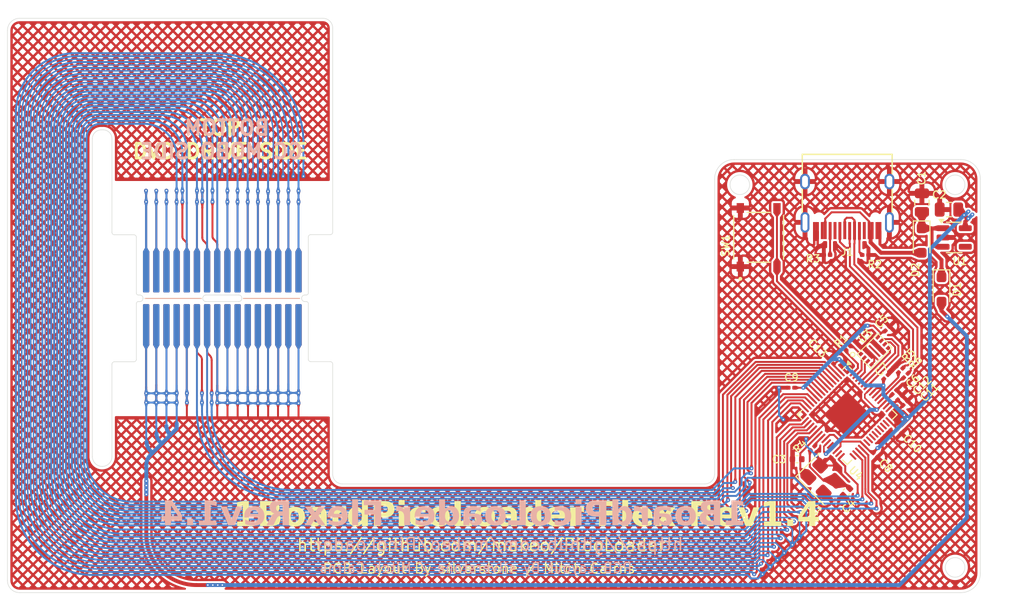
<source format=kicad_pcb>
(kicad_pcb (version 20241229) (generator "pcbnew") (generator_version "9.0")
  (layers (0 "F.Cu" signal) (2 "B.Cu" signal) (13 "F.Paste" user) (15 "B.Paste" user) (5 "F.SilkS" user "F.Silkscreen") (7 "B.SilkS" user "B.Silkscreen") (1 "F.Mask" user) (3 "B.Mask" user) (25 "Edge.Cuts" user))
  (net 0 "")
  (net 1 "/D4")
  (net 2 "VBUS")
  (net 3 "+1V1")
  (net 4 "XTAL_IN")
  (net 5 "/D0")
  (net 6 "/D3")
  (net 7 "/D5")
  (net 8 "/D1")
  (net 9 "/D2")
  (net 10 "Net-(D2-A)")
  (net 11 "D-")
  (net 13 "+5V")
  (net 14 "Net-(J1-CC2)")
  (net 15 "/D6")
  (net 17 "Net-(J1-CC1)")
  (net 18 "D+")
  (net 19 "/D7")
  (net 20 "GND")
  (net 21 "/GC_ERR")
  (net 22 "/DVD_RESET")
  (net 23 "/AISD")
  (net 24 "/AISLR")
  (net 25 "/DVD_DSTRB")
  (net 26 "/GC_DSTRB")
  (net 27 "/GC_COVER")
  (net 28 "/HSTRB")
  (net 29 "/BRK")
  (net 30 "/AISCLK")
  (net 31 "/DVD_ERR")
  (net 32 "/GC_DIR")
  (net 33 "/GC_RESET")
  (net 34 "/DVD_COVER")
  (net 35 "/DVD_DIR")
  (net 36 "USB_BOOT")
  (net 37 "DI+")
  (net 38 "DI-")
  (net 39 "XTAL_OUT")
  (net 40 "SCLK")
  (net 41 "SIO1")
  (net 42 "SIO2")
  (net 43 "SIO3")
  (net 44 "SIO0")
  (net 45 "/GPIO16")
  (net 46 "/GPIO27")
  (net 47 "/GPIO22")
  (net 48 "/GPIO24")
  (net 49 "/GPIO23")
  (net 50 "/GPIO29")
  (net 51 "/GPIO26")
  (net 52 "SWCLK")
  (net 53 "/GPIO25")
  (net 54 "SWD")
  (net 55 "/GPIO28")
  (net 56 "/GPIO18")
  (net 57 "+3V3")
  (net 59 "Net-(C4-Pad1)")
  (net 60 "Net-(U3-~{CS})")
  (footprint "GamecubeConnectors:USB_C_Receptacle_GT-USB-7010" (layer "F.Cu") (at 192.7078 70.3738 180)
    (property "Reference" "J1")
    (property "Value" "GT-USB-7010ASV")
  )
  (footprint "Capacitor_SMD:C_0201_0603Metric" (layer "F.Cu") (at 196.826926 83.563674 45)
    (property "Reference" "C5")
    (property "Value" "100nF")
  )
  (footprint "Capacitor_SMD:C_0201_0603Metric" (layer "F.Cu") (at 195.58 96.4946 -45)
    (property "Reference" "C8")
    (property "Value" "100nF")
  )
  (footprint "Capacitor_SMD:C_0201_0603Metric" (layer "F.Cu") (at 196.6722 88.4936 45)
    (property "Reference" "C7")
    (property "Value" "100nF")
  )
  (footprint "Diode_SMD:D_SOD-323_HandSoldering" (layer "F.Cu") (at 202.3618 79.5528 -90)
    (property "Reference" "D1")
    (property "Value" "CUS08F30,H3F")
  )
  (footprint "Resistor_SMD:R_0201_0603Metric" (layer "F.Cu") (at 189.1538 95.8088 -135)
    (property "Reference" "R4")
    (property "Value" "1k")
  )
  (footprint "Capacitor_SMD:C_0402_1005Metric" (layer "F.Cu") (at 187.579 96.9264 180)
    (property "Reference" "C3")
    (property "Value" "15pF")
  )
  (footprint "Capacitor_SMD:C_0201_0603Metric" (layer "F.Cu") (at 186.9948 89.6112)
    (property "Reference" "C9")
    (property "Value" "100nF")
  )
  (footprint "GamecubeConnectors:DVDCN_FLEX_PADS" (layer "F.Cu") (at 128.22 66.83)
    (property "Reference" "U2" (hide yes))
    (property "Value" "~" (hide yes))
  )
  (footprint "Capacitor_SMD:C_0805_2012Metric" (layer "F.Cu") (at 200.3552 70.6628 -90)
    (property "Reference" "C1")
    (property "Value" "10uF")
  )
  (footprint "Capacitor_SMD:C_0402_1005Metric" (layer "F.Cu") (at 192.6336 100.2792 -135)
    (property "Reference" "C4")
    (property "Value" "15pF")
  )
  (footprint "Crystal:Crystal_SMD_3225-4Pin_3.2x2.5mm" (layer "F.Cu") (at 190.119 98.9584 -45)
    (property "Reference" "Y1")
    (property "Value" "ABM8-272-T3")
  )
  (footprint "Resistor_SMD:R_0201_0603Metric" (layer "F.Cu") (at 190.634 76.0222 180)
    (property "Reference" "R3")
    (property "Value" "5.1k")
  )
  (footprint "Resistor_SMD:R_0201_0603Metric" (layer "F.Cu") (at 192.8114 85.5472 45)
    (property "Reference" "R1")
    (property "Value" "1k")
  )
  (footprint "Capacitor_SMD:C_0201_0603Metric" (layer "F.Cu") (at 198.0438 94.0562 135)
    (property "Reference" "C10")
    (property "Value" "100nF")
  )
  (footprint "Capacitor_SMD:C_0201_0603Metric" (layer "F.Cu") (at 198.0946 90.6272 -135)
    (property "Reference" "C12")
    (property "Value" "1uF")
  )
  (footprint "Capacitor_SMD:C_0201_0603Metric" (layer "F.Cu") (at 198.6534 91.186 -135)
    (property "Reference" "C11")
    (property "Value" "100nF")
  )
  (footprint "Diode_SMD:D_SOD-323_HandSoldering" (layer "F.Cu") (at 200.3298 74.549 -90)
    (property "Reference" "D2")
    (property "Value" "CUS08F30,H3F")
  )
  (footprint "Package_DFN_QFN:QFN-56-1EP_7x7mm_P0.4mm_EP3.2x3.2mm" (layer "F.Cu") (at 192.7078 92.3738 -45)
    (property "Reference" "U4")
    (property "Value" "RP2040")
  )
  (footprint "Resistor_SMD:R_0201_0603Metric" (layer "F.Cu") (at 198.7042 88.3666 -135)
    (property "Reference" "R6")
    (property "Value" "27R")
  )
  (footprint "Package_TO_SOT_SMD:SOT-23-5" (layer "F.Cu") (at 203.6572 74.2301)
    (property "Reference" "U1")
    (property "Value" "RT9013-33GB-MS")
  )
  (footprint "hhl:USON-8-EP(2x3)" (layer "F.Cu") (at 195.502719 85.852 45)
    (property "Reference" "U3")
    (property "Value" "W25Q16JVUXIQ")
  )
  (footprint "Resistor_SMD:R_0201_0603Metric" (layer "F.Cu") (at 198.1708 87.8332 -135)
    (property "Reference" "R5")
    (property "Value" "27R")
  )
  (footprint "hhl:TS-1187A-C-E-B" (layer "F.Cu") (at 183.642 74.2115 90)
    (property "Reference" "SW1")
    (property "Value" "TS-1187A-C-A-B")
  )
  (footprint "Capacitor_SMD:C_0201_0603Metric" (layer "F.Cu") (at 197.5358 90.0684 -135)
    (property "Reference" "C6")
    (property "Value" "1uF")
  )
  (footprint "Resistor_SMD:R_0201_0603Metric" (layer "F.Cu") (at 194.564 76.0222)
    (property "Reference" "R2")
    (property "Value" "5.1k")
  )
  (footprint "Capacitor_SMD:C_0805_2012Metric" (layer "F.Cu") (at 203.1238 71.374 180)
    (property "Reference" "C2")
    (property "Value" "10uF")
  )
  (footprint "Capacitor_SMD:C_0201_0603Metric" (layer "F.Cu") (at 191.0842 86.9442 -45)
    (property "Reference" "C13")
    (property "Value" "100nF")
  )
  (gr_line (start 130.9 80.47) (end 136.65 80.47) (stroke (width 0.1)) (layer "F.SilkS"))
  (gr_line (start 120.83 80.47) (end 126.58 80.47) (stroke (width 0.1)) (layer "F.SilkS"))
  (gr_line (start 120.83 80.47) (end 126.58 80.47) (stroke (width 0.1)) (layer "B.SilkS"))
  (gr_line (start 130.9 80.47) (end 136.65 80.47) (stroke (width 0.1)) (layer "B.SilkS"))
  (gr_arc (start 204.34 66.25) (mid 205.754214 66.835786) (end 206.34 68.25) (stroke (width 0.05)) (layer "Edge.Cuts"))
  (gr_arc (start 140.04 73.69) (mid 139.966777 73.866777) (end 139.79 73.94) (stroke (width 0.05)) (layer "Edge.Cuts"))
  (gr_arc (start 136.86 80.44) (mid 136.953726 80.213726) (end 137.18 80.12) (stroke (width 0.05)) (layer "Edge.Cuts"))
  (gr_arc (start 137.18 80.79) (mid 136.953726 80.696274) (end 136.86 80.47) (stroke (width 0.05)) (layer "Edge.Cuts"))
  (gr_line (start 137.54 80.99) (end 137.54 86.69) (stroke (width 0.05)) (layer "Edge.Cuts"))
  (gr_line (start 127.06 80.79) (end 130.42 80.79) (stroke (width 0.05)) (layer "Edge.Cuts"))
  (gr_line (start 137.54 79.92) (end 137.54 74.19) (stroke (width 0.05)) (layer "Edge.Cuts"))
  (gr_arc (start 116.539828 63.212893) (mid 117.176224 63.476497) (end 117.439828 64.112893) (stroke (width 0.05)) (layer "Edge.Cuts"))
  (gr_line (start 119.94 80.99) (end 119.94 86.705) (stroke (width 0.05)) (layer "Edge.Cuts"))
  (gr_line (start 117.689828 73.955) (end 119.69 73.955) (stroke (width 0.05)) (layer "Edge.Cuts"))
  (gr_circle (center 181.715787 68.835786) (end 182.715787 68.835786) (stroke (width 0.05)) (fill no) (layer "Edge.Cuts"))
  (gr_arc (start 119.94 80.99) (mid 119.998579 80.848579) (end 120.14 80.79) (stroke (width 0.05)) (layer "Edge.Cuts"))
  (gr_arc (start 179.13 98.46) (mid 178.837107 99.167107) (end 178.13 99.46) (stroke (width 0.05)) (layer "Edge.Cuts"))
  (gr_line (start 115.44 64.112893) (end 115.44 96.667107) (stroke (width 0.05)) (layer "Edge.Cuts"))
  (gr_arc (start 115.44 64.112893) (mid 115.703606 63.476501) (end 116.34 63.212893) (stroke (width 0.05)) (layer "Edge.Cuts"))
  (gr_arc (start 137.54 74.19) (mid 137.613223 74.013223) (end 137.79 73.94) (stroke (width 0.05)) (layer "Edge.Cuts"))
  (gr_arc (start 126.74 80.44) (mid 126.833726 80.213726) (end 127.06 80.12) (stroke (width 0.05)) (layer "Edge.Cuts"))
  (gr_arc (start 141.04 99.46) (mid 140.332893 99.167107) (end 140.04 98.46) (stroke (width 0.05)) (layer "Edge.Cuts"))
  (gr_arc (start 137.79 86.94) (mid 137.613223 86.866777) (end 137.54 86.69) (stroke (width 0.05)) (layer "Edge.Cuts"))
  (gr_arc (start 130.74 80.47) (mid 130.646274 80.696274) (end 130.42 80.79) (stroke (width 0.05)) (layer "Edge.Cuts"))
  (gr_arc (start 137.54 79.92) (mid 137.481421 80.061421) (end 137.34 80.12) (stroke (width 0.05)) (layer "Edge.Cuts"))
  (gr_line (start 107.99 51.79) (end 139.04 51.79) (stroke (width 0.05)) (layer "Edge.Cuts"))
  (gr_line (start 119.69 86.955) (end 117.69 86.955) (stroke (width 0.05)) (layer "Edge.Cuts"))
  (gr_arc (start 120.3 80.12) (mid 120.526274 80.213726) (end 120.62 80.44) (stroke (width 0.05)) (layer "Edge.Cuts"))
  (gr_line (start 130.74 80.44) (end 130.74 80.47) (stroke (width 0.05)) (layer "Edge.Cuts"))
  (gr_arc (start 206.34 108.59) (mid 205.754214 110.004214) (end 204.34 110.59) (stroke (width 0.05)) (layer "Edge.Cuts"))
  (gr_line (start 206.34 68.25) (end 206.34 108.59) (stroke (width 0.05)) (layer "Edge.Cuts"))
  (gr_circle (center 203.754214 108.004214) (end 204.754214 108.004214) (stroke (width 0.05)) (fill no) (layer "Edge.Cuts"))
  (gr_line (start 140.04 73.69) (end 140.04 52.79) (stroke (width 0.05)) (layer "Edge.Cuts"))
  (gr_arc (start 107.99 110.59) (mid 107.106117 110.223883) (end 106.74 109.34) (stroke (width 0.05)) (layer "Edge.Cuts"))
  (gr_arc (start 179.13 68.25) (mid 179.715786 66.835786) (end 181.13 66.25) (stroke (width 0.05)) (layer "Edge.Cuts"))
  (gr_line (start 141.04 99.46) (end 178.13 99.46) (stroke (width 0.05)) (layer "Edge.Cuts"))
  (gr_line (start 116.539828 63.212893) (end 116.34 63.212893) (stroke (width 0.05)) (layer "Edge.Cuts"))
  (gr_line (start 127.06 80.12) (end 130.42 80.12) (stroke (width 0.05)) (layer "Edge.Cuts"))
  (gr_line (start 126.74 80.44) (end 126.74 80.47) (stroke (width 0.05)) (layer "Edge.Cuts"))
  (gr_arc (start 130.42 80.12) (mid 130.646274 80.213726) (end 130.74 80.44) (stroke (width 0.05)) (layer "Edge.Cuts"))
  (gr_arc (start 106.74 53.04) (mid 107.106117 52.156117) (end 107.99 51.79) (stroke (width 0.05)) (layer "Edge.Cuts"))
  (gr_line (start 120.14 80.12) (end 120.3 80.12) (stroke (width 0.05)) (layer "Edge.Cuts"))
  (gr_arc (start 139.79 86.94) (mid 139.966777 87.013223) (end 140.04 87.19) (stroke (width 0.05)) (layer "Edge.Cuts"))
  (gr_line (start 137.34 80.79) (end 137.18 80.79) (stroke (width 0.05)) (layer "Edge.Cuts"))
  (gr_line (start 137.34 80.12) (end 137.18 80.12) (stroke (width 0.05)) (layer "Edge.Cuts"))
  (gr_arc (start 117.44 87.205) (mid 117.513223 87.028223) (end 117.69 86.955) (stroke (width 0.05)) (layer "Edge.Cuts"))
  (gr_arc (start 117.689828 73.955) (mid 117.513104 73.881857) (end 117.439828 73.7052) (stroke (width 0.05)) (layer "Edge.Cuts"))
  (gr_line (start 137.79 86.94) (end 139.79 86.94) (stroke (width 0.05)) (layer "Edge.Cuts"))
  (gr_line (start 137.79 73.94) (end 139.79 73.94) (stroke (width 0.05)) (layer "Edge.Cuts"))
  (gr_line (start 136.86 80.47) (end 136.86 80.44) (stroke (width 0.05)) (layer "Edge.Cuts"))
  (gr_line (start 140.04 87.19) (end 140.04 98.46) (stroke (width 0.05)) (layer "Edge.Cuts"))
  (gr_line (start 179.13 68.25) (end 179.13 98.46) (stroke (width 0.05)) (layer "Edge.Cuts"))
  (gr_arc (start 119.69 73.955) (mid 119.866777 74.028223) (end 119.94 74.205) (stroke (width 0.05)) (layer "Edge.Cuts"))
  (gr_arc (start 139.04 51.79) (mid 139.747107 52.082893) (end 140.04 52.79) (stroke (width 0.05)) (layer "Edge.Cuts"))
  (gr_arc (start 120.62 80.47) (mid 120.526274 80.696274) (end 120.3 80.79) (stroke (width 0.05)) (layer "Edge.Cuts"))
  (gr_line (start 120.14 80.79) (end 120.3 80.79) (stroke (width 0.05)) (layer "Edge.Cuts"))
  (gr_arc (start 120.14 80.12) (mid 119.998579 80.061421) (end 119.94 79.92) (stroke (width 0.05)) (layer "Edge.Cuts"))
  (gr_line (start 117.44 87.205) (end 117.44 96.667107) (stroke (width 0.05)) (layer "Edge.Cuts"))
  (gr_line (start 119.94 79.92) (end 119.94 74.205) (stroke (width 0.05)) (layer "Edge.Cuts"))
  (gr_arc (start 116.44 97.667107) (mid 115.732891 97.374214) (end 115.44 96.667107) (stroke (width 0.05)) (layer "Edge.Cuts"))
  (gr_arc (start 117.44 96.667107) (mid 117.147104 97.374209) (end 116.44 97.667107) (stroke (width 0.05)) (layer "Edge.Cuts"))
  (gr_line (start 117.439828 73.7052) (end 117.439828 64.112893) (stroke (width 0.05)) (layer "Edge.Cuts"))
  (gr_line (start 120.62 80.47) (end 120.62 80.44) (stroke (width 0.05)) (layer "Edge.Cuts"))
  (gr_circle (center 203.754213 68.835786) (end 204.754213 68.835786) (stroke (width 0.05)) (fill no) (layer "Edge.Cuts"))
  (gr_line (start 106.74 109.34) (end 106.74 53.04) (stroke (width 0.05)) (layer "Edge.Cuts"))
  (gr_arc (start 137.34 80.79) (mid 137.481421 80.848579) (end 137.54 80.99) (stroke (width 0.05)) (layer "Edge.Cuts"))
  (gr_arc (start 127.06 80.79) (mid 126.833726 80.696274) (end 126.74 80.47) (stroke (width 0.05)) (layer "Edge.Cuts"))
  (gr_line (start 204.34 110.59) (end 107.99 110.59) (stroke (width 0.05)) (layer "Edge.Cuts"))
  (gr_arc (start 119.94 86.705) (mid 119.866777 86.881777) (end 119.69 86.955) (stroke (width 0.05)) (layer "Edge.Cuts"))
  (gr_line (start 204.34 66.25) (end 181.13 66.25) (stroke (width 0.05)) (layer "Edge.Cuts"))
  (gr_text "PCB Layout By silverstone / Mitch Cairns" (at 155.0162 108.1024 0) (layer "F.SilkS") (effects (font (size 1 1))))
  (gr_text "https://github.com/makeo/PicoLoader" (at 155.2448 105.7148 0) (layer "F.SilkS") (effects (font (size 1.27 1.27))))
  (gr_text "1BoardPicoLoader Flex Rev1.4" (at 129.8448 104.1908 0) (layer "F.SilkS") (effects (font (size 2.5 2.5) (thickness 0.2) (bold yes)) (justify left bottom)))
  (gr_text "      TOP\nDVD DRIVE SIDE" (at 119.38 66.294 0) (layer "F.SilkS") (effects (font (size 1.5 1.5) (thickness 0.3)) (justify left bottom)))
  (gr_text "   BOTTOM\nGC MOBO SIDE" (at 137.16 66.294 0) (layer "B.SilkS") (effects (font (size 1.5 1.5) (thickness 0.3) (bold yes)) (justify left bottom mirror)))
  (gr_text "https://github.com/makeo/PicoLoader" (at 157.06638 105.6386 -0) (layer "B.SilkS") (effects (font (size 1.27 1.27)) (justify mirror)))
  (gr_text "PCB Layout By silverstone / Mitch Cairns" (at 154.686 108.0516 -0) (layer "B.SilkS") (effects (font (size 1 1)) (justify mirror)))
  (gr_text "1BoardPicoLoader Flex Rev1.4" (at 182.46638 104.1146 -0) (layer "B.SilkS") (effects (font (size 2.5 2.5) (thickness 0.2) (bold yes)) (justify left bottom mirror)))
  (segment (start 188.034245 93.3704) (end 186.817 93.3704) (width 0.2) (layer "F.Cu") (net 1))
  (segment (start 132.38 70.55) (end 132.38 69.48) (width 0.2) (layer "F.Cu") (net 1))
  (segment (start 185.4962 94.6912) (end 185.4962 104.6226) (width 0.2) (layer "F.Cu") (net 1))
  (segment (start 185.4962 104.6226) (end 185.9026 105.029) (width 0.2) (layer "F.Cu") (net 1))
  (segment (start 188.438643 92.966002) (end 188.034245 93.3704) (width 0.2) (layer "F.Cu") (net 1))
  (segment (start 186.817 93.3704) (end 185.4962 94.6912) (width 0.2) (layer "F.Cu") (net 1))
  (segment (start 132.38 77.73) (end 132.38 70.55) (width 0.2) (layer "F.Cu") (net 1))
  (via (at 185.9026 105.029) (size 0.4) (drill 0.15) (layers "F.Cu" "B.Cu") (net 1))
  (via (at 132.38 70.58) (size 0.4) (drill 0.15) (layers "F.Cu" "B.Cu") (net 1))
  (via (at 132.38 69.48) (size 0.4) (drill 0.15) (layers "F.Cu" "B.Cu") (net 1))
  (segment (start 182.863 106.062) (end 183.896 105.029) (width 0.2) (layer "B.Cu") (net 1))
  (segment (start 110.316 62.481559) (end 110.316 98.796607) (width 0.2) (layer "B.Cu") (net 1))
  (segment (start 117.581393 106.062) (end 182.863 106.062) (width 0.2) (layer "B.Cu") (net 1))
  (segment (start 127.247697 58.076943) (end 114.720616 58.076943) (width 0.2) (layer "B.Cu") (net 1))
  (segment (start 132.38 77.73) (end 132.38 70.58) (width 0.2) (layer "B.Cu") (net 1))
  (segment (start 132.38 69.48) (end 132.38 63.209246) (width 0.2) (layer "B.Cu") (net 1))
  (segment (start 132.38 70.58) (end 132.38 69.48) (width 0.2) (layer "B.Cu") (net 1))
  (segment (start 183.896 105.029) (end 185.9026 105.029) (width 0.2) (layer "B.Cu") (net 1))
  (arc (start 132.38 63.209246) (mid 130.876783 59.58016) (end 127.247697 58.076943) (width 0.2) (layer "B.Cu") (net 1))
  (arc (start 110.316 98.796607) (mid 112.443984 103.934016) (end 117.581393 106.062) (width 0.2) (layer "B.Cu") (net 1))
  (arc (start 114.720616 58.076943) (mid 111.606082 59.367025) (end 110.316 62.481559) (width 0.2) (layer "B.Cu") (net 1))
  (segment (start 202.5008 73.299001) (end 202.5197 73.280101) (width 0.4) (layer "F.Cu") (net 2))
  (segment (start 202.3618 78.302801) (end 202.3618 76.5302) (width 0.4) (layer "F.Cu") (net 2))
  (segment (start 200.3298 73.299001) (end 201.3458 73.299001) (width 0.4) (layer "F.Cu") (net 2))
  (segment (start 201.349701 75.180099) (end 201.3458 75.184) (width 0.15) (layer "F.Cu") (net 2))
  (segment (start 202.3618 76.5302) (end 201.3458 75.5142) (width 0.4) (layer "F.Cu") (net 2))
  (segment (start 200.3552 71.612799) (end 200.3552 73.273601) (width 0.4) (layer "F.Cu") (net 2))
  (segment (start 201.3458 75.5142) (end 201.3458 75.184) (width 0.4) (layer "F.Cu") (net 2))
  (segment (start 202.5197 75.180099) (end 201.349701 75.180099) (width 0.15) (layer "F.Cu") (net 2))
  (segment (start 201.3458 75.184) (end 201.3458 73.299001) (width 0.4) (layer "F.Cu") (net 2))
  (segment (start 200.3552 73.273601) (end 200.3298 73.299001) (width 0.4) (layer "F.Cu") (net 2))
  (segment (start 201.3458 73.299001) (end 202.5008 73.299001) (width 0.4) (layer "F.Cu") (net 2))
  (segment (start 195.755385 91.8718) (end 196.411272 91.215913) (width 0.15) (layer "F.Cu") (net 3))
  (segment (start 195.7324 91.8718) (end 194.5132 90.6526) (width 0.15) (layer "F.Cu") (net 3))
  (segment (start 197.309526 90.317659) (end 196.411272 91.215913) (width 0.2) (layer "F.Cu") (net 3))
  (segment (start 197.309526 90.294674) (end 197.309526 90.317659) (width 0.2) (layer "F.Cu") (net 3))
  (segment (start 195.7324 91.8718) (end 195.755385 91.8718) (width 0.15) (layer "F.Cu") (net 3))
  (segment (start 194.5132 90.6526) (end 194.5132 90.285557) (width 0.15) (layer "F.Cu") (net 3))
  (segment (start 190.5254 96.393) (end 190.3222 96.1898) (width 0.15) (layer "F.Cu") (net 3))
  (segment (start 190.3222 95.607929) (end 190.701385 95.228744) (width 0.15) (layer "F.Cu") (net 3))
  (segment (start 190.3222 96.1898) (end 190.3222 95.607929) (width 0.15) (layer "F.Cu") (net 3))
  (segment (start 194.5132 90.285557) (end 194.997058 89.801699) (width 0.15) (layer "F.Cu") (net 3))
  (via (at 190.5254 96.393) (size 0.4) (drill 0.15) (layers "F.Cu" "B.Cu") (net 3))
  (via (at 195.7324 91.8718) (size 0.4) (drill 0.15) (layers "F.Cu" "B.Cu") (net 3))
  (segment (start 195.0466 91.8718) (end 195.7324 91.8718) (width 0.4) (layer "B.Cu") (net 3))
  (segment (start 190.5254 96.393) (end 195.0466 91.8718) (width 0.4) (layer "B.Cu") (net 3))
  (segment (start 187.9092 96.323871) (end 189.852856 94.380215) (width 0.2) (layer "F.Cu") (net 4))
  (segment (start 187.9092 97.950681) (end 187.9092 96.323871) (width 0.2) (layer "F.Cu") (net 4))
  (segment (start 188.740142 98.781623) (end 187.9092 97.950681) (width 0.2) (layer "F.Cu") (net 4))
  (segment (start 188.625701 90.2716) (end 186.1566 90.2716) (width 0.2) (layer "F.Cu") (net 5))
  (segment (start 189.287171 90.93307) (end 188.625701 90.2716) (width 0.2) (layer "F.Cu") (net 5))
  (segment (start 183.7182 92.71) (end 183.7182 107.180805) (width 0.2) (layer "F.Cu") (net 5))
  (segment (start 183.7182 107.180805) (end 183.45566 107.443345) (width 0.2) (layer "F.Cu") (net 5))
  (segment (start 136.54 77.73) (end 136.54 70.44) (width 0.2) (layer "F.Cu") (net 5))
  (segment (start 183.45566 108.439493) (end 183.183153 108.712) (width 0.2) (layer "F.Cu") (net 5))
  (segment (start 186.1566 90.2716) (end 183.7182 92.71) (width 0.2) (layer "F.Cu") (net 5))
  (segment (start 183.45566 107.443345) (end 183.45566 108.439493) (width 0.2) (layer "F.Cu") (net 5))
  (segment (start 136.54 70.44) (end 136.54 69.46) (width 0.2) (layer "F.Cu") (net 5))
  (via (at 136.54 69.46) (size 0.4) (drill 0.15) (layers "F.Cu" "B.Cu") (net 5))
  (via (at 136.54 70.58) (size 0.4) (drill 0.15) (layers "F.Cu" "B.Cu") (net 5))
  (via (at 183.183153 108.712) (size 0.4) (drill 0.15) (layers "F.Cu" "B.Cu") (net 5))
  (segment (start 115.794409 108.47) (end 182.941153 108.47) (width 0.2) (layer "B.Cu") (net 5))
  (segment (start 136.54 77.73) (end 136.54 70.58) (width 0.2) (layer "B.Cu") (net 5))
  (segment (start 182.941153 108.47) (end 183.183153 108.712) (width 0.2) (layer "B.Cu") (net 5))
  (segment (start 127.83422 55.668943) (end 113.84807 55.668943) (width 0.2) (layer "B.Cu") (net 5))
  (segment (start 107.908 61.609013) (end 107.908 100.583591) (width 0.2) (layer "B.Cu") (net 5))
  (segment (start 136.54 70.58) (end 136.54 69.46) (width 0.2) (layer "B.Cu") (net 5))
  (segment (start 136.54 69.46) (end 136.54 64.374723) (width 0.2) (layer "B.Cu") (net 5))
  (arc (start 127.83422 55.668943) (mid 133.990136 58.218807) (end 136.54 64.374723) (width 0.2) (layer "B.Cu") (net 5))
  (arc (start 115.794409 108.47) (mid 110.217876 106.160124) (end 107.908 100.583591) (width 0.2) (layer "B.Cu") (net 5))
  (arc (start 113.84807 55.668943) (mid 109.647806 57.408749) (end 107.908 61.609013) (width 0.2) (layer "B.Cu") (net 5))
  (segment (start 187.868445 91.2114) (end 186.944 91.2114) (width 0.2) (layer "F.Cu") (net 6))
  (segment (start 133.42 70.52) (end 133.42 69.5) (width 0.2) (layer "F.Cu") (net 6))
  (segment (start 185.039 93.1164) (end 185.039 105.7148) (width 0.2) (layer "F.Cu") (net 6))
  (segment (start 188.438643 91.781598) (end 187.868445 91.2114) (width 0.2) (layer "F.Cu") (net 6))
  (segment (start 133.42 77.73) (end 133.42 70.52) (width 0.2) (layer "F.Cu") (net 6))
  (segment (start 185.039 105.7148) (end 185.2168 105.8926) (width 0.2) (layer "F.Cu") (net 6))
  (segment (start 186.944 91.2114) (end 185.039 93.1164) (width 0.2) (layer "F.Cu") (net 6))
  (via (at 133.42 70.58) (size 0.4) (drill 0.15) (layers "F.Cu" "B.Cu") (net 6))
  (via (at 185.2168 105.8926) (size 0.4) (drill 0.15) (layers "F.Cu" "B.Cu") (net 6))
  (via (at 133.42 69.5) (size 0.4) (drill 0.15) (layers "F.Cu" "B.Cu") (net 6))
  (segment (start 109.714 62.280032) (end 109.714 99.184003) (width 0.2) (layer "B.Cu") (net 6))
  (segment (start 133.42 69.5) (end 133.42 63.572853) (width 0.2) (layer "B.Cu") (net 6))
  (segment (start 133.42 77.73) (end 133.42 70.58) (width 0.2) (layer "B.Cu") (net 6))
  (segment (start 133.42 70.58) (end 133.42 69.5) (width 0.2) (layer "B.Cu") (net 6))
  (segment (start 127.32209 57.474943) (end 114.519089 57.474943) (width 0.2) (layer "B.Cu") (net 6))
  (segment (start 183.0738 106.664) (end 183.8452 105.8926) (width 0.2) (layer "B.Cu") (net 6))
  (segment (start 183.8452 105.8926) (end 185.2168 105.8926) (width 0.2) (layer "B.Cu") (net 6))
  (segment (start 117.193997 106.664) (end 183.0738 106.664) (width 0.2) (layer "B.Cu") (net 6))
  (arc (start 109.714 99.184003) (mid 111.90484 104.47316) (end 117.193997 106.664) (width 0.2) (layer "B.Cu") (net 6))
  (arc (start 133.42 63.572853) (mid 131.633964 59.260979) (end 127.32209 57.474943) (width 0.2) (layer "B.Cu") (net 6))
  (arc (start 114.519089 57.474943) (mid 111.121378 58.882321) (end 109.714 62.280032) (width 0.2) (layer "B.Cu") (net 6))
  (segment (start 131.34 77.73) (end 131.34 70.54) (width 0.2) (layer "F.Cu") (net 7))
  (segment (start 131.34 70.54) (end 131.34 69.46) (width 0.2) (layer "F.Cu") (net 7))
  (segment (start 188.298931 93.6714) (end 187.1256 93.6714) (width 0.2) (layer "F.Cu") (net 7))
  (segment (start 185.8518 103.4542) (end 186.563 104.1654) (width 0.2) (layer "F.Cu") (net 7))
  (segment (start 185.8518 94.9452) (end 185.8518 103.4542) (width 0.2) (layer "F.Cu") (net 7))
  (segment (start 188.721486 93.248845) (end 188.298931 93.6714) (width 0.2) (layer "F.Cu") (net 7))
  (segment (start 187.1256 93.6714) (end 185.8518 94.9452) (width 0.2) (layer "F.Cu") (net 7))
  (via (at 131.34 69.46) (size 0.4) (drill 0.15) (layers "F.Cu" "B.Cu") (net 7))
  (via (at 186.563 104.1654) (size 0.4) (drill 0.15) (layers "F.Cu" "B.Cu") (net 7))
  (via (at 131.34 70.58) (size 0.4) (drill 0.15) (layers "F.Cu" "B.Cu") (net 7))
  (segment (start 182.6014 105.46) (end 117.996817 105.46) (width 0.2) (layer "B.Cu") (net 7))
  (segment (start 110.918 98.381183) (end 110.918 62.747313) (width 0.2) (layer "B.Cu") (net 7))
  (segment (start 186.563 104.1654) (end 183.896 104.1654) (width 0.2) (layer "B.Cu") (net 7))
  (segment (start 183.896 104.1654) (end 182.6014 105.46) (width 0.2) (layer "B.Cu") (net 7))
  (segment (start 131.34 70.58) (end 131.34 69.46) (width 0.2) (layer "B.Cu") (net 7))
  (segment (start 131.34 77.73) (end 131.34 70.58) (width 0.2) (layer "B.Cu") (net 7))
  (segment (start 131.34 62.967474) (end 131.34 69.46) (width 0.2) (layer "B.Cu") (net 7))
  (segment (start 114.98637 58.678943) (end 127.051469 58.678943) (width 0.2) (layer "B.Cu") (net 7))
  (arc (start 117.996817 105.46) (mid 112.991337 103.386663) (end 110.918 98.381183) (width 0.2) (layer "B.Cu") (net 7))
  (arc (start 127.051469 58.678943) (mid 130.083918 59.935025) (end 131.34 62.967474) (width 0.2) (layer "B.Cu") (net 7))
  (arc (start 110.918 62.747313) (mid 112.109598 59.870541) (end 114.98637 58.678943) (width 0.2) (layer "B.Cu") (net 7))
  (segment (start 186.3852 90.6018) (end 188.390215 90.6018) (width 0.2) (layer "F.Cu") (net 8))
  (segment (start 188.390215 90.6018) (end 189.004328 91.215913) (width 0.2) (layer "F.Cu") (net 8))
  (segment (start 183.88166 107.6198) (end 184.1246 107.37686) (width 0.2) (layer "F.Cu") (net 8))
  (segment (start 184.1246 107.37686) (end 184.1246 92.8624) (width 0.2) (layer "F.Cu") (net 8))
  (segment (start 184.1246 92.8624) (end 186.3852 90.6018) (width 0.2) (layer "F.Cu") (net 8))
  (segment (start 135.5 77.73) (end 135.5 70.52) (width 0.2) (layer "F.Cu") (net 8))
  (segment (start 135.5 70.52) (end 135.5 69.43) (width 0.2) (layer "F.Cu") (net 8))
  (via (at 135.5 69.43) (size 0.4) (drill 0.15) (layers "F.Cu" "B.Cu") (net 8))
  (via (at 183.88166 107.6198) (size 0.4) (drill 0.15) (layers "F.Cu" "B.Cu") (net 8))
  (via (at 135.5 70.58) (size 0.4) (drill 0.15) (layers "F.Cu" "B.Cu") (net 8))
  (segment (start 114.057065 56.270943) (end 127.602922 56.270943) (width 0.2) (layer "B.Cu") (net 8))
  (segment (start 116.358751 107.87) (end 183.63146 107.87) (width 0.2) (layer "B.Cu") (net 8))
  (segment (start 135.5 77.73) (end 135.5 70.58) (width 0.2) (layer "B.Cu") (net 8))
  (segment (start 183.63146 107.87) (end 183.88166 107.6198) (width 0.2) (layer "B.Cu") (net 8))
  (segment (start 108.51 100.021249) (end 108.51 61.818008) (width 0.2) (layer "B.Cu") (net 8))
  (segment (start 135.5 70.58) (end 135.5 69.43) (width 0.2) (layer "B.Cu") (net 8))
  (segment (start 135.5 64.168021) (end 135.5 69.43) (width 0.2) (layer "B.Cu") (net 8))
  (arc (start 127.602922 56.270943) (mid 133.186999 58.583944) (end 135.5 64.168021) (width 0.2) (layer "B.Cu") (net 8))
  (arc (start 108.51 61.818008) (mid 110.134698 57.895641) (end 114.057065 56.270943) (width 0.2) (layer "B.Cu") (net 8))
  (arc (start 116.358751 107.87) (mid 110.808846 105.571154) (end 108.51 100.021249) (width 0.2) (layer "B.Cu") (net 8))
  (segment (start 188.721486 91.498755) (end 188.129331 90.9066) (width 0.2) (layer "F.Cu") (net 9))
  (segment (start 184.6072 106.7054) (end 184.5564 106.7562) (width 0.2) (layer "F.Cu") (net 9))
  (segment (start 134.46 77.73) (end 134.46 70.46) (width 0.2) (layer "F.Cu") (net 9))
  (segment (start 188.129331 90.9066) (end 186.6646 90.9066) (width 0.2) (layer "F.Cu") (net 9))
  (segment (start 186.6646 90.9066) (end 184.6072 92.964) (width 0.2) (layer "F.Cu") (net 9))
  (segment (start 184.6072 92.964) (end 184.6072 106.7054) (width 0.2) (layer "F.Cu") (net 9))
  (segment (start 134.46 70.46) (end 134.46 70.59) (width 0.2) (layer "F.Cu") (net 9))
  (segment (start 134.46 70.46) (end 134.46 69.48) (width 0.2) (layer "F.Cu") (net 9))
  (via (at 184.5564 106.7562) (size 0.4) (drill 0.15) (layers "F.Cu" "B.Cu") (net 9))
  (via (at 134.46 70.58) (size 0.4) (drill 0.15) (layers "F.Cu" "B.Cu") (net 9))
  (via (at 134.46 69.48) (size 0.4) (drill 0.15) (layers "F.Cu" "B.Cu") (net 9))
  (segment (start 183.769 106.7562) (end 184.5564 106.7562) (width 0.2) (layer "B.Cu") (net 9))
  (segment (start 127.373056 56.872943) (end 114.314654 56.872943) (width 0.2) (layer "B.Cu") (net 9))
  (segment (start 134.46 70.58) (end 134.46 69.48) (width 0.2) (layer "B.Cu") (net 9))
  (segment (start 109.112 62.075597) (end 109.112 99.570464) (width 0.2) (layer "B.Cu") (net 9))
  (segment (start 116.807536 107.266) (end 183.2592 107.266) (width 0.2) (layer "B.Cu") (net 9))
  (segment (start 183.2592 107.266) (end 183.769 106.7562) (width 0.2) (layer "B.Cu") (net 9))
  (segment (start 134.46 77.73) (end 134.46 70.58) (width 0.2) (layer "B.Cu") (net 9))
  (segment (start 134.46 69.48) (end 134.46 63.959887) (width 0.2) (layer "B.Cu") (net 9))
  (arc (start 109.112 99.570464) (mid 111.36597 105.01203) (end 116.807536 107.266) (width 0.2) (layer "B.Cu") (net 9))
  (arc (start 114.314654 56.872943) (mid 110.635822 58.396765) (end 109.112 62.075597) (width 0.2) (layer "B.Cu") (net 9))
  (arc (start 134.46 63.959887) (mid 132.384282 58.948661) (end 127.373056 56.872943) (width 0.2) (layer "B.Cu") (net 9))
  (segment (start 190.4578 72.3052) (end 191.1096 71.6534) (width 0.2) (layer "F.Cu") (net 10))
  (segment (start 195.104481 74.733881) (end 196.169599 75.798999) (width 0.4) (layer "F.Cu") (net 10))
  (segment (start 195.104481 73.670481) (end 195.104481 74.733881) (width 0.4) (layer "F.Cu") (net 10))
  (segment (start 196.169599 75.798999) (end 200.3298 75.798999) (width 0.4) (layer "F.Cu") (net 10))
  (segment (start 195.082532 73.648532) (end 195.104481 73.670481) (width 0.4) (layer "F.Cu") (net 10))
  (segment (start 190.4578 73.5238) (end 190.4578 72.3052) (width 0.2) (layer "F.Cu") (net 10))
  (segment (start 194.9578 72.5968) (end 194.9578 73.5238) (width 0.2) (layer "F.Cu") (net 10))
  (segment (start 191.1096 71.6534) (end 194.0144 71.6534) (width 0.2) (layer "F.Cu") (net 10))
  (segment (start 194.0144 71.6534) (end 194.9578 72.5968) (width 0.2) (layer "F.Cu") (net 10))
  (segment (start 199.8944 86.961198) (end 199.8944 83.447402) (width 0.2) (layer "F.Cu") (net 11))
  (segment (start 199.211119 87.859681) (end 199.211119 87.644479) (width 0.2) (layer "F.Cu") (net 11))
  (segment (start 192.659 72.2122) (end 193.1924 72.2122) (width 0.2) (layer "F.Cu") (net 11))
  (segment (start 193.4328 74.861301) (end 193.4578 74.836301) (width 0.2) (layer "F.Cu") (net 11))
  (segment (start 192.4578 73.5238) (end 192.4578 72.4134) (width 0.2) (layer "F.Cu") (net 11))
  (segment (start 193.1924 72.2122) (end 193.4578 72.4776) (width 0.2) (layer "F.Cu") (net 11))
  (segment (start 198.930474 88.140326) (end 199.211119 87.859681) (width 0.2) (layer "F.Cu") (net 11))
  (segment (start 199.211119 87.644479) (end 199.8944 86.961198) (width 0.2) (layer "F.Cu") (net 11))
  (segment (start 193.4328 76.985802) (end 193.4328 74.861301) (width 0.2) (layer "F.Cu") (net 11))
  (segment (start 193.4578 74.836301) (end 193.4578 73.5238) (width 0.2) (layer "F.Cu") (net 11))
  (segment (start 193.4578 72.4776) (end 193.4578 73.5238) (width 0.2) (layer "F.Cu") (net 11))
  (segment (start 192.4578 72.4134) (end 192.659 72.2122) (width 0.2) (layer "F.Cu") (net 11))
  (segment (start 199.8944 83.447402) (end 193.4328 76.985802) (width 0.2) (layer "F.Cu") (net 11))
  (segment (start 121.98 89.33) (end 121.98 90.66) (width 0.2) (layer "F.Cu") (net 13))
  (segment (start 120.96 100.07) (end 120.96 100.52) (width 0.4) (layer "F.Cu") (net 13))
  (segment (start 120.94 90.19) (end 120.95 90.18) (width 0.2) (layer "F.Cu") (net 13))
  (segment (start 202.3618 81.7372) (end 202.946 82.3214) (width 0.4) (layer "F.Cu") (net 13))
  (segment (start 120.94 89.55) (end 120.94 90.73) (width 0.2) (layer "F.Cu") (net 13))
  (segment (start 120.94 91.12) (end 120.95 91.13) (width 0.2) (layer "F.Cu") (net 13))
  (segment (start 120.94 90.73) (end 120.94 91.12) (width 0.2) (layer "F.Cu") (net 13))
  (segment (start 121.98 91.13) (end 121.98 90.66) (width 0.2) (layer "F.Cu") (net 13))
  (segment (start 120.94 89.55) (end 120.94 90.17) (width 0.2) (layer "F.Cu") (net 13))
  (segment (start 121.98 83.18) (end 121.98 89.33) (width 0.2) (layer "F.Cu") (net 13))
  (segment (start 124.07 90.17) (end 124.07 91.09) (width 0.2) (layer "F.Cu") (net 13))
  (segment (start 124.06 83.18) (end 124.06 90.13) (width 0.2) (layer "F.Cu") (net 13))
  (segment (start 128.27 109.80997) (end 127.762 109.80997) (width 0.4) (layer "F.Cu") (net 13))
  (segment (start 121.98 90.18) (end 121.98 89.33) (width 0.2) (layer "F.Cu") (net 13))
  (segment (start 126.087576 109.80997) (end 127.254 109.80997) (width 0.4) (layer "F.Cu") (net 13))
  (segment (start 202.3618 80.802799) (end 202.3618 81.7372) (width 0.4) (layer "F.Cu") (net 13))
  (segment (start 120.96 99.16) (end 120.96 99.62) (width 0.4) (layer "F.Cu") (net 13))
  (segment (start 128.740937 109.80997) (end 128.27 109.80997) (width 0.4) (layer "F.Cu") (net 13))
  (segment (start 124.07 91.241573) (end 124.07 91.14) (width 0.2) (layer "F.Cu") (net 13))
  (segment (start 123.02 90.18) (end 123.02 91.13) (width 0.2) (layer "F.Cu") (net 13))
  (segment (start 121.98 90.66) (end 121.98 90.18) (width 0.2) (layer "F.Cu") (net 13))
  (segment (start 120.94 90.17) (end 120.95 90.18) (width 0.2) (layer "F.Cu") (net 13))
  (segment (start 120.94 83.18) (end 120.94 89.55) (width 0.2) (layer "F.Cu") (net 13))
  (segment (start 120.94 90.73) (end 120.94 90.19) (width 0.2) (layer "F.Cu") (net 13))
  (segment (start 124.07 91.09) (end 124.08 91.1) (width 0.2) (layer "F.Cu") (net 13))
  (segment (start 120.96 100.52) (end 120.96 104.695067) (width 0.4) (layer "F.Cu") (net 13))
  (segment (start 123.02 90.18) (end 123.02 83.18) (width 0.2) (layer "F.Cu") (net 13))
  (segment (start 120.96 99.62) (end 120.96 100.07) (width 0.4) (layer "F.Cu") (net 13))
  (segment (start 127.762 109.80997) (end 127.254 109.80997) (width 0.4) (layer "F.Cu") (net 13))
  (segment (start 124.06 90.13) (end 124.07 90.14) (width 0.2) (layer "F.Cu") (net 13))
  (via (at 120.96 99.62) (size 0.4) (drill 0.15) (layers "F.Cu" "B.Cu") (net 13))
  (via (at 128.740937 109.80997) (size 0.4) (drill 0.15) (layers "F.Cu" "B.Cu") (net 13))
  (via (at 120.95 90.18) (size 0.4) (drill 0.15) (layers "F.Cu" "B.Cu") (net 13))
  (via (at 120.95 91.13) (size 0.4) (drill 0.15) (layers "F.Cu" "B.Cu") (net 13))
  (via (at 121.98 91.13) (size 0.4) (drill 0.15) (layers "F.Cu" "B.Cu") (net 13))
  (via (at 127.254 109.80997) (size 0.4) (drill 0.15) (layers "F.Cu" "B.Cu") (net 13))
  (via (at 123.02 91.13) (size 0.4) (drill 0.15) (layers "F.Cu" "B.Cu") (net 13))
  (via (at 123.02 90.18) (size 0.4) (drill 0.15) (layers "F.Cu" "B.Cu") (net 13))
  (via (at 120.96 100.52) (size 0.4) (drill 0.15) (layers "F.Cu" "B.Cu") (net 13))
  (via (at 120.96 100.07) (size 0.4) (drill 0.15) (layers "F.Cu" "B.Cu") (net 13))
  (via (at 202.946 82.3214) (size 0.4) (drill 0.15) (layers "F.Cu" "B.Cu") (net 13))
  (via (at 124.07 90.17) (size 0.4) (drill 0.15) (layers "F.Cu" "B.Cu") (net 13))
  (via (at 128.27 109.80997) (size 0.4) (drill 0.15) (layers "F.Cu" "B.Cu") (net 13))
  (via (at 127.762 109.80997) (size 0.4) (drill 0.15) (layers "F.Cu" "B.Cu") (net 13))
  (via (at 120.96 99.16) (size 0.4) (drill 0.15) (layers "F.Cu" "B.Cu") (net 13))
  (via (at 121.98 90.18) (size 0.4) (drill 0.15) (layers "F.Cu" "B.Cu") (net 13))
  (via (at 124.07 91.14) (size 0.4) (drill 0.15) (layers "F.Cu" "B.Cu") (net 13))
  (arc (start 122.455525 108.305525) (mid 124.121924 109.418977) (end 126.087576 109.80997) (width 0.4) (layer "F.Cu") (net 13))
  (arc (start 122.455525 108.305525) (mid 121.348663 106.64901) (end 120.96 104.695067) (width 0.4) (layer "F.Cu") (net 13))
  (segment (start 121.98 91.13) (end 121.98 93.979879) (width 0.2) (layer "B.Cu") (net 13))
  (segment (start 123.02 83.18) (end 123.02 89.57) (width 0.2) (layer "B.Cu") (net 13))
  (segment (start 121.98 90.18) (end 121.98 91.13) (width 0.2) (layer "B.Cu") (net 13))
  (segment (start 124.06 89.38) (end 124.06 90.82) (width 0.2) (layer "B.Cu") (net 13))
  (segment (start 121.414387 96.453013) (end 121.5887 96.2787) (width 0.4) (layer "B.Cu") (net 13))
  (segment (start 123.4087 94.4587) (end 124.07 93.7974) (width 0.4) (layer "B.Cu") (net 13))
  (segment (start 123.02 91.13) (end 121.98 91.13) (width 0.2) (layer "B.Cu") (net 13))
  (segment (start 123.02 89.57) (end 123.02 90.69) (width 0.2) (layer "B.Cu") (net 13))
  (segment (start 120.94 90.17) (end 120.95 90.18) (width 0.2) (layer "B.Cu") (net 13))
  (segment (start 120.94 83.18) (end 120.94 90.17) (width 0.2) (layer "B.Cu") (net 13))
  (segment (start 124.07 93.7974) (end 124.07 93.25) (width 0.4) (layer "B.Cu") (net 13))
  (segment (start 128.740937 109.80997) (end 198.06343 109.80997) (width 0.4) (layer "B.Cu") (net 13))
  (segment (start 124.06 89.38) (end 124.06 90.16) (width 0.2) (layer "B.Cu") (net 13))
  (segment (start 121.98 90.18) (end 120.95 90.18) (width 0.2) (layer "B.Cu") (net 13))
  (segment (start 120.991479 95.16) (end 120.991479 95.202215) (width 0.4) (layer "B.Cu") (net 13))
  (segment (start 204.9526 102.9208) (end 204.9526 84.328) (width 0.4) (layer "B.Cu") (net 13))
  (segment (start 123.02 90.18) (end 121.98 90.18) (width 0.2) (layer "B.Cu") (net 13))
  (segment (start 124.06 90.82) (end 124.06 90.18) (width 0.2) (layer "B.Cu") (net 13))
  (segment (start 123.02 89.57) (end 123.02 90.18) (width 0.2) (layer "B.Cu") (net 13))
  (segment (start 123.02 90.18) (end 124.045858 90.18) (width 0.2) (layer "B.Cu") (net 13))
  (segment (start 124.06 90.18) (end 124.07 90.17) (width 0.2) (layer "B.Cu") (net 13))
  (segment (start 121.5887 96.2787) (end 121.36022 96.05022) (width 0.4) (layer "B.Cu") (net 13))
  (segment (start 120.96 99.16) (end 120.96 100.52) (width 0.4) (layer "B.Cu") (net 13))
  (segment (start 120.96 97.55) (end 120.96 99.16) (width 0.4) (layer "B.Cu") (net 13))
  (segment (start 121.98 91.13) (end 120.95 91.13) (width 0.2) (layer "B.Cu") (net 13))
  (segment (start 124.06 83.18) (end 124.06 89.38) (width 0.2) (layer "B.Cu") (net 13))
  (segment (start 123.02 90.69) (end 123.02 90.18) (width 0.2) (layer "B.Cu") (net 13))
  (segment (start 124.06 90.82) (end 124.06 91.13) (width 0.2) (layer "B.Cu") (net 13))
  (segment (start 123.02 90.69) (end 123.02 91.13) (width 0.2) (layer "B.Cu") (net 13))
  (segment (start 204.9526 84.328) (end 202.946 82.3214) (width 0.4) (layer "B.Cu") (net 13))
  (segment (start 120.95 91.13) (end 120.95 94.736742) (width 0.2) (layer "B.Cu") (net 13))
  (segment (start 121.98 83.18) (end 121.98 90.18) (width 0.2) (layer "B.Cu") (net 13))
  (segment (start 124.06 90.16) (end 124.07 90.17) (width 0.2) (layer "B.Cu") (net 13))
  (segment (start 128.740937 109.80997) (end 127.254 109.80997) (width 0.4) (layer "B.Cu") (net 13))
  (segment (start 122.5387 95.3287) (end 122.367035 95.157035) (width 0.4) (layer "B.Cu") (net 13))
  (segment (start 122.5387 95.3287) (end 123.4087 94.4587) (width 0.4) (layer "B.Cu") (net 13))
  (segment (start 120.95 91.13) (end 120.95 90.18) (width 0.2) (layer "B.Cu") (net 13))
  (segment (start 123.02 91.13) (end 123.02 93.520295) (width 0.2) (layer "B.Cu") (net 13))
  (segment (start 122.5387 95.3287) (end 121.5887 96.2787) (width 0.4) (layer "B.Cu") (net 13))
  (segment (start 198.06343 109.80997) (end 204.9526 102.9208) (width 0.4) (layer "B.Cu") (net 13))
  (segment (start 124.06 91.13) (end 124.07 91.14) (width 0.2) (layer "B.Cu") (net 13))
  (segment (start 124.07 91.14) (end 124.07 93.25) (width 0.2) (layer "B.Cu") (net 13))
  (segment (start 124.045858 91.13) (end 123.02 91.13) (width 0.2) (layer "B.Cu") (net 13))
  (arc (start 124.045858 90.18) (mid 124.058924 90.177401) (end 124.07 90.17) (width 0.2) (layer "B.Cu") (net 13))
  (arc (start 123.4087 94.4587) (mid 123.12102 94.028156) (end 123.02 93.520295) (width 0.4) (layer "B.Cu") (net 13))
  (arc (start 121.98 93.979879) (mid 122.125202 94.709855) (end 122.5387 95.3287) (width 0.2) (layer "B.Cu") (net 13))
  (arc (start 122.367035 95.157035) (mid 122.098168 94.754648) (end 122.003755 94.28) (width 0.4) (layer "B.Cu") (net 13))
  (arc (start 124.07 91.14) (mid 124.058924 91.132598) (end 124.045858 91.13) (width 0.2) (layer "B.Cu") (net 13))
  (arc (start 120.95 94.736742) (mid 121.115993 95.571243) (end 121.5887 96.2787) (width 0.2) (layer "B.Cu") (net 13))
  (arc (start 121.36022 96.05022) (mid 121.087312 95.641784) (end 120.991479 95.16) (width 0.4) (layer "B.Cu") (net 13))
  (arc (start 120.96 97.55) (mid 121.078091 96.956315) (end 121.414387 96.453013) (width 0.4) (layer "B.Cu") (net 13))
  (segment (start 190.954 73.5276) (end 190.9578 73.5238) (width 0.2) (layer "F.Cu") (net 14))
  (segment (start 190.954 76.0222) (end 190.954 73.5276) (width 0.2) (layer "F.Cu") (net 14))
  (segment (start 187.3834 93.9724) (end 188.563615 93.9724) (width 0.2) (layer "F.Cu") (net 15))
  (segment (start 130.3 70.54) (end 130.3 69.44) (width 0.2) (layer "F.Cu") (net 15))
  (segment (start 130.3 77.73) (end 130.3 70.54) (width 0.2) (layer "F.Cu") (net 15))
  (segment (start 187.071 103.3018) (end 186.2582 102.489) (width 0.2) (layer "F.Cu") (net 15))
  (segment (start 186.2582 102.489) (end 186.2582 95.0976) (width 0.2) (layer "F.Cu") (net 15))
  (segment (start 187.2488 103.3018) (end 187.071 103.3018) (width 0.2) (layer "F.Cu") (net 15))
  (segment (start 186.2582 95.0976) (end 187.3834 93.9724) (width 0.2) (layer "F.Cu") (net 15))
  (segment (start 188.563615 93.9724) (end 189.004328 93.531687) (width 0.2) (layer "F.Cu") (net 15))
  (via (at 130.3 69.44) (size 0.4) (drill 0.15) (layers "F.Cu" "B.Cu") (net 15))
  (via (at 187.2488 103.3018) (size 0.4) (drill 0.15) (layers "F.Cu" "B.Cu") (net 15))
  (via (at 130.3 70.58) (size 0.4) (drill 0.15) (layers "F.Cu" "B.Cu") (net 15))
  (segment (start 130.3 69.44) (end 130.3 62.76896) (width 0.2) (layer "B.Cu") (net 15))
  (segment (start 187.198 103.3526) (end 187.2488 103.3018) (width 0.2) (layer "B.Cu") (net 15))
  (segment (start 130.3 77.73) (end 130.3 70.54) (width 0.2) (layer "B.Cu") (net 15))
  (segment (start 111.52 62.976393) (end 111.52 98.040619) (width 0.2) (layer "B.Cu") (net 15))
  (segment (start 130.3 70.54) (end 130.3 69.44) (width 0.2) (layer "B.Cu") (net 15))
  (segment (start 183.8452 103.3526) (end 187.198 103.3526) (width 0.2) (layer "B.Cu") (net 15))
  (segment (start 126.811983 59.280943) (end 115.21545 59.280943) (width 0.2) (layer "B.Cu") (net 15))
  (segment (start 118.336381 104.857) (end 182.3408 104.857) (width 0.2) (layer "B.Cu") (net 15))
  (segment (start 182.3408 104.857) (end 183.8452 103.3526) (width 0.2) (layer "B.Cu") (net 15))
  (arc (start 115.21545 59.280943) (mid 112.602372 60.363315) (end 111.52 62.976393) (width 0.2) (layer "B.Cu") (net 15))
  (arc (start 130.3 62.76896) (mid 129.278383 60.30256) (end 126.811983 59.280943) (width 0.2) (layer "B.Cu") (net 15))
  (arc (start 111.52 98.040619) (mid 113.516472 102.860528) (end 118.336381 104.857) (width 0.2) (layer "B.Cu") (net 15))
  (segment (start 193.9578 75.736) (end 193.9578 73.5238) (width 0.2) (layer "F.Cu") (net 17))
  (segment (start 194.244 76.0222) (end 193.9578 75.736) (width 0.2) (layer "F.Cu") (net 17))
  (segment (start 192.9828 77.172198) (end 192.9828 75.2856) (width 0.2) (layer "F.Cu") (net 18))
  (segment (start 192.9828 74.861301) (end 192.9578 74.836301) (width 0.2) (layer "F.Cu") (net 18))
  (segment (start 192.9578 74.836301) (end 192.9578 73.5238) (width 0.2) (layer "F.Cu") (net 18))
  (segment (start 198.892921 87.326281) (end 199.4444 86.774802) (width 0.2) (layer "F.Cu") (net 18))
  (segment (start 192.5574 75.2856) (end 192.9828 75.2856) (width 0.2) (layer "F.Cu") (net 18))
  (segment (start 192.9828 75.2856) (end 192.9828 74.861301) (width 0.2) (layer "F.Cu") (net 18))
  (segment (start 199.4444 83.633798) (end 192.9828 77.172198) (width 0.2) (layer "F.Cu") (net 18))
  (segment (start 199.4444 86.774802) (end 199.4444 83.633798) (width 0.2) (layer "F.Cu") (net 18))
  (segment (start 198.677719 87.326281) (end 198.892921 87.326281) (width 0.2) (layer "F.Cu") (net 18))
  (segment (start 191.9578 74.686) (end 192.5574 75.2856) (width 0.2) (layer "F.Cu") (net 18))
  (segment (start 191.9578 73.5238) (end 191.9578 74.686) (width 0.2) (layer "F.Cu") (net 18))
  (segment (start 198.397074 87.606926) (end 198.677719 87.326281) (width 0.2) (layer "F.Cu") (net 18))
  (segment (start 129.26 77.73) (end 129.26 70.58) (width 0.2) (layer "F.Cu") (net 19))
  (segment (start 189.287171 93.81453) (end 188.828301 94.2734) (width 0.2) (layer "F.Cu") (net 19))
  (segment (start 186.575114 101.510514) (end 187.4012 102.3366) (width 0.2) (layer "F.Cu") (net 19))
  (segment (start 187.4012 102.3366) (end 187.9346 102.3366) (width 0.2) (layer "F.Cu") (net 19))
  (segment (start 188.828301 94.2734) (end 187.6412 94.2734) (width 0.2) (layer "F.Cu") (net 19))
  (segment (start 129.26 70.58) (end 129.26 69.44) (width 0.2) (layer "F.Cu") (net 19))
  (segment (start 187.6412 94.2734) (end 186.575114 95.339486) (width 0.2) (layer "F.Cu") (net 19))
  (segment (start 186.575114 95.339486) (end 186.575114 101.510514) (width 0.2) (layer "F.Cu") (net 19))
  (via (at 129.26 69.44) (size 0.4) (drill 0.15) (layers "F.Cu" "B.Cu") (net 19))
  (via (at 129.26 70.58) (size 0.4) (drill 0.15) (layers "F.Cu" "B.Cu") (net 19))
  (via (at 187.9346 102.3366) (size 0.4) (drill 0.15) (layers "F.Cu" "B.Cu") (net 19))
  (segment (start 184.0484 102.3366) (end 187.9346 102.3366) (width 0.2) (layer "B.Cu") (net 19))
  (segment (start 112.13 63.162512) (end 112.13 97.824175) (width 0.2) (layer "B.Cu") (net 19))
  (segment (start 129.26 69.44) (end 129.26 70.58) (width 0.2) (layer "B.Cu") (net 19))
  (segment (start 129.26 77.73) (end 129.26 70.58) (width 0.2) (layer "B.Cu") (net 19))
  (segment (start 182.255 104.13) (end 184.0484 102.3366) (width 0.2) (layer "B.Cu") (net 19))
  (segment (start 129.26 69.44) (end 129.26 63.404643) (width 0.2) (layer "B.Cu") (net 19))
  (segment (start 118.435825 104.13) (end 182.255 104.13) (width 0.2) (layer "B.Cu") (net 19))
  (segment (start 125.7383 59.882943) (end 115.409569 59.882943) (width 0.2) (layer "B.Cu") (net 19))
  (arc (start 112.13 97.824175) (mid 113.976933 102.283067) (end 118.435825 104.13) (width 0.2) (layer "B.Cu") (net 19))
  (arc (start 115.409569 59.882943) (mid 113.090564 60.843507) (end 112.13 63.162512) (width 0.2) (layer "B.Cu") (net 19))
  (arc (start 129.26 63.404643) (mid 128.228518 60.914425) (end 125.7383 59.882943) (width 0.2) (layer "B.Cu") (net 19))
  (segment (start 129.26 89.56) (end 129.26 90.63) (width 0.2) (layer "F.Cu") (net 20))
  (segment (start 135.5 90.74) (end 135.5 91.22) (width 0.2) (layer "F.Cu") (net 20))
  (segment (start 195.4784 86.936979) (end 195.4784 86.5632) (width 0.2) (layer "F.Cu") (net 20))
  (segment (start 125.11 91.14) (end 125.11 92.7) (width 0.2) (layer "F.Cu") (net 20))
  (segment (start 137.04 67.94) (end 137.03 67.95) (width 0.2) (layer "F.Cu") (net 20))
  (segment (start 128.22 90.81) (end 128.22 90.18) (width 0.2) (layer "F.Cu") (net 20))
  (segment (start 132.38 89.44) (end 132.38 90.82) (width 0.2) (layer "F.Cu") (net 20))
  (segment (start 130.3 89.46) (end 130.3 90.14) (width 0.2) (layer "F.Cu") (net 20))
  (segment (start 129.27 90.62) (end 129.26 90.63) (width 0.2) (layer "F.Cu") (net 20))
  (segment (start 130.3 83.18) (end 130.3 89.46) (width 0.2) (layer "F.Cu") (net 20))
  (segment (start 137.03 67.95) (end 137.03 68.01) (width 0.2) (layer "F.Cu") (net 20))
  (segment (start 189.942223 97.579542) (end 191.356342 97.579542) (width 0.2) (layer "F.Cu") (net 20))
  (segment (start 129.27 89.73) (end 129.26 89.72) (width 0.2) (layer "F.Cu") (net 20))
  (segment (start 133.43 91.21) (end 133.43 92.66) (width 0.2) (layer "F.Cu") (net 20))
  (segment (start 132.38 83.18) (end 132.38 89.44) (width 0.2) (layer "F.Cu") (net 20))
  (segment (start 130.3 90.8) (end 130.3 90.16) (width 0.2) (layer "F.Cu") (net 20))
  (segment (start 128.22 90.57) (end 128.22 90.194142) (width 0.2) (layer "F.Cu") (net 20))
  (segment (start 185.7248 89.6112) (end 185.1406 89.6112) (width 0.2) (layer "F.Cu") (net 20))
  (segment (start 134.46 90.12) (end 134.45 90.13) (width 0.2) (layer "F.Cu") (net 20))
  (segment (start 129.26 90.15) (end 129.27 90.16) (width 0.2) (layer "F.Cu") (net 20))
  (segment (start 130.845031 67.91) (end 130.89 67.91) (width 0.2) (layer "F.Cu") (net 20))
  (segment (start 188.823787 94.8436) (end 188.4934 94.8436) (width 0.2) (layer "F.Cu") (net 20))
  (segment (start 196.898474 88.267326) (end 196.898474 87.937126) (width 0.2) (layer "F.Cu") (net 20))
  (segment (start 189.942223 97.579542) (end 189.942223 96.978223) (width 0.2) (layer "F.Cu") (net 20))
  (segment (start 129.27 90.16) (end 129.27 90.62) (width 0.2) (layer "F.Cu") (net 20))
  (segment (start 130.3 90.14) (end 130.31 90.15) (width 0.2) (layer "F.Cu") (net 20))
  (segment (start 128.22 83.18) (end 128.22 89.39) (width 0.2) (layer "F.Cu") (net 20))
  (segment (start 134.44 91.21) (end 134.44 92.68) (width 0.2) (layer "F.Cu") (net 20))
  (segment (start 131.9 67.85) (end 131.88 67.85) (width 0.2) (layer "F.Cu") (net 20))
  (segment (start 129.26 83.18) (end 129.26 89.56) (width 0.2) (layer "F.Cu") (net 20))
  (segment (start 128.22 91.14) (end 128.22 92.65) (width 0.2) (layer "F.Cu") (net 20))
  (segment (start 137.04 67.96) (end 137.03 67.95) (width 0.2) (layer "F.Cu") (net 20))
  (segment (start 132.38 89.44) (end 132.38 90.14) (width 0.2) (layer "F.Cu") (net 20))
  (segment (start 128.22 90.57) (end 128.22 90.81) (width 0.2) (layer "F.Cu") (net 20))
  (segment (start 183.3118 100.457) (end 183.134 100.6348) (width 0.2) (layer "F.Cu") (net 20))
  (segment (start 125.1 90.16) (end 125.11 90.17) (width 0.2) (layer "F.Cu") (net 20))
  (segment (start 134.46 83.18) (end 134.46 90.12) (width 0.2) (layer "F.Cu") (net 20))
  (segment (start 191.356342 97.579542) (end 191.516 97.7392) (width 0.2) (layer "F.Cu") (net 20))
  (segment (start 189.570014 94.097373) (end 188.823787 94.8436) (width 0.2) (layer "F.Cu") (net 20))
  (segment (start 125.11 90.17) (end 125.11 91.14) (width 0.2) (layer "F.Cu") (net 20))
  (segment (start 189.5348 96.5708) (end 189.5348 96.1644) (width 0.2) (layer "F.Cu") (net 20))
  (segment (start 135.5 91.22) (end 135.51 91.23) (width 0.2) (layer "F.Cu") (net 20))
  (segment (start 179.466232 98.817672) (end 179.5272 98.756704) (width 0.15) (layer "F.Cu") (net 20))
  (segment (start 179.5272 98.756704) (end 179.5272 98.5774) (width 0.15) (layer "F.Cu") (net 20))
  (segment (start 135.5 90.14) (end 135.5 90.74) (width 0.2) (layer "F.Cu") (net 20))
  (segment (start 187.579 95.758) (end 188.4934 94.8436) (width 0.2) (layer "F.Cu") (net 20))
  (segment (start 189.942223 96.978223) (end 189.5348 96.5708) (width 0.2) (layer "F.Cu") (net 20))
  (segment (start 194.4116 85.4964) (end 194.4116 85.3948) (width 0.2) (layer "F.Cu") (net 20))
  (segment (start 136.54 89.51) (end 136.54 90.14) (width 0.2) (layer "F.Cu") (net 20))
  (segment (start 128.22 90.18) (end 128.21 90.17) (width 0.2) (layer "F.Cu") (net 20))
  (segment (start 128.22 89.39) (end 128.22 90.57) (width 0.2) (layer "F.Cu") (net 20))
  (segment (start 133.42 90.12) (end 133.43 90.13) (width 0.2) (layer "F.Cu") (net 20))
  (segment (start 196.898474 87.937126) (end 197.3072 87.5284) (width 0.2) (layer "F.Cu") (net 20))
  (segment (start 133.42 90.66) (end 133.42 90.154142) (width 0.2) (layer "F.Cu") (net 20))
  (segment (start 129.26 89.72) (end 129.26 90.15) (width 0.2) (layer "F.Cu") (net 20))
  (segment (start 195.184521 87.230858) (end 195.4784 86.936979) (width 0.2) (layer "F.Cu") (net 20))
  (segment (start 132.38 90.82) (end 132.38 91.175858) (width 0.2) (layer "F.Cu") (net 20))
  (segment (start 136.54 90.14) (end 136.54 89.74) (width 0.2) (layer "F.Cu") (net 20))
  (segment (start 131.34 90.13) (end 131.35 90.14) (width 0.2) (layer "F.Cu") (net 20))
  (segment (start 135.5 90.74) (end 135.5 91.23) (width 0.2) (layer "F.Cu") (net 20))
  (segment (start 134.45 90.13) (end 134.45 90.74) (width 0.2) (layer "F.Cu") (net 20))
  (segment (start 132.39 91.2) (end 132.39 92.65) (width 0.2) (layer "F.Cu") (net 20))
  (segment (start 136.54 91.2) (end 136.54 92.63) (width 0.2) (layer "F.Cu") (net 20))
  (segment (start 130.3 91.135858) (end 130.3 90.8) (width 0.2) (layer "F.Cu") (net 20))
  (segment (start 133.42 90.9) (end 133.42 90.66) (width 0.2) (layer "F.Cu") (net 20))
  (segment (start 129.26 89.56) (end 129.26 89.72) (width 0.2) (layer "F.Cu") (net 20))
  (segment (start 136.54 89.51) (end 136.54 89.74) (width 0.2) (layer "F.Cu") (net 20))
  (segment (start 131.34 83.18) (end 131.34 90.13) (width 0.2) (layer "F.Cu") (net 20))
  (segment (start 195.4784 86.5632) (end 194.4116 85.4964) (width 0.2) (layer "F.Cu") (net 20))
  (segment (start 135.5 83.18) (end 135.5 90.14) (width 0.2) (layer "F.Cu") (net 20))
  (segment (start 133.42 89.57) (end 133.42 90.12) (width 0.2) (layer "F.Cu") (net 20))
  (segment (start 129.27 91.15) (end 129.26 91.14) (width 0.2) (layer "F.Cu") (net 20))
  (segment (start 133.42 83.18) (end 133.42 89.57) (width 0.2) (layer "F.Cu") (net 20))
  (segment (start 183.3118 91.44) (end 183.3118 100.457) (width 0.2) (layer "F.Cu") (net 20))
  (segment (start 179.451 99.0092) (end 179.451 98.854446) (width 0.15) (layer "F.Cu") (net 20))
  (segment (start 129.26 91.14) (end 129.26 90.63) (width 0.2) (layer "F.Cu") (net 20))
  (segment (start 131.35 90.14) (end 131.35 91.141716) (width 0.2) (layer "F.Cu") (net 20))
  (segment (start 128.22 90.81) (end 128.22 91.14) (width 0.2) (layer "F.Cu") (net 20))
  (segment (start 135.98 67.96) (end 136 67.96) (width 0.2) (layer "F.Cu") (net 20))
  (segment (start 189.5348 96.1644) (end 189.5729 96.1263) (width 0.2) (layer "F.Cu") (net 20))
  (segment (start 185.1406 89.6112) (end 183.3118 91.44) (width 0.2) (layer "F.Cu") (net 20))
  (segment (start 136.54 83.18) (end 136.54 89.51) (width 0.2) (layer "F.Cu") (net 20))
  (segment (start 179.451 98.854446) (end 179.466232 98.817672) (width 0.15) (layer "F.Cu") (net 20))
  (segment (start 130.31 91.16) (end 130.31 92.66) (width 0.2) (layer "F.Cu") (net 20))
  (segment (start 132.38 90.82) (end 132.38 90.14) (width 0.2) (layer "F.Cu") (net 20))
  (segment (start 133.42 89.57) (end 133.42 90.9) (width 0.2) (layer "F.Cu") (net 20))
  (segment (start 135.5 91.23) (end 135.5 92.67) (width 0.2) (layer "F.Cu") (net 20))
  (segment (start 130.3 89.46) (end 130.3 90.8) (width 0.2) (layer "F.Cu") (net 20))
  (segment (start 129.27 91.15) (end 129.27 89.73) (width 0.2) (layer "F.Cu") (net 20))
  (segment (start 133.97 67.95) (end 133.96 67.95) (width 0.2) (layer "F.Cu") (net 20))
  (segment (start 136.54 91.2) (end 136.54 90.14) (width 0.2) (layer "F.Cu") (net 20))
  (segment (start 134.96 67.89) (end 134.96 67.925858) (width 0.2) (layer "F.Cu") (net 20))
  (segment (start 133.42 90.9) (end 133.42 91.185858) (width 0.2) (layer "F.Cu") (net 20))
  (segment (start 130.840177 67.888634) (end 130.840177 67.905146) (width 0.2) (layer "F.Cu") (net 20))
  (segment (start 130.3 90.16) (end 130.31 90.15) (width 0.2) (layer "F.Cu") (net 20))
  (segment (start 125.1 83.18) (end 125.1 90.16) (width 0.2) (layer "F.Cu") (net 20))
  (segment (start 131.95 67.9) (end 131.9 67.85) (width 0.2) (layer "F.Cu") (net 20))
  (segment (start 136.54 89.74) (end 136.54 91.2) (width 0.2) (layer "F.Cu") (net 20))
  (segment (start 129.27 91.15) (end 129.27 92.64) (width 0.2) (layer "F.Cu") (net 20))
  (segment (start 130.840177 67.905146) (end 130.845031 67.91) (width 0.2) (layer "F.Cu") (net 20))
  (segment (start 186.6748 89.6112) (end 185.7248 89.6112) (width 0.2) (layer "F.Cu") (net 20))
  (segment (start 134.45 90.74) (end 134.45 91.185858) (width 0.2) (layer "F.Cu") (net 20))
  (segment (start 128.22 89.39) (end 128.22 90.145858) (width 0.2) (layer "F.Cu") (net 20))
  (segment (start 133.42 90.66) (end 133.42 91.185858) (width 0.2) (layer "F.Cu") (net 20))
  (segment (start 132.91 67.94) (end 132.89 67.92) (width 0.2) (layer "F.Cu") (net 20))
  (segment (start 131.37 91.19) (end 131.37 92.65) (width 0.2) (layer "F.Cu") (net 20))
  (via (at 189.5348 96.5708) (size 0.4) (drill 0.15) (layers "F.Cu" "B.Cu") (net 20))
  (via (at 135.5 91.23) (size 0.4) (drill 0.15) (layers "F.Cu" "B.Cu") (net 20))
  (via (at 131.88 67.95) (size 0.4) (drill 0.15) (layers "F.Cu" "B.Cu") (net 20))
  (via (at 136 67.96) (size 0.4) (drill 0.15) (layers "F.Cu" "B.Cu") (net 20))
  (via (at 128.21 90.17) (size 0.4) (drill 0.15) (layers "F.Cu" "B.Cu") (net 20))
  (via (at 136.54 90.14) (size 0.4) (drill 0.15) (layers "F.Cu" "B.Cu") (net 20))
  (via (at 129.79 67.95) (size 0.4) (drill 0.15) (layers "F.Cu" "B.Cu") (net 20))
  (via (at 133.96 67.95) (size 0.4) (drill 0.15) (layers "F.Cu" "B.Cu") (net 20))
  (via (at 188.4934 94.8436) (size 0.4) (drill 0.15) (layers "F.Cu" "B.Cu") (net 20))
  (via (at 130.31 90.15) (size 0.4) (drill 0.15) (layers "F.Cu" "B.Cu") (net 20))
  (via (at 132.39 91.2) (size 0.4) (drill 0.15) (layers "F.Cu" "B.Cu") (net 20))
  (via (at 186.2582 106.5276) (size 0.4) (drill 0.15) (layers "F.Cu" "B.Cu") (net 20))
  (via (at 129.27 90.16) (size 0.4) (drill 0.15) (layers "F.Cu" "B.Cu") (net 20))
  (via (at 185.5724 107.2134) (size 0.4) (drill 0.15) (layers "F.Cu" "B.Cu") (net 20))
  (via (at 135.5 90.14) (size 0.4) (drill 0.15) (layers "F.Cu" "B.Cu") (net 20))
  (via (at 187.0964 105.6894) (size 0.4) (drill 0.15) (layers "F.Cu" "B.Cu") (net 20))
  (via (at 185.7248 89.6112) (size 0.4) (drill 0.15) (layers "F.Cu" "B.Cu") (net 20))
  (via (at 125.11 90.17) (size 0.4) (drill 0.15) (layers "F.Cu" "B.Cu") (net 20))
  (via (at 130.840177 67.95) (size 0.4) (drill 0.15) (layers "F.Cu" "B.Cu") (net 20))
  (via (at 132.39 90.14) (size 0.4) (drill 0.15) (layers "F.Cu" "B.Cu") (net 20))
  (via (at 184.8104 107.95) (size 0.4) (drill 0.15) (layers "F.Cu" "B.Cu") (net 20))
  (via (at 136.54 91.2) (size 0.4) (drill 0.15) (layers "F.Cu" "B.Cu") (net 20))
  (via (at 128.22 91.14) (size 0.4) (drill 0.15) (layers "F.Cu" "B.Cu") (net 20))
  (via (at 131.37 90.14) (size 0.4) (drill 0.15) (layers "F.Cu" "B.Cu") (net 20))
  (via (at 133.43 91.21) (size 0.4) (drill 0.15) (layers "F.Cu" "B.Cu") (net 20))
  (via (at 184.0357 108.6993) (size 0.4) (drill 0.15) (layers "F.Cu" "B.Cu") (net 20))
  (via (at 134.44 90.13) (size 0.4) (drill 0.15) (layers "F.Cu" "B.Cu") (net 20))
  (via (at 134.96 67.96) (size 0.4) (drill 0.15) (layers "F.Cu" "B.Cu") (net 20))
  (via (at 187.8076 104.9782) (size 0.4) (drill 0.15) (layers "F.Cu" "B.Cu") (net 20))
  (via (at 186.1693 92.8751) (size 0.4) (drill 0.15) (layers "F.Cu" "B.Cu") (net 20))
  (via (at 128.73 67.97) (size 0.4) (drill 0.15) (layers "F.Cu" "B.Cu") (net 20))
  (via (at 130.31 91.16) (size 0.4) (drill 0.15) (layers "F.Cu" "B.Cu") (net 20))
  (via (at 134.44 91.21) (size 0.4) (drill 0.15) (layers "F.Cu" "B.Cu") (net 20))
  (via (at 137.04 67.96) (size 0.4) (drill 0.15) (layers "F.Cu" "B.Cu") (net 20))
  (via (at 133.43 90.13) (size 0.4) (drill 0.15) (layers "F.Cu" "B.Cu") (net 20))
  (via (at 131.37 91.19) (size 0.4) (drill 0.15) (layers "F.Cu" "B.Cu") (net 20))
  (via (at 125.11 91.14) (size 0.4) (drill 0.15) (layers "F.Cu" "B.Cu") (net 20))
  (via (at 129.27 91.15) (size 0.4) (drill 0.15) (layers "F.Cu" "B.Cu") (net 20))
  (via (at 132.89 67.95) (size 0.4) (drill 0.15) (layers "F.Cu" "B.Cu") (net 20))
  (arc (start 133.42 90.154142) (mid 133.422599 90.141077) (end 133.43 90.13) (width 0.2) (layer "F.Cu") (net 20))
  (arc (start 133.42 91.185858) (mid 133.422599 91.198923) (end 133.43 91.21) (width 0.2) (layer "F.Cu") (net 20))
  (arc (start 128.22 90.145858) (mid 128.217401 90.158924) (end 128.21 90.17) (width 0.2) (layer "F.Cu") (net 20))
  (arc (start 131.35 91.141716) (mid 131.355198 91.167847) (end 131.37 91.19) (width 0.2) (layer "F.Cu") (net 20))
  (arc (start 130.31 91.16) (mid 130.302598 91.148924) (end 130.3 91.135858) (width 0.2) (layer "F.Cu") (net 20))
  (arc (start 132.38 91.175858) (mid 132.382599 91.188923) (end 132.39 91.2) (width 0.2) (layer "F.Cu") (net 20))
  (arc (start 134.96 67.925858) (mid 134.957401 67.938923) (end 134.95 67.95) (width 0.2) (layer "F.Cu") (net 20))
  (arc (start 134.45 91.185858) (mid 134.447401 91.198924) (end 134.44 91.21) (width 0.2) (layer "F.Cu") (net 20))
  (arc (start 128.22 90.194142) (mid 128.217401 90.181076) (end 128.21 90.17) (width 0.2) (layer "F.Cu") (net 20))
  (segment (start 182.8742 109.138) (end 183.597 109.138) (width 0.2) (layer "B.Cu") (net 20))
  (segment (start 108.207066 103.903081) (end 108.3055 104.130547) (width 0.2) (layer "B.Cu") (net 20))
  (segment (start 113.176283 108.42472) (end 113.414293 108.493868) (width 0.2) (layer "B.Cu") (net 20))
  (segment (start 107.723665 60.277653) (end 107.684999 60.491964) (width 0.2) (layer "B.Cu") (net 20))
  (segment (start 130.973928 55.891624) (end 130.718083 55.805129) (width 0.2) (layer "B.Cu") (net 20))
  (segment (start 185.5724 107.2051) (end 185.5724 107.2134) (width 0.15) (layer "B.Cu") (net 20))
  (segment (start 134.96 67.96) (end 134.96 64.02735) (width 0.15) (layer "B.Cu") (net 20))
  (segment (start 110.959565 107.338762) (end 111.164558 107.478074) (width 0.2) (layer "B.Cu") (net 20))
  (segment (start 107.953941 59.438278) (end 107.885168 59.644904) (width 0.2) (layer "B.Cu") (net 20))
  (segment (start 135.704712 59.730283) (end 135.560542 59.501913) (width 0.2) (layer "B.Cu") (net 20))
  (segment (start 130.3 90.16) (end 130.31 90.15) (width 0.2) (layer "B.Cu") (net 20))
  (segment (start 130.459788 55.726254) (end 130.19927 55.655067) (width 0.2) (layer "B.Cu") (net 20))
  (segment (start 134.177683 57.848364) (end 133.978417 57.666072) (width 0.2) (layer "B.Cu") (net 20))
  (segment (start 108.3055 104.130547) (end 108.411029 104.354809) (width 0.2) (layer "B.Cu") (net 20))
  (segment (start 114.384498 108.694788) (end 114.630395 108.725852) (width 0.2) (layer "B.Cu") (net 20))
  (segment (start 131.34 89.52) (end 131.34 90.13) (width 0.2) (layer "B.Cu") (net 20))
  (segment (start 185.7248 92.4306) (end 185.7248 89.6112) (width 0.2) (layer "B.Cu") (net 20))
  (segment (start 110.317648 56.395523) (end 110.138766 56.519722) (width 0.2) (layer "B.Cu") (net 20))
  (segment (start 127.330038 57.775943) (end 114.63799 57.775943) (width 0.15) (layer "B.Cu") (net 20))
  (segment (start 128.426661 55.372061) (end 127.712214 55.361022) (width 0.2) (layer "B.Cu") (net 20))
  (segment (start 136.516317 61.434015) (end 136.422278 61.180847) (width 0.2) (layer "B.Cu") (net 20))
  (segment (start 135.5 91.23) (end 134.488284 91.23) (width 0.2) (layer "B.Cu") (net 20))
  (segment (start 110.500849 56.277788) (end 110.317648 56.395523) (width 0.2) (layer "B.Cu") (net 20))
  (segment (start 129.79 67.95) (end 129.79 63.019905) (width 0.2) (layer "B.Cu") (net 20))
  (segment (start 182.7022 108.966) (end 182.8742 109.138) (width 0.2) (layer "B.Cu") (net 20))
  (segment (start 127.705076 55.367943) (end 113.976572 55.367943) (width 0.2) (layer "B.Cu") (net 20))
  (segment (start 115.124507 108.76474) (end 115.372236 108.772525) (width 0.2) (layer "B.Cu") (net 20))
  (segment (start 131.227096 55.985663) (end 130.973928 55.891624) (width 0.2) (layer "B.Cu") (net 20))
  (segment (start 108.901926 105.215442) (end 109.041238 105.420435) (width 0.2) (layer "B.Cu") (net 20))
  (segment (start 184.0792 107.2188) (end 184.8104 107.95) (width 0.15) (layer "B.Cu") (net 20))
  (segment (start 184.8104 107.95) (end 184.8358 107.95) (width 0.2) (layer "B.Cu") (net 20))
  (segment (start 137.015508 63.805564) (end 136.991527 63.536561) (width 0.2) (layer "B.Cu") (net 20))
  (segment (start 187.0964 105.6557) (end 187.0964 105.6894) (width 0.15) (layer "B.Cu") (net 20))
  (segment (start 133.42 83.18) (end 133.42 90.12) (width 0.2) (layer "B.Cu") (net 20))
  (segment (start 183.71556 107.2188) (end 184.0792 107.2188) (width 0.15) (layer "B.Cu") (net 20))
  (segment (start 135.560542 59.501913) (end 135.409669 59.277916) (width 0.2) (layer "B.Cu") (net 20))
  (segment (start 136.320778 60.930576) (end 136.211907 60.683423) (width 0.2) (layer "B.Cu") (net 20))
  (segment (start 182.507278 108.771078) (end 182.7022 108.966) (width 0.2) (layer "B.Cu") (net 20))
  (segment (start 131.34 90.77) (end 131.34 91.16) (width 0.2) (layer "B.Cu") (net 20))
  (segment (start 130.3 89.46) (end 130.3 90.14) (width 0.2) (layer "B.Cu") (net 20))
  (segment (start 107.612844 101.178623) (end 107.61526 101.255493) (width 0.2) (layer "B.Cu") (net 20))
  (segment (start 183.779677 106.3552) (end 184.7225 106.3552) (width 0.15) (layer "B.Cu") (net 20))
  (segment (start 129.27 91.15) (end 129.27 90.16) (width 0.2) (layer "B.Cu") (net 20))
  (segment (start 132.906029 56.8474) (end 132.677659 56.70323) (width 0.2) (layer "B.Cu") (net 20))
  (segment (start 107.685212 101.995502) (end 107.723984 102.240301) (width 0.2) (layer "B.Cu") (net 20))
  (segment (start 108.115826 103.672635) (end 108.207066 103.903081) (width 0.2) (layer "B.Cu") (net 20))
  (segment (start 127.712214 55.361022) (end 127.705076 55.367943) (width 0.2) (layer "B.Cu") (net 20))
  (segment (start 136.681687 61.948154) (end 136.602812 61.689859) (width 0.2) (layer "B.Cu") (net 20))
  (segment (start 112.516709 55.484654) (end 112.303915 55.530944) (width 0.2) (layer "B.Cu") (net 20))
  (segment (start 135.5 89.23) (end 135.5 91.22) (width 0.2) (layer "B.Cu") (net 20))
  (segment (start 110.617 62.638439) (end 110.617 98.587324) (width 0.15) (layer "B.Cu") (net 20))
  (segment (start 136.09576 60.439604) (end 135.972438 60.199335) (width 0.2) (layer "B.Cu") (net 20))
  (segment (start 107.95528 103.203717) (end 108.03187 103.439437) (width 0.2) (layer "B.Cu") (net 20))
  (segment (start 129.26 90.15) (end 129.27 90.16) (width 0.2) (layer "B.Cu") (net 20))
  (segment (start 132.208608 56.435504) (end 131.968339 56.312182) (width 0.2) (layer "B.Cu") (net 20))
  (segment (start 110.879269 56.062301) (end 110.688135 56.166667) (width 0.2) (layer "B.Cu") (net 20))
  (segment (start 135.972438 60.199335) (end 135.84205 59.962825) (width 0.2) (layer "B.Cu") (net 20))
  (segment (start 129.27 90.16) (end 130.285858 90.16) (width 0.2) (layer "B.Cu") (net 20))
  (segment (start 137.031507 64.075159) (end 137.015508 63.805564) (width 0.2) (layer "B.Cu") (net 20))
  (segment (start 107.824494 102.725643) (end 107.886132 102.965707) (width 0.2) (layer "B.Cu") (net 20))
  (segment (start 129.139556 55.448355) (end 128.871382 55.416413) (width 0.2) (layer "B.Cu") (net 20))
  (segment (start 114.139699 108.656016) (end 114.384498 108.694788) (width 0.2) (layer "B.Cu") (net 20))
  (segment (start 184.0357 108.6993) (end 184.0611 108.6993) (width 0.2) (layer "B.Cu") (net 20))
  (segment (start 134.46 90.79) (end 134.46 91.19) (width 0.2) (layer "B.Cu") (net 20))
  (segment (start 127.342951 57.173943) (end 114.440754 57.173943) (width 0.15) (layer "B.Cu") (net 20))
  (segment (start 107.599602 61.729811) (end 107.607 61.737501) (width 0.2) (layer "B.Cu") (net 20))
  (segment (start 130.31 90.15) (end 130.31 91.16) (width 0.2) (layer "B.Cu") (net 20))
  (segment (start 109.470898 57.07787) (end 109.31691 57.231857) (width 0.2) (layer "B.Cu") (net 20))
  (segment (start 110.186321 106.719276) (end 110.372237 106.883183) (width 0.2) (layer "B.Cu") (net 20))
  (segment (start 136.81631 62.471187) (end 136.752874 62.208673) (width 0.2) (layer "B.Cu") (net 20))
  (segment (start 185.5724 107.2134) (end 186.2582 106.5276) (width 0.2) (layer "B.Cu") (net 20))
  (segment (start 107.654006 60.707518) (end 107.630726 60.924041) (width 0.2) (layer "B.Cu") (net 20))
  (segment (start 108.634554 58.0786) (end 108.516818 58.2618) (width 0.2) (layer "B.Cu") (net 20))
  (segment (start 134.46 89.41) (end 134.46 90.79) (width 0.2) (layer "B.Cu") (net 20))
  (segment (start 111.883959 55.646151) (end 111.677332 55.714922) (width 0.2) (layer "B.Cu") (net 20))
  (segment (start 187.833 104.9528) (end 187.8076 104.9782) (width 0.15) (layer "B.Cu") (net 20))
  (segment (start 134.74187 58.429525) (end 134.559578 58.230259) (width 0.2) (layer "B.Cu") (net 20))
  (segment (start 109.31691 57.231857) (end 109.168516 57.391241) (width 0.2) (layer "B.Cu") (net 20))
  (segment (start 110.688135 56.166667) (end 110.500849 56.277788) (width 0.2) (layer "B.Cu") (net 20))
  (segment (start 107.769957 60.06486) (end 107.723665 60.277653) (width 0.2) (layer "B.Cu") (net 20))
  (segment (start 134.44 90.13) (end 135.475858 90.13) (width 0.2) (layer "B.Cu") (net 20))
  (segment (start 130.3 90.14) (end 130.31 90.15) (width 0.2) (layer "B.Cu") (net 20))
  (segment (start 130.3 89.46) (end 130.3 90.82) (width 0.2) (layer "B.Cu") (net 20))
  (segment (start 131.37 91.19) (end 131.37 90.14) (width 0.2) (layer "B.Cu") (net 20))
  (segment (start 134.46 91.19) (end 134.44 91.21) (width 0.2) (layer "B.Cu") (net 20))
  (segment (start 129.26 83.18) (end 129.26 89.46) (width 0.2) (layer "B.Cu") (net 20))
  (segment (start 108.516818 58.2618) (end 108.405695 58.449086) (width 0.2) (layer "B.Cu") (net 20))
  (segment (start 112.249453 108.0745) (end 112.476919 108.172934) (width 0.2) (layer "B.Cu") (net 20))
  (segment (start 132.38 90.14) (end 132.38 83.18) (width 0.2) (layer "B.Cu") (net 20))
  (segment (start 129.936756 55.591631) (end 129.672477 55.536003) (width 0.2) (layer "B.Cu") (net 20))
  (segment (start 136.871938 62.735466) (end 136.81631 62.471187) (width 0.2) (layer "B.Cu") (net 20))
  (segment (start 183.169877 106.965) (end 183.779677 106.3552) (width 0.15) (layer "B.Cu") (net 20))
  (segment (start 132.89 67.915778) (end 132.88999 63.335883) (width 0.15) (layer "B.Cu") (net 20))
  (segment (start 129.26 90.77) (end 129.26 90.17) (width 0.2) (layer "B.Cu") (net 20))
  (segment (start 118.497243 104.556) (end 182.251478 104.556) (width 0.15) (layer "B.Cu") (net 20))
  (segment (start 131.34 90.77) (end 131.34 90.15) (width 0.2) (layer "B.Cu") (net 20))
  (segment (start 109.025906 57.555821) (end 108.889261 57.725386) (width 0.2) (layer "B.Cu") (net 20))
  (segment (start 110.015 62.398933) (end 110.015 98.945203) (width 0.15) (layer "B.Cu") (net 20))
  (segment (start 112.092909 55.584799) (end 111.883959 55.646151) (width 0.2) (layer "B.Cu") (net 20))
  (segment (start 128.234142 90.16) (end 129.27 90.16) (width 0.2) (layer "B.Cu") (net 20))
  (segment (start 132.677659 56.70323) (end 132.445117 56.565891) (width 0.2) (layer "B.Cu") (net 20))
  (segment (start 107.885168 59.644904) (end 107.823814 59.853854) (width 0.2) (layer "B.Cu") (net 20))
  (segment (start 187.833 103.3189) (end 187.833 104.9528) (width 0.15) (layer "B.Cu") (net 20))
  (segment (start 117.790676 105.761) (end 182.7576 105.761) (width 0.15) (layer "B.Cu") (net 20))
  (segment (start 113.976572 55.367943) (end 113.968894 55.360556) (width 0.2) (layer "B.Cu") (net 20))
  (segment (start 127.504593 56.571943) (end 114.201925 56.571943) (width 0.15) (layer "B.Cu") (net 20))
  (segment (start 129.26 89.46) (end 129.26 90.77) (width 0.2) (layer "B.Cu") (net 20))
  (segment (start 136.54 90.56) (end 136.54 90.72) (width 0.2) (layer "B.Cu") (net 20))
  (segment (start 115.086627 58.979943) (end 126.978489 58.979943) (width 0.2) (layer "B.Cu") (net 20))
  (segment (start 133.43 90.13) (end 134.44 90.13) (width 0.2) (layer "B.Cu") (net 20))
  (segment (start 108.411029 104.354809) (end 108.523551 104.575646) (width 0.2) (layer "B.Cu") (net 20))
  (segment (start 109.964431 56.650226) (end 109.794865 56.786869) (width 0.2) (layer "B.Cu") (net 20))
  (segment (start 131.34 90.13) (end 131.35 90.14) (width 0.2) (layer "B.Cu") (net 20))
  (segment (start 135.51 90.15) (end 135.5 90.14) (width 0.2) (layer "B.Cu") (net 20))
  (segment (start 133.978417 57.666072) (end 133.773836 57.489764) (width 0.2) (layer "B.Cu") (net 20))
  (segment (start 109.186921 105.62095) (end 109.338831 105.816791) (width 0.2) (layer "B.Cu") (net 20))
  (segment (start 131.37 90.14) (end 132.39 90.14) (width 0.2) (layer "B.Cu") (net 20))
  (segment (start 111.219 98.210581) (end 111.219 62.84757) (width 0.2) (layer "B.Cu") (net 20))
  (segment (start 117.00673 106.965) (end 183.169877 106.965) (width 0.15) (layer "B.Cu") (net 20))
  (segment (start 107.607 100.454665) (end 107.59992 100.461986) (width 0.2) (layer "B.Cu") (net 20))
  (segment (start 108.758755 57.899719) (end 108.634554 58.0786) (width 0.2) (layer "B.Cu") (net 20))
  (segment (start 112.025191 107.968971) (end 112.249453 108.0745) (width 0.2) (layer "B.Cu") (net 20))
  (segment (start 184.8358 107.95) (end 185.5724 107.2134) (width 0.2) (layer "B.Cu") (net 20))
  (segment (start 109.660724 106.193679) (end 109.830389 106.374354) (width 0.2) (layer "B.Cu") (net 20))
  (segment (start 182.7576 105.761) (end 183.8906 104.628) (width 0.15) (layer "B.Cu") (net 20))
  (segment (start 188.5188 102.1588) (end 188.5188 104.267) (width 0.2) (layer "B.Cu") (net 20))
  (segment (start 131.34 90.15) (end 131.35 90.14) (width 0.2) (layer "B.Cu") (net 20))
  (segment (start 107.630823 101.502855) (end 107.654148 101.749605) (width 0.2) (layer "B.Cu") (net 20))
  (segment (start 137.04 67.96) (end 137.04 64.480145) (width 0.2) (layer "B.Cu") (net 20))
  (segment (start 112.73102 55.445989) (end 112.516709 55.484654) (width 0.2) (layer "B.Cu") (net 20))
  (segment (start 111.373825 107.610879) (end 111.587161 107.737046) (width 0.2) (layer "B.Cu") (net 20))
  (segment (start 135.84205 59.962825) (end 135.704712 59.730283) (width 0.2) (layer "B.Cu") (net 20))
  (segment (start 113.354276 55.372411) (end 113.289384 55.382689) (width 0.2) (layer "B.Cu") (net 20))
  (segment (start 135.5 89.23) (end 135.5 90.14) (width 0.2) (layer "B.Cu") (net 20))
  (segment (start 135.252224 59.058488) (end 135.088345 58.843822) (width 0.2) (layer "B.Cu") (net 20))
  (segment (start 134.559578 58.230259) (end 134.37146 58.036482) (width 0.2) (layer "B.Cu") (net 20))
  (segment (start 135.409669 59.277916) (end 135.252224 59.058488) (width 0.2) (layer "B.Cu") (net 20))
  (segment (start 136.211907 60.683423) (end 136.09576 60.439604) (width 0.2) (layer "B.Cu") (net 20))
  (segment (start 183.8398 105.4916) (end 185.3829 105.4916) (width 0.15) (layer "B.Cu") (net 20))
  (segment (start 115.498083 108.771078) (end 182.507278 108.771078) (width 0.2) (layer "B.Cu") (net 20))
  (segment (start 183.906678 102.9008) (end 187.4149 102.9008) (width 0.15) (layer "B.Cu") (net 20))
  (segment (start 131.34 91.16) (end 131.37 91.19) (width 0.2) (layer "B.Cu") (net 20))
  (segment (start 183.8906 104.628) (end 186.0687 104.628) (width 0.15) (layer "B.Cu") (net 20))
  (segment (start 108.209 61.713223) (end 108.209 100.262152) (width 0.15) (layer "B.Cu") (net 20))
  (segment (start 109.168516 57.391241) (end 109.025906 57.555821) (width 0.2) (layer "B.Cu") (net 20))
  (segment (start 108.030045 59.234238) (end 107.953941 59.438278) (width 0.2) (layer "B.Cu") (net 20))
  (segment (start 111.804354 107.856449) (end 112.025191 107.968971) (width 0.2) (layer "B.Cu") (net 20))
  (segment (start 131.34 83.18) (end 131.34 89.52) (width 0.2) (layer "B.Cu") (net 20))
  (segment (start 107.610878 101.116041) (end 107.611805 101.171394) (width 0.2) (layer "B.Cu") (net 20))
  (segment (start 112.303915 55.530944) (end 112.092909 55.584799) (width 0.2) (layer "B.Cu") (net 20))
  (segment (start 107.607004 100.884808) (end 107.607475 101.007764) (width 0.2) (layer "B.Cu") (net 20))
  (segment (start 136.959585 63.268387) (end 136.919711 63.001277) (width 0.2) (layer "B.Cu") (net 20))
  (segment (start 133.43 91.21) (end 132.414142 91.21) (width 0.2) (layer "B.Cu") (net 20))
  (segment (start 128.602379 55.392432) (end 128.564166 55.390164) (width 0.2) (layer "B.Cu") (net 20))
  (segment (start 130.3 90.82) (end 130.3 91.15) (width 0.2) (layer "B.Cu") (net 20))
  (segment (start 129.26 91.14) (end 129.27 91.15) (width 0.2) (layer "B.Cu") (net 20))
  (segment (start 136 67.96) (end 136 64.295834) (width 0.15) (layer "B.Cu") (net 20))
  (segment (start 107.59992 100.461986) (end 107.607004 100.884808) (width 0.2) (layer "B.Cu") (net 20))
  (segment (start 186.0687 104.628) (end 187.0964 105.6557) (width 0.15) (layer "B.Cu") (net 20))
  (segment (start 187.0964 104.1317) (end 187.0964 105.6894) (width 0.15) (layer "B.Cu") (net 20))
  (segment (start 114.877145 108.749177) (end 115.124507 108.76474) (width 0.2) (layer "B.Cu") (net 20))
  (segment (start 131.34 89.52) (end 131.34 90.77) (width 0.2) (layer "B.Cu") (net 20))
  (segment (start 125.11 90.17) (end 125.11 91.15) (width 0.2) (layer "B.Cu") (net 20))
  (segment (start 107.630726 60.924041) (end 107.621618 61.051382) (width 0.2) (layer "B.Cu") (net 20))
  (segment (start 187.0964 105.6894) (end 187.8076 104.9782) (width 0.2) (layer "B.Cu") (net 20))
  (segment (start 132.39 90.14) (end 133.405858 90.14) (width 0.2) (layer "B.Cu") (net 20))
  (segment (start 137.03951 64.34511) (end 137.031507 64.075159) (width 0.2) (layer "B.Cu") (net 20))
  (segment (start 112.476919 108.172934) (end 112.707365 108.264174) (width 0.2) (layer "B.Cu") (net 20))
  (segment (start 126.352038 59.581943) (end 115.328218 59.581943) (width 0.2) (layer "B.Cu") (net 20))
  (segment (start 186.1693 92.8751) (end 185.7248 92.4306) (width 0.2) (layer "B.Cu") (net 20))
  (segment (start 107.607 61.737501) (end 107.607 100.454665) (width 0.2) (layer "B.Cu") (net 20))
  (segment (start 133.96 67.95) (end 133.96 63.790992) (width 0.15) (layer "B.Cu") (net 20))
  (segment (start 136.602812 61.689859) (end 136.516317 61.434015) (width 0.2) (layer "B.Cu") (net 20))
  (segment (start 125.1 83.18) (end 125.1 90.15) (width 0.2) (layer "B.Cu") (net 20))
  (segment (start 136.919711 63.001277) (end 136.871938 62.735466) (width 0.2) (layer "B.Cu") (net 20))
  (segment (start 116.594784 107.567) (end 183.36736 107.567) (width 0.15) (layer "B.Cu") (net 20))
  (segment (start 188.1378 101.7778) (end 188.5188 102.1588) (width 0.2) (layer "B.Cu") (net 20))
  (segment (start 108.203849 58.834954) (end 108.113383 59.033045) (width 0.2) (layer "B.Cu") (net 20))
  (segment (start 134.44 91.21) (end 133.43 91.21) (width 0.2) (layer "B.Cu") (net 20))
  (segment (start 125.374431 60.183943) (end 115.513017 60.183943) (width 0.2) (layer "B.Cu") (net 20))
  (segment (start 183.8906 103.7644) (end 186.7291 103.7644) (width 0.15) (layer "B.Cu") (net 20))
  (segment (start 184.0611 108.6993) (end 184.8104 107.95) (width 0.2) (layer "B.Cu") (net 20))
  (segment (start 111.829 63.081161) (end 111.829 97.887757) (width 0.2) (layer "B.Cu") (net 20))
  (segment (start 136.54 90.14) (end 136.54 90.56) (width 0.2) (layer "B.Cu") (net 20))
  (segment (start 131.477367 56.087163) (end 131.227096 55.985663) (width 0.2) (layer "B.Cu") (net 20))
  (segment (start 135.5 83.18) (end 135.5 89.23) (width 0.2) (layer "B.Cu") (net 20))
  (segment (start 129.672477 55.536003) (end 129.406666 55.48823) (width 0.2) (layer "B.Cu") (net 20))
  (segment (start 128.22 91.14) (end 128.22 90.18) (width 0.2) (layer "B.Cu") (net 20))
  (segment (start 128.564166 55.390164) (end 128.426661 55.372061) (width 0.2) (layer "B.Cu") (net 20))
  (segment (start 129.26 89.46) (end 129.26 90.15) (width 0.2) (layer "B.Cu") (net 20))
  (segment (start 109.630284 56.929478) (end 109.470898 57.07787) (width 0.2) (layer "B.Cu") (net 20))
  (segment (start 135.5 90.14) (end 136.54 90.14) (width 0.2) (layer "B.Cu") (net 20))
  (segment (start 132.445117 56.565891) (end 132.208608 56.435504) (width 0.2) (layer "B.Cu") (net 20))
  (segment (start 118.438894 103.7) (end 182.05 103.7) (width 0.2) (layer "B.Cu") (net 20))
  (segment (start 186.7291 103.7644) (end 187.0964 104.1317) (width 0.15) (layer "B.Cu") (net 20))
  (segment (start 183.9722 101.7778) (end 188.1378 101.7778) (width 0.2) (layer "B.Cu") (net 20))
  (segment (start 136.54 90.14) (end 136.54 83.18) (width 0.2) (layer "B.Cu") (net 20))
  (segment (start 133.42 90.12) (end 133.43 90.13) (width 0.2) (layer "B.Cu") (net 20))
  (segment (start 183.36736 107.567) (end 183.71556 107.2188) (width 0.15) (layer "B.Cu") (net 20))
  (segment (start 130.31 90.15) (end 131.345858 90.15) (width 0.2) (layer "B.Cu") (net 20))
  (segment (start 107.823814 59.853854) (end 107.769957 60.06486) (width 0.2) (layer "B.Cu") (net 20))
  (segment (start 189.5348 96.5708) (end 188.4934 95.5294) (width 0.2) (layer "B.Cu") (net 20))
  (segment (start 135.5 90.14) (end 135.5 91.23) (width 0.2) (layer "B.Cu") (net 20))
  (segment (start 131.37 91.19) (end 130.382426 91.19) (width 0.2) (layer "B.Cu") (net 20))
  (segment (start 108.113383 59.033045) (end 108.030045 59.234238) (width 0.2) (layer "B.Cu") (net 20))
  (segment (start 125.1 90.15) (end 125.11 90.16) (width 0.2) (layer "B.Cu") (net 20))
  (segment (start 109.338831 105.816791) (end 109.496817 106.007763) (width 0.2) (layer "B.Cu") (net 20))
  (segment (start 137.04 64.480145) (end 137.03951 64.34511) (width 0.2) (layer "B.Cu") (net 20))
  (segment (start 118.166419 105.158) (end 182.497 105.158) (width 0.15) (layer "B.Cu") (net 20))
  (segment (start 108.405695 58.449086) (end 108.301328 58.640218) (width 0.2) (layer "B.Cu") (net 20))
  (segment (start 109.794865 56.786869) (end 109.630284 56.929478) (width 0.2) (layer "B.Cu") (net 20))
  (segment (start 110.138766 56.519722) (end 109.964431 56.650226) (width 0.2) (layer "B.Cu") (net 20))
  (segment (start 183.5064 108.17) (end 184.0357 108.6993) (width 0.15) (layer "B.Cu") (net 20))
  (segment (start 127.674109 55.969943) (end 113.95228 55.969943) (width 0.15) (layer "B.Cu") (net 20))
  (segment (start 113.654357 108.555506) (end 113.896238 108.609573) (width 0.2) (layer "B.Cu") (net 20))
  (segment (start 134.46 89.41) (end 134.46 90.12) (width 0.2) (layer "B.Cu") (net 20))
  (segment (start 111.272097 55.87436) (end 111.074005 55.964824) (width 0.2) (layer "B.Cu") (net 20))
  (segment (start 134.45 90.78) (end 134.46 90.79) (width 0.2) (layer "B.Cu") (net 20))
  (segment (start 136.991527 63.536561) (end 136.959585 63.268387) (width 0.2) (layer "B.Cu") (net 20))
  (segment (start 130.3 91.15) (end 130.31 91.16) (width 0.2) (layer "B.Cu") (net 20))
  (segment (start 110.005646 106.549611) (end 110.186321 106.719276) (width 0.2) (layer "B.Cu") (net 20))
  (segment (start 136.54 91.2) (end 136.54 90.56) (width 0.2) (layer "B.Cu") (net 20))
  (segment (start 133.564121 57.319597) (end 133.349455 57.155718) (width 0.2) (layer "B.Cu") (net 20))
  (segment (start 111.587161 107.737046) (end 111.804354 107.856449) (width 0.2) (layer "B.Cu") (net 20))
  (segment (start 127.164935 58.377943) (end 114.877496 58.377943) (width 0.15) (layer "B.Cu") (net 20))
  (segment (start 185.3829 105.4916) (end 186.2582 106.3669) (width 0.15) (layer "B.Cu") (net 20))
  (segment (start 130.718083 55.805129) (end 130.459788 55.726254) (width 0.2) (layer "B.Cu") (net 20))
  (segment (start 132.39 91.2) (end 131.394142 91.2) (width 0.2) (layer "B.Cu") (net 20))
  (segment (start 115.372236 108.772525) (end 115.496161 108.773) (width 0.2) (layer "B.Cu") (net 20))
  (segment (start 107.61526 101.255493) (end 107.630823 101.502855) (width 0.2) (layer "B.Cu") (net 20))
  (segment (start 135.5 91.22) (end 135.51 91.23) (width 0.2) (layer "B.Cu") (net 20))
  (segment (start 129.406666 55.48823) (end 129.139556 55.448355) (width 0.2) (layer "B.Cu") (net 20))
  (segment (start 131.88 67.95) (end 131.88 63.093008) (width 0.15) (layer "B.Cu") (net 20))
  (segment (start 112.707365 108.264174) (end 112.940563 108.34813) (width 0.2) (layer "B.Cu") (net 20))
  (segment (start 128.22 90.16) (end 128.21 90.17) (width 0.2) (layer "B.Cu") (net 20))
  (segment (start 107.770427 102.483762) (end 107.824494 102.725643) (width 0.2) (layer "B.Cu") (net 20))
  (segment (start 130.31 91.16) (end 129.294142 91.16) (width 0.2) (layer "B.Cu") (net 20))
  (segment (start 186.2582 106.3669) (end 186.2582 106.5276) (width 0.15) (layer "B.Cu") (net 20))
  (segment (start 131.72452 56.196034) (end 131.477367 56.087163) (width 0.2) (layer "B.Cu") (net 20))
  (segment (start 182.251478 104.556) (end 183.906678 102.9008) (width 0.15) (layer "B.Cu") (net 20))
  (segment (start 112.946574 55.414998) (end 112.73102 55.445989) (width 0.2) (layer "B.Cu") (net 20))
  (segment (start 132.89 67.95) (end 132.89 67.915778) (width 0.15) (layer "B.Cu") (net 20))
  (segment (start 182.497 105.158) (end 183.8906 103.7644) (width 0.15) (layer "B.Cu") (net 20))
  (segment (start 130.840177 67.95) (end 130.840177 62.841631) (width 0.2) (layer "B.Cu") (net 20))
  (segment (start 108.523551 104.575646) (end 108.642954 104.792839) (width 0.2) (layer "B.Cu") (net 20))
  (segment (start 117.432797 106.363) (end 182.9684 106.363) (width 0.15) (layer "B.Cu") (net 20))
  (segment (start 109.496817 106.007763) (end 109.660724 106.193679) (width 0.2) (layer "B.Cu") (net 20))
  (segment (start 107.607475 101.007764) (end 107.610878 101.116041) (width 0.2) (layer "B.Cu") (net 20))
  (segment (start 188.4934 95.5294) (end 188.4934 94.8436) (width 0.2) (layer "B.Cu") (net 20))
  (segment (start 108.642954 104.792839) (end 108.769121 105.006175) (width 0.2) (layer "B.Cu") (net 20))
  (segment (start 129.27 91.15) (end 128.244142 91.15) (width 0.2) (layer "B.Cu") (net 20))
  (segment (start 129.26 90.77) (end 129.26 91.14) (width 0.2) (layer "B.Cu") (net 20))
  (segment (start 108.889261 57.725386) (end 108.758755 57.899719) (width 0.2) (layer "B.Cu") (net 20))
  (segment (start 128.73 67.97) (end 128.73 63.539512) (width 0.2) (layer "B.Cu") (net 20))
  (segment (start 112.431 63.26596) (end 112.431 97.692106) (width 0.2) (layer "B.Cu") (net 20))
  (segment (start 111.074005 55.964824) (end 110.879269 56.062301) (width 0.2) (layer "B.Cu") (net 20))
  (segment (start 136.422278 61.180847) (end 136.320778 60.930576) (width 0.2) (layer "B.Cu") (net 20))
  (segment (start 130.19927 55.655067) (end 129.936756 55.591631) (width 0.2) (layer "B.Cu") (net 20))
  (segment (start 187.4149 102.9008) (end 187.833 103.3189) (width 0.15) (layer "B.Cu") (net 20))
  (segment (start 182.05 103.7) (end 183.9722 101.7778) (width 0.2) (layer "B.Cu") (net 20))
  (segment (start 107.886132 102.965707) (end 107.95528 103.203717) (width 0.2) (layer "B.Cu") (net 20))
  (segment (start 136.54 91.2) (end 135.572426 91.2) (width 0.2) (layer "B.Cu") (net 20))
  (segment (start 110.372237 106.883183) (end 110.563209 107.041169) (width 0.2) (layer "B.Cu") (net 20))
  (segment (start 114.630395 108.725852) (end 114.877145 108.749177) (width 0.2) (layer "B.Cu") (net 20))
  (segment (start 134.45 90.13) (end 134.45 90.78) (width 0.2) (layer "B.Cu") (net 20))
  (segment (start 107.654148 101.749605) (end 107.685212 101.995502) (width 0.2) (layer "B.Cu") (net 20))
  (segment (start 133.130027 56.998273) (end 132.906029 56.8474) (width 0.2) (layer "B.Cu") (net 20))
  (segment (start 107.611805 101.171394) (end 107.612844 101.178623) (width 0.2) (layer "B.Cu") (net 20))
  (segment (start 134.37146 58.036482) (end 134.177683 57.848364) (width 0.2) (layer "B.Cu") (net 20))
  (segment (start 109.413 62.201697) (end 109.413 99.37127) (width 0.15) (layer "B.Cu") (net 20))
  (segment (start 136.752874 62.208673) (end 136.681687 61.948154) (width 0.2) (layer "B.Cu") (net 20))
  (segment (start 129.26 90.17) (end 129.27 90.16) (width 0.2) (layer "B.Cu") (net 20))
  (segment (start 111.677332 55.714922) (end 111.473291 55.791024) (width 0.2) (layer "B.Cu") (net 20))
  (segment (start 112.940563 108.34813) (end 113.176283 108.42472) (width 0.2) (layer "B.Cu") (net 20))
  (segment (start 107.723984 102.240301) (end 107.770427 102.483762) (width 0.2) (layer "B.Cu") (net 20))
  (segment (start 115.496161 108.773) (end 115.498083 108.771078) (width 0.2) (layer "B.Cu") (net 20))
  (segment (start 133.349455 57.155718) (end 133.130027 56.998273) (width 0.2) (layer "B.Cu") (net 20))
  (segment (start 182.9684 106.363) (end 183.8398 105.4916) (width 0.15) (layer "B.Cu") (net 20))
  (segment (start 130.3 90.82) (end 130.3 90.16) (width 0.2) (layer "B.Cu") (net 20))
  (segment (start 116.11721 108.17) (end 183.5064 108.17) (width 0.15) (layer "B.Cu") (net 20))
  (segment (start 108.811 61.962868) (end 108.811 99.783216) (width 0.15) (layer "B.Cu") (net 20))
  (segment (start 134.46 83.18) (end 134.46 89.41) (width 0.2) (layer "B.Cu") (net 20))
  (segment (start 111.473291 55.791024) (end 111.272097 55.87436) (width 0.2) (layer "B.Cu") (net 20))
  (segment (start 134.46 90.12) (end 134.45 90.13) (width 0.2) (layer "B.Cu") (net 20))
  (segment (start 110.75905 107.193079) (end 110.959565 107.338762) (width 0.2) (layer "B.Cu") (net 20))
  (segment (start 188.5188 104.267) (end 187.8076 104.9782) (width 0.2) (layer "B.Cu") (net 20))
  (segment (start 113.414293 108.493868) (end 113.654357 108.555506) (width 0.2) (layer "B.Cu") (net 20))
  (segment (start 109.830389 106.374354) (end 110.005646 106.549611) (width 0.2) (layer "B.Cu") (net 20))
  (segment (start 113.289384 55.382689) (end 113.163098 55.391721) (width 0.2) (layer "B.Cu") (net 20))
  (segment (start 113.163098 55.391721) (end 112.946574 55.414998) (width 0.2) (layer "B.Cu") (net 20))
  (segment (start 133.43 91.21) (end 133.43 90.13) (width 0.2) (layer "B.Cu") (net 20))
  (segment (start 128.22 83.18) (end 128.22 90.16) (width 0.2) (layer "B.Cu") (net 20))
  (segment (start 108.03187 103.439437) (end 108.115826 103.672635) (width 0.2) (layer "B.Cu") (net 20))
  (segment (start 133.773836 57.489764) (end 133.564121 57.319597) (width 0.2) (layer "B.Cu") (net 20))
  (segment (start 107.611509 61.115206) (end 107.599602 61.729811) (width 0.2) (layer "B.Cu") (net 20))
  (segment (start 131.968339 56.312182) (end 131.72452 56.196034) (width 0.2) (layer "B.Cu") (net 20))
  (segment (start 111.164558 107.478074) (end 111.373825 107.610879) (width 0.2) (layer "B.Cu") (net 20))
  (segment (start 134.918178 58.634106) (end 134.74187 58.429525) (width 0.2) (layer "B.Cu") (net 20))
  (segment (start 184.7225 106.3552) (end 185.5724 107.2051) (width 0.15) (layer "B.Cu") (net 20))
  (segment (start 128.22 90.18) (end 128.21 90.17) (width 0.2) (layer "B.Cu") (net 20))
  (segment (start 108.769121 105.006175) (end 108.901926 105.215442) (width 0.2) (layer "B.Cu") (net 20))
  (segment (start 107.684999 60.491964) (end 107.654006 60.707518) (width 0.2) (layer "B.Cu") (net 20))
  (segment (start 110.563209 107.041169) (end 110.75905 107.193079) (width 0.2) (layer "B.Cu") (net 20))
  (segment (start 108.301328 58.640218) (end 108.203849 58.834954) (width 0.2) (layer "B.Cu") (net 20))
  (segment (start 132.38 91.175858) (end 132.38 90.14) (width 0.2) (layer "B.Cu") (net 20))
  (segment (start 183.597 109.138) (end 184.0357 108.6993) (width 0.2) (layer "B.Cu") (net 20))
  (segment (start 130.3 83.18) (end 130.3 89.46) (width 0.2) (layer "B.Cu") (net 20))
  (segment (start 186.2582 106.5276) (end 187.0964 105.6894) (width 0.2) (layer "B.Cu") (net 20))
  (segment (start 113.896238 108.609573) (end 114.139699 108.656016) (width 0.2) (layer "B.Cu") (net 20))
  (segment (start 109.041238 105.420435) (end 109.186921 105.62095) (width 0.2) (layer "B.Cu") (net 20))
  (segment (start 128.871382 55.416413) (end 128.602379 55.392432) (width 0.2) (layer "B.Cu") (net 20))
  (segment (start 107.621618 61.051382) (end 107.611509 61.115206) (width 0.2) (layer "B.Cu") (net 20))
  (segment (start 113.968894 55.360556) (end 113.354276 55.372411) (width 0.2) (layer "B.Cu") (net 20))
  (segment (start 135.088345 58.843822) (end 134.918178 58.634106) (width 0.2) (layer "B.Cu") (net 20))
  (arc (start 131.345858 90.15) (mid 131.358924 90.147401) (end 131.37 90.14) (width 0.2) (layer "B.Cu") (net 20))
  (arc (start 115.513017 60.183943) (mid 113.333702 61.086645) (end 112.431 63.26596) (width 0.2) (layer "B.Cu") (net 20))
  (arc (start 132.88999 63.335883) (mid 131.261514 59.404411) (end 127.330038 57.775943) (width 0.15) (layer "B.Cu") (net 20))
  (arc (start 110.015 98.945203) (mid 112.187622 104.190378) (end 117.432797 106.363) (width 0.15) (layer "B.Cu") (net 20))
  (arc (start 114.440754 57.173943) (mid 110.885595 58.646538) (end 109.413 62.201697) (width 0.15) (layer "B.Cu") (net 20))
  (arc (start 131.88 63.093008) (mid 130.498989 59.758954) (end 127.164935 58.377943) (width 0.15) (layer "B.Cu") (net 20))
  (arc (start 113.95228 55.969943) (mid 109.891168 57.652111) (end 108.209 61.713223) (width 0.15) (layer "B.Cu") (net 20))
  (arc (start 130.382426 91.19) (mid 130.343229 91.182203) (end 130.31 91.16) (width 0.2) (layer "B.Cu") (net 20))
  (arc (start 135.475858 90.13) (mid 135.488923 90.132599) (end 135.5 90.14) (width 0.2) (layer "B.Cu") (net 20))
  (arc (start 114.201925 56.571943) (mid 110.389965 58.150908) (end 108.811 61.962868) (width 0.15) (layer "B.Cu") (net 20))
  (arc (start 114.877496 58.377943) (mid 111.86487 59.625813) (end 110.617 62.638439) (width 0.15) (layer "B.Cu") (net 20))
  (arc (start 131.394142 91.2) (mid 131.381076 91.197401) (end 131.37 91.19) (width 0.2) (layer "B.Cu") (net 20))
  (arc (start 110.617 98.587324) (mid 112.718121 103.659879) (end 117.790676 105.761) (width 0.15) (layer "B.Cu") (net 20))
  (arc (start 118.166419 105.158) (mid 113.253852 103.123148) (end 111.219 98.210581) (width 0.2) (layer "B.Cu") (net 20))
  (arc (start 112.431 97.692106) (mid 114.190671 101.940329) (end 118.438894 103.7) (width 0.2) (layer "B.Cu") (net 20))
  (arc (start 115.328218 59.581943) (mid 112.853897 60.60684) (end 111.829 63.081161) (width 0.2) (layer "B.Cu") (net 20))
  (arc (start 108.209 100.262152) (mid 110.525228 105.853919) (end 116.11721 108.17) (width 0.15) (layer "B.Cu") (net 20))
  (arc (start 128.73 63.539512) (mid 127.747177 61.166766) (end 125.374431 60.183943) (width 0.2) (layer "B.Cu") (net 20))
  (arc (start 109.413 99.37127) (mid 111.637152 104.740848) (end 117.00673 106.965) (width 0.15) (layer "B.Cu") (net 20))
  (arc (start 108.811 99.783216) (mid 111.090818 105.287182) (end 116.594784 107.567) (width 0.15) (layer "B.Cu") (net 20))
  (arc (start 134.96 64.02735) (mid 132.776362 58.755581) (end 127.504593 56.571943) (width 0.15) (layer "B.Cu") (net 20))
  (arc (start 134.488284 91.23) (mid 134.462153 91.224802) (end 134.44 91.21) (width 0.2) (layer "B.Cu") (net 20))
  (arc (start 133.405858 90.14) (mid 133.418924 90.137401) (end 133.43 90.13) (width 0.2) (layer "B.Cu") (net 20))
  (arc (start 136 64.295834) (mid 133.561403 58.40854) (end 127.674109 55.969943) (width 0.15) (layer "B.Cu") (net 20))
  (arc (start 133.96 63.790992) (mid 132.021911 59.112032) (end 127.342951 57.173943) (width 0.15) (layer "B.Cu") (net 20))
  (arc (start 129.294142 91.16) (mid 129.281076 91.157401) (end 129.27 91.15) (width 0.2) (layer "B.Cu") (net 20))
  (arc (start 129.79 63.019905) (mid 128.783044 60.588899) (end 126.352038 59.581943) (width 0.2) (layer "B.Cu") (net 20))
  (arc (start 130.285858 90.16) (mid 130.298924 90.157401) (end 130.31 90.15) (width 0.2) (layer "B.Cu") (net 20))
  (arc (start 135.572426 91.2) (mid 135.53323 91.207797) (end 135.5 91.23) (width 0.2) (layer "B.Cu") (net 20))
  (arc (start 114.63799 57.775943) (mid 111.369042 59.129985) (end 110.015 62.398933) (width 0.15) (layer "B.Cu") (net 20))
  (arc (start 128.21 90.17) (mid 128.221076 90.162599) (end 128.234142 90.16) (width 0.2) (layer "B.Cu") (net 20))
  (arc (start 111.829 97.887757) (mid 113.782083 102.602917) (end 118.497243 104.556) (width 0.2) (layer "B.Cu") (net 20))
  (arc (start 111.219 62.84757) (mid 112.351802 60.112745) (end 115.086627 58.979943) (width 0.2) (layer "B.Cu") (net 20))
  (arc (start 132.414142 91.21) (mid 132.401076 91.207401) (end 132.39 91.2) (width 0.2) (layer "B.Cu") (net 20))
  (arc (start 132.39 91.2) (mid 132.382598 91.188924) (end 132.38 91.175858) (width 0.2) (layer "B.Cu") (net 20))
  (arc (start 126.978489 58.979943) (mid 129.709115 60.111005) (end 130.840177 62.841631) (width 0.2) (layer "B.Cu") (net 20))
  (arc (start 128.244142 91.15) (mid 128.231076 91.147401) (end 128.22 91.14) (width 0.2) (layer "B.Cu") (net 20))
  (segment (start 182.7276 99.314) (end 182.1434 98.7298) (width 0.2) (layer "F.Cu") (net 21))
  (segment (start 184.511722 88.4936) (end 189.110443 88.4936) (width 0.2) (layer "F.Cu") (net 21))
  (segment (start 182.1434 98.7298) (end 182.1434 90.861922) (width 0.2) (layer "F.Cu") (net 21))
  (segment (start 182.1434 90.861922) (end 184.511722 88.4936) (width 0.2) (layer "F.Cu") (net 21))
  (segment (start 189.110443 88.4936) (end 190.418542 89.801699) (width 0.2) (layer "F.Cu") (net 21))
  (via (at 182.7276 99.314) (size 0.4) (drill 0.15) (layers "F.Cu" "B.Cu") (net 21))
  (segment (start 182.7022 99.8474) (end 180.6586 101.891) (width 0.2) (layer "B.Cu") (net 21))
  (segment (start 182.7022 99.3394) (end 182.7022 99.8474) (width 0.2) (layer "B.Cu") (net 21))
  (segment (start 182.7276 99.314) (end 182.7022 99.3394) (width 0.2) (layer "B.Cu") (net 21))
  (segment (start 116.056434 61.989943) (end 121.886257 61.989943) (width 0.2) (layer "B.Cu") (net 21))
  (segment (start 125.1 70.77) (end 125.1 69.52) (width 0.2) (layer "B.Cu") (net 21))
  (segment (start 125.1 77.73) (end 125.1 70.64) (width 0.2) (layer "B.Cu") (net 21))
  (segment (start 180.6586 101.891) (end 119.273985 101.891) (width 0.2) (layer "B.Cu") (net 21))
  (segment (start 114.237 96.854015) (end 114.237 63.809377) (width 0.2) (layer "B.Cu") (net 21))
  (segment (start 125.1 65.203686) (end 125.1 69.44) (width 0.2) (layer "B.Cu") (net 21))
  (arc (start 114.237 63.809377) (mid 114.7699 62.522843) (end 116.056434 61.989943) (width 0.2) (layer "B.Cu") (net 21))
  (arc (start 119.273985 101.891) (mid 115.712299 100.415701) (end 114.237 96.854015) (width 0.2) (layer "B.Cu") (net 21))
  (arc (start 121.886257 61.989943) (mid 124.158716 62.931227) (end 125.1 65.203686) (width 0.2) (layer "B.Cu") (net 21))
  (segment (start 182.9118 91.1796) (end 184.9882 89.1032) (width 0.2) (layer "F.Cu") (net 22))
  (segment (start 184.9882 89.1032) (end 188.588671 89.1032) (width 0.2) (layer "F.Cu") (net 22))
  (segment (start 127.651012 90.678) (end 127.651012 89.916) (width 0.2) (layer "F.Cu") (net 22))
  (segment (start 127.651012 91.14) (end 127.651012 90.678) (width 0.2) (layer "F.Cu") (net 22))
  (segment (start 127.343393 86.195393) (end 127.438941 86.29094) (width 0.2) (layer "F.Cu") (net 22))
  (segment (start 127.18 83.18) (end 127.18 85.800885) (width 0.2) (layer "F.Cu") (net 22))
  (segment (start 188.588671 89.1032) (end 189.852856 90.367385) (width 0.2) (layer "F.Cu") (net 22))
  (segment (start 127.651012 86.802925) (end 127.651012 89.916) (width 0.2) (layer "F.Cu") (net 22))
  (segment (start 182.9118 97.8662) (end 182.9118 91.1796) (width 0.2) (layer "F.Cu") (net 22))
  (segment (start 127.651012 89.916) (end 127.651012 90.17) (width 0.2) (layer "F.Cu") (net 22))
  (segment (start 127.651012 90.678) (end 127.651012 90.17) (width 0.2) (layer "F.Cu") (net 22))
  (via (at 127.651012 91.14) (size 0.4) (drill 0.15) (layers "F.Cu" "B.Cu") (net 22))
  (via (at 182.9118 97.8662) (size 0.4) (drill 0.15) (layers "F.Cu" "B.Cu") (net 22))
  (via (at 127.651012 90.17) (size 0.4) (drill 0.15) (layers "F.Cu" "B.Cu") (net 22))
  (arc (start 127.438941 86.29094) (mid 127.595896 86.525841) (end 127.651012 86.802925) (width 0.2) (layer "F.Cu") (net 22))
  (arc (start 127.661012 91.081078) (mid 127.663824 91.095215) (end 127.671832 91.1072) (width 0.2) (layer "F.Cu") (net 22))
  (arc (start 127.18 85.800885) (mid 127.222472 86.014408) (end 127.343393 86.195393) (width 0.2) (layer "F.Cu") (net 22))
  (segment (start 129.749439 97.44053) (end 129.922798 97.625138) (width 0.2) (layer "B.Cu") (net 22))
  (segment (start 129.581965 97.250568) (end 129.749439 97.44053) (width 0.2) (layer "B.Cu") (net 22))
  (segment (start 128.170911 94.86461) (end 128.264137 95.100072) (width 0.2) (layer "B.Cu") (net 22))
  (segment (start 128.364713 95.33249) (end 128.472541 95.561634) (width 0.2) (layer "B.Cu") (net 22))
  (segment (start 127.651491 92.141732) (end 127.659446 92.394853) (width 0.2) (layer "B.Cu") (net 22))
  (segment (start 178.8922 100.076) (end 181.102 97.8662) (width 0.2) (layer "B.Cu") (net 22))
  (segment (start 134.576042 99.996081) (end 134.827291 100.027821) (width 0.2) (layer "B.Cu") (net 22))
  (segment (start 127.770538 93.401098) (end 127.817991 93.649858) (width 0.2) (layer "B.Cu") (net 22))
  (segment (start 134.325914 99.956464) (end 134.576042 99.996081) (width 0.2) (layer "B.Cu") (net 22))
  (segment (start 135.332159 100.067554) (end 135.491898 100.072574) (width 0.2) (layer "B.Cu") (net 22))
  (segment (start 132.165377 99.254465) (end 132.394521 99.362291) (width 0.2) (layer "B.Cu") (net 22))
  (segment (start 127.699181 92.899721) (end 127.730921 93.15097) (width 0.2) (layer "B.Cu") (net 22))
  (segment (start 135.079413 100.051653) (end 135.332159 100.067554) (width 0.2) (layer "B.Cu") (net 22))
  (segment (start 128.974123 96.441) (end 129.116469 96.650455) (width 0.2) (layer "B.Cu") (net 22))
  (segment (start 130.671571 98.306468) (end 130.871675 98.461684) (width 0.2) (layer "B.Cu") (net 22))
  (segment (start 132.394521 99.362291) (end 132.626939 99.462867) (width 0.2) (layer "B.Cu") (net 22))
  (segment (start 134.827291 100.027821) (end 135.079413 100.051653) (width 0.2) (layer "B.Cu") (net 22))
  (segment (start 132.626939 99.462867) (end 132.862401 99.556093) (width 0.2) (layer "B.Cu") (net 22))
  (segment (start 135.523696 100.073088) (end 135.645825 100.073088) (width 0.2) (layer "B.Cu") (net 22))
  (segment (start 127.936216 94.142295) (end 128.006869 94.385485) (width 0.2) (layer "B.Cu") (net 22))
  (segment (start 127.661012 91.14) (end 127.661012 91.196193) (width 0.2) (layer "B.Cu") (net 22))
  (segment (start 133.341526 99.720134) (end 133.584717 99.790788) (width 0.2) (layer "B.Cu") (net 22))
  (segment (start 127.817991 93.649858) (end 127.873236 93.897005) (width 0.2) (layer "B.Cu") (net 22))
  (segment (start 128.264137 95.100072) (end 128.364713 95.33249) (width 0.2) (layer "B.Cu") (net 22))
  (segment (start 135.647832 100.075095) (end 135.650763 100.075142) (width 0.2) (layer "B.Cu") (net 22))
  (segment (start 127.651012 92.015109) (end 127.651491 92.141732) (width 0.2) (layer "B.Cu") (net 22))
  (segment (start 133.100675 99.641877) (end 133.341526 99.720134) (width 0.2) (layer "B.Cu") (net 22))
  (segment (start 132.862401 99.556093) (end 133.100675 99.641877) (width 0.2) (layer "B.Cu") (net 22))
  (segment (start 135.651621 100.076) (end 178.8922 100.076) (width 0.2) (layer "B.Cu") (net 22))
  (segment (start 129.265323 96.855335) (end 129.42054 97.055438) (width 0.2) (layer "B.Cu") (net 22))
  (segment (start 128.085127 94.626336) (end 128.170911 94.86461) (width 0.2) (layer "B.Cu") (net 22))
  (segment (start 127.873236 93.897005) (end 127.936216 94.142295) (width 0.2) (layer "B.Cu") (net 22))
  (segment (start 129.116469 96.650455) (end 129.265323 96.855335) (width 0.2) (layer "B.Cu") (net 22))
  (segment (start 135.491898 100.072574) (end 135.523696 100.073088) (width 0.2) (layer "B.Cu") (net 22))
  (segment (start 133.584717 99.790788) (end 133.830007 99.853767) (width 0.2) (layer "B.Cu") (net 22))
  (segment (start 127.651012 91.14) (end 127.651012 92.015109) (width 0.2) (layer "B.Cu") (net 22))
  (segment (start 130.476442 98.145043) (end 130.671571 98.306468) (width 0.2) (layer "B.Cu") (net 22))
  (segment (start 129.922798 97.625138) (end 130.10187 97.80421) (width 0.2) (layer "B.Cu") (net 22))
  (segment (start 130.286479 97.977569) (end 130.476442 98.145043) (width 0.2) (layer "B.Cu") (net 22))
  (segment (start 127.675348 92.647599) (end 127.699181 92.899721) (width 0.2) (layer "B.Cu") (net 22))
  (segment (start 127.659446 92.394853) (end 127.675348 92.647599) (width 0.2) (layer "B.Cu") (net 22))
  (segment (start 131.939733 99.139494) (end 132.165377 99.254465) (width 0.2) (layer "B.Cu") (net 22))
  (segment (start 128.587512 95.787277) (end 128.709514 96.009198) (width 0.2) (layer "B.Cu") (net 22))
  (segment (start 131.717812 99.017492) (end 131.939733 99.139494) (width 0.2) (layer "B.Cu") (net 22))
  (segment (start 128.472541 95.561634) (end 128.587512 95.787277) (width 0.2) (layer "B.Cu") (net 22))
  (segment (start 135.645825 100.073088) (end 135.647832 100.075095) (width 0.2) (layer "B.Cu") (net 22))
  (segment (start 128.838427 96.227178) (end 128.974123 96.441) (width 0.2) (layer "B.Cu") (net 22))
  (segment (start 128.709514 96.009198) (end 128.838427 96.227178) (width 0.2) (layer "B.Cu") (net 22))
  (segment (start 134.077153 99.909011) (end 134.325914 99.956464) (width 0.2) (layer "B.Cu") (net 22))
  (segment (start 131.076555 98.610538) (end 131.28601 98.752883) (width 0.2) (layer "B.Cu") (net 22))
  (segment (start 131.499833 98.888579) (end 131.717812 99.017492) (width 0.2) (layer "B.Cu") (net 22))
  (segment (start 181.102 97.8662) (end 182.9118 97.8662) (width 0.2) (layer "B.Cu") (net 22))
  (segment (start 128.006869 94.385485) (end 128.085127 94.626336) (width 0.2) (layer "B.Cu") (net 22))
  (segment (start 129.42054 97.055438) (end 129.581965 97.250568) (width 0.2) (layer "B.Cu") (net 22))
  (segment (start 127.651012 91.14) (end 127.651012 90.17) (width 0.2) (layer "B.Cu") (net 22))
  (segment (start 127.730921 93.15097) (end 127.770538 93.401098) (width 0.2) (layer "B.Cu") (net 22))
  (segment (start 135.650763 100.075142) (end 135.651621 100.076) (width 0.2) (layer "B.Cu") (net 22))
  (segment (start 130.871675 98.461684) (end 131.076555 98.610538) (width 0.2) (layer "B.Cu") (net 22))
  (segment (start 131.28601 98.752883) (end 131.499833 98.888579) (width 0.2) (layer "B.Cu") (net 22))
  (segment (start 133.830007 99.853767) (end 134.077153 99.909011) (width 0.2) (layer "B.Cu") (net 22))
  (segment (start 130.10187 97.80421) (end 130.286479 97.977569) (width 0.2) (layer "B.Cu") (net 22))
  (segment (start 121.98 70.58) (end 121.98 69.44) (width 0.2) (layer "F.Cu") (net 23))
  (segment (start 121.98 77.73) (end 121.98 70.62) (width 0.2) (layer "F.Cu") (net 23))
  (via (at 121.98 70.58) (size 0.4) (drill 0.15) (layers "F.Cu" "B.Cu") (net 23))
  (via (at 121.98 69.44) (size 0.4) (drill 0.15) (layers "F.Cu" "B.Cu") (net 23))
  (segment (start 121.98 77.73) (end 121.98 70.58) (width 0.2) (layer "B.Cu") (net 23))
  (segment (start 121.98 70.62) (end 121.98 69.45) (width 0.2) (layer "B.Cu") (net 23))
  (segment (start 120.94 70.58) (end 120.94 69.45) (width 0.2) (layer "F.Cu") (net 24))
  (segment (start 120.94 69.45) (end 120.93 69.44) (width 0.2) (layer "F.Cu") (net 24))
  (segment (start 120.94 70.58) (end 120.94 77.73) (width 0.2) (layer "F.Cu") (net 24))
  (via (at 120.93 69.44) (size 0.4) (drill 0.15) (layers "F.Cu" "B.Cu") (net 24))
  (via (at 120.94 70.58) (size 0.4) (drill 0.15) (layers "F.Cu" "B.Cu") (net 24))
  (segment (start 120.94 70.58) (end 120.94 70.15) (width 0.2) (layer "B.Cu") (net 24))
  (segment (start 120.94 70.58) (end 120.94 77.73) (width 0.2) (layer "B.Cu") (net 24))
  (segment (start 120.94 77.73) (end 120.94 70.15) (width 0.2) (layer "B.Cu") (net 24))
  (segment (start 120.94 69.47) (end 120.93 69.46) (width 0.2) (layer "B.Cu") (net 24))
  (segment (start 120.94 70.15) (end 120.94 69.47) (width 0.2) (layer "B.Cu") (net 24))
  (segment (start 126.689 70.58) (end 126.689 70.01) (width 0.2) (layer "F.Cu") (net 25))
  (segment (start 126.689 69.44) (end 126.689 69.76) (width 0.2) (layer "F.Cu") (net 25))
  (segment (start 194.5678 99.9782) (end 194.564 99.9744) (width 0.2) (layer "F.Cu") (net 25))
  (segment (start 194.564 96.775585) (end 193.865687 96.077272) (width 0.2) (layer "F.Cu") (net 25))
  (segment (start 126.689 69.44) (end 126.689 70.01) (width 0.2) (layer "F.Cu") (net 25))
  (segment (start 127.18 77.73) (end 127.18 75.137107) (width 0.2) (layer "F.Cu") (net 25))
  (segment (start 127.033553 74.783553) (end 126.835446 74.585446) (width 0.2) (layer "F.Cu") (net 25))
  (segment (start 126.689 70.01) (end 126.689 69.76) (width 0.2) (layer "F.Cu") (net 25))
  (segment (start 195.1736 101.473) (end 195.1736 101.060478) (width 0.2) (layer "F.Cu") (net 25))
  (segment (start 126.689 71.19) (end 126.689 70.01) (width 0.2) (layer "F.Cu") (net 25))
  (segment (start 126.689 70.58) (end 126.689 71.19) (width 0.2) (layer "F.Cu") (net 25))
  (segment (start 194.5678 100.454678) (end 194.5678 99.9782) (width 0.2) (layer "F.Cu") (net 25))
  (segment (start 194.564 99.9744) (end 194.564 96.775585) (width 0.2) (layer "F.Cu") (net 25))
  (segment (start 126.689 74.231893) (end 126.689 71.19) (width 0.2) (layer "F.Cu") (net 25))
  (segment (start 195.1736 101.060478) (end 194.5678 100.454678) (width 0.2) (layer "F.Cu") (net 25))
  (via (at 126.689 69.44) (size 0.4) (drill 0.15) (layers "F.Cu" "B.Cu") (net 25))
  (via (at 195.1736 101.473) (size 0.4) (drill 0.15) (layers "F.Cu" "B.Cu") (net 25))
  (via (at 126.689 70.58) (size 0.4) (drill 0.15) (layers "F.Cu" "B.Cu") (net 25))
  (arc (start 126.835446 74.585446) (mid 126.72706 74.423234) (end 126.689 74.231893) (width 0.2) (layer "F.Cu") (net 25))
  (arc (start 127.18 75.137107) (mid 127.14194 74.945765) (end 127.033553 74.783553) (width 0.2) (layer "F.Cu") (net 25))
  (segment (start 113.635 97.08844) (end 113.635 63.645025) (width 0.2) (layer "B.Cu") (net 25))
  (segment (start 188.8998 101.473) (end 188.214 100.7872) (width 0.2) (layer "B.Cu") (net 25))
  (segment (start 182.8038 100.7872) (end 181.098 102.493) (width 0.2) (layer "B.Cu") (net 25))
  (segment (start 126.689 65.180729) (end 126.689 69.44) (width 0.2) (layer "B.Cu") (net 25))
  (segment (start 188.214 100.7872) (end 182.8038 100.7872) (width 0.2) (layer "B.Cu") (net 25))
  (segment (start 115.892082 61.387943) (end 122.896214 61.387943) (width 0.2) (layer "B.Cu") (net 25))
  (segment (start 195.1736 101.473) (end 188.8998 101.473) (width 0.2) (layer "B.Cu") (net 25))
  (segment (start 126.689 70.58) (end 126.689 69.44) (width 0.2) (layer "B.Cu") (net 25))
  (segment (start 181.098 102.493) (end 119.03956 102.493) (width 0.2) (layer "B.Cu") (net 25))
  (arc (start 119.03956 102.493) (mid 115.217959 100.910041) (end 113.635 97.08844) (width 0.2) (layer "B.Cu") (net 25))
  (arc (start 113.635 63.645025) (mid 114.296084 62.049027) (end 115.892082 61.387943) (width 0.2) (layer "B.Cu") (net 25))
  (arc (start 122.896214 61.387943) (mid 125.578119 62.498824) (end 126.689 65.180729) (width 0.2) (layer "B.Cu") (net 25))
  (segment (start 194.8688 96.514699) (end 194.14853 95.794429) (width 0.2) (layer "F.Cu") (net 26))
  (segment (start 195.707 101.1682) (end 194.8688 100.33) (width 0.2) (layer "F.Cu") (net 26))
  (segment (start 194.8688 100.33) (end 194.8688 96.514699) (width 0.2) (layer "F.Cu") (net 26))
  (segment (start 195.707 101.981) (end 195.707 101.1682) (width 0.2) (layer "F.Cu") (net 26))
  (via (at 195.707 101.981) (size 0.4) (drill 0.15) (layers "F.Cu" "B.Cu") (net 26))
  (segment (start 188.087 101.1174) (end 182.9054 101.1174) (width 0.2) (layer "B.Cu") (net 26))
  (segment (start 182.9054 101.1174) (end 181.2288 102.794) (width 0.2) (layer "B.Cu") (net 26))
  (segment (start 195.707 101.981) (end 188.9506 101.981) (width 0.2) (layer "B.Cu") (net 26))
  (segment (start 118.915662 102.794) (end 181.225684 102.794) (width 0.2) (layer "B.Cu") (net 26))
  (segment (start 123.651601 61.086943) (end 115.82726 61.086943) (width 0.2) (layer "B.Cu") (net 26))
  (segment (start 113.334 63.580203) (end 113.334 97.212338) (width 0.2) (layer "B.Cu") (net 26))
  (segment (start 188.9506 101.981) (end 188.087 101.1174) (width 0.2) (layer "B.Cu") (net 26))
  (segment (start 127.18 77.73) (end 127.18 64.615342) (width 0.2) (layer "B.Cu") (net 26))
  (arc (start 115.82726 61.086943) (mid 114.064259 61.817202) (end 113.334 63.580203) (width 0.2) (layer "B.Cu") (net 26))
  (arc (start 113.334 97.212338) (mid 114.968831 101.159169) (end 118.915662 102.794) (width 0.2) (layer "B.Cu") (net 26))
  (arc (start 127.18 64.615342) (mid 126.146556 62.120387) (end 123.651601 61.086943) (width 0.2) (layer "B.Cu") (net 26))
  (segment (start 188.849557 88.7984) (end 190.135699 90.084542) (width 0.2) (layer "F.Cu") (net 27))
  (segment (start 182.499 91.0844) (end 184.785 88.7984) (width 0.2) (layer "F.Cu") (net 27))
  (segment (start 182.499 98.0186) (end 182.499 91.0844) (width 0.2) (layer "F.Cu") (net 27))
  (segment (start 182.8546 98.3742) (end 182.499 98.0186) (width 0.2) (layer "F.Cu") (net 27))
  (segment (start 184.785 88.7984) (end 188.849557 88.7984) (width 0.2) (layer "F.Cu") (net 27))
  (via (at 182.8546 98.3742) (size 0.4) (drill 0.15) (layers "F.Cu" "B.Cu") (net 27))
  (segment (start 128.950139 98.543793) (end 128.759895 98.359105) (width 0.2) (layer "B.Cu") (net 27))
  (segment (start 126.569224 94.772336) (end 126.491787 94.51875) (width 0.2) (layer "B.Cu") (net 27))
  (segment (start 133.896411 100.900046) (end 133.634171 100.860898) (width 0.2) (layer "B.Cu") (net 27))
  (segment (start 126.359618 94.005253) (end 126.305004 93.745793) (width 0.2) (layer "B.Cu") (net 27))
  (segment (start 126.746467 95.272069) (end 126.654143 95.023516) (width 0.2) (layer "B.Cu") (net 27))
  (segment (start 135.086077 100.979) (end 134.953504 100.978514) (width 0.2) (layer "B.Cu") (net 27))
  (segment (start 129.145773 98.722761) (end 128.950139 98.543793) (width 0.2) (layer "B.Cu") (net 27))
  (segment (start 127.89519 97.355732) (end 127.740615 97.140305) (width 0.2) (layer "B.Cu") (net 27))
  (segment (start 179.4116 100.979) (end 135.086077 100.979) (width 0.2) (layer "B.Cu") (net 27))
  (segment (start 133.373207 100.813996) (end 133.113747 100.759382) (width 0.2) (layer "B.Cu") (net 27))
  (segment (start 127.450951 96.696185) (end 127.316116 96.467883) (width 0.2) (layer "B.Cu") (net 27))
  (segment (start 126.218954 93.222589) (end 126.187595 92.959304) (width 0.2) (layer "B.Cu") (net 27))
  (segment (start 131.846931 100.372533) (end 131.601224 100.272884) (width 0.2) (layer "B.Cu") (net 27))
  (segment (start 129.346624 98.895855) (end 129.145773 98.722761) (width 0.2) (layer "B.Cu") (net 27))
  (segment (start 134.159696 100.931405) (end 133.896411 100.900046) (width 0.2) (layer "B.Cu") (net 27))
  (segment (start 126.14 92.032923) (end 126.14 83.18) (width 0.2) (layer "B.Cu") (net 27))
  (segment (start 134.423795 100.954949) (end 134.159696 100.931405) (width 0.2) (layer "B.Cu") (net 27))
  (segment (start 126.846116 95.517776) (end 126.746467 95.272069) (width 0.2) (layer "B.Cu") (net 27))
  (segment (start 126.421898 94.262981) (end 126.359618 94.005253) (width 0.2) (layer "B.Cu") (net 27))
  (segment (start 128.396239 97.973227) (end 128.223145 97.772376) (width 0.2) (layer "B.Cu") (net 27))
  (segment (start 126.258102 93.484829) (end 126.218954 93.222589) (width 0.2) (layer "B.Cu") (net 27))
  (segment (start 128.223145 97.772376) (end 128.05608 97.566484) (width 0.2) (layer "B.Cu") (net 27))
  (segment (start 126.164051 92.695205) (end 126.148343 92.430525) (width 0.2) (layer "B.Cu") (net 27))
  (segment (start 131.358577 100.165997) (end 131.119204 100.051967) (width 0.2) (layer "B.Cu") (net 27))
  (segment (start 132.856019 100.697102) (end 132.60025 100.627213) (width 0.2) (layer "B.Cu") (net 27))
  (segment (start 132.60025 100.627213) (end 132.346664 100.549776) (width 0.2) (layer "B.Cu") (net 27))
  (segment (start 128.759895 98.359105) (end 128.575207 98.168861) (width 0.2) (layer "B.Cu") (net 27))
  (segment (start 133.634171 100.860898) (end 133.373207 100.813996) (width 0.2) (layer "B.Cu") (net 27))
  (segment (start 130.422815 99.668049) (end 130.198609 99.526508) (width 0.2) (layer "B.Cu") (net 27))
  (segment (start 181.8894 99.568) (end 181.1782 100.2792) (width 0.2) (layer "B.Cu") (net 27))
  (segment (start 126.654143 95.023516) (end 126.569224 94.772336) (width 0.2) (layer "B.Cu") (net 27))
  (segment (start 131.601224 100.272884) (end 131.358577 100.165997) (width 0.2) (layer "B.Cu") (net 27))
  (segment (start 180.1114 100.2792) (end 179.4116 100.979) (width 0.2) (layer "B.Cu") (net 27))
  (segment (start 130.198609 99.526508) (end 129.978695 99.378385) (width 0.2) (layer "B.Cu") (net 27))
  (segment (start 134.953504 100.978514) (end 134.688475 100.970657) (width 0.2) (layer "B.Cu") (net 27))
  (segment (start 133.113747 100.759382) (end 132.856019 100.697102) (width 0.2) (layer "B.Cu") (net 27))
  (segment (start 127.067033 95.999796) (end 126.953003 95.760423) (width 0.2) (layer "B.Cu") (net 27))
  (segment (start 182.3974 98.3742) (end 181.8894 98.8822) (width 0.2) (layer "B.Cu") (net 27))
  (segment (start 126.953003 95.760423) (end 126.846116 95.517776) (width 0.2) (layer "B.Cu") (net 27))
  (segment (start 132.346664 100.549776) (end 132.095484 100.464857) (width 0.2) (layer "B.Cu") (net 27))
  (segment (start 128.05608 97.566484) (end 127.89519 97.355732) (width 0.2) (layer "B.Cu") (net 27))
  (segment (start 129.552516 99.06292) (end 129.346624 98.895855) (width 0.2) (layer "B.Cu") (net 27))
  (segment (start 127.592492 96.920391) (end 127.450951 96.696185) (width 0.2) (layer "B.Cu") (net 27))
  (segment (start 126.187595 92.959304) (end 126.164051 92.695205) (width 0.2) (layer "B.Cu") (net 27))
  (segment (start 181.8894 98.8822) (end 181.8894 99.568) (width 0.2) (layer "B.Cu") (net 27))
  (segment (start 127.188106 96.235685) (end 127.067033 95.999796) (width 0.2) (layer "B.Cu") (net 27))
  (segment (start 129.763268 99.22381) (end 129.552516 99.06292) (width 0.2) (layer "B.Cu") (net 27))
  (segment (start 134.688475 100.970657) (end 134.423795 100.954949) (width 0.2) (layer "B.Cu") (net 27))
  (segment (start 127.740615 97.140305) (end 127.592492 96.920391) (width 0.2) (layer "B.Cu") (net 27))
  (segment (start 132.095484 100.464857) (end 131.846931 100.372533) (width 0.2) (layer "B.Cu") (net 27))
  (segment (start 130.651117 99.802884) (end 130.422815 99.668049) (width 0.2) (layer "B.Cu") (net 27))
  (segment (start 126.148343 92.430525) (end 126.140486 92.165496) (width 0.2) (layer "B.Cu") (net 27))
  (segment (start 131.119204 100.051967) (end 130.883315 99.930894) (width 0.2) (layer "B.Cu") (net 27))
  (segment (start 130.883315 99.930894) (end 130.651117 99.802884) (width 0.2) (layer "B.Cu") (net 27))
  (segment (start 128.575207 98.168861) (end 128.396239 97.973227) (width 0.2) (layer "B.Cu") (net 27))
  (segment (start 126.305004 93.745793) (end 126.258102 93.484829) (width 0.2) (layer "B.Cu") (net 27))
  (segment (start 126.491787 94.51875) (end 126.421898 94.262981) (width 0.2) (layer "B.Cu") (net 27))
  (segment (start 129.978695 99.378385) (end 129.763268 99.22381) (width 0.2) (layer "B.Cu") (net 27))
  (segment (start 127.316116 96.467883) (end 127.188106 96.235685) (width 0.2) (layer "B.Cu") (net 27))
  (segment (start 181.1782 100.2792) (end 180.1114 100.2792) (width 0.2) (layer "B.Cu") (net 27))
  (segment (start 126.140486 92.165496) (end 126.14 92.032923) (width 0.2) (layer "B.Cu") (net 27))
  (segment (start 182.8546 98.3742) (end 182.3974 98.3742) (width 0.2) (layer "B.Cu") (net 27))
  (segment (start 192.5066 97.6376) (end 191.846384 96.977384) (width 0.2) (layer "F.Cu") (net 28))
  (segment (start 124.06 69.44) (end 124.06 70.58) (width 0.2) (layer "F.Cu") (net 28))
  (segment (start 124.06 77.73) (end 124.06 70.57) (width 0.2) (layer "F.Cu") (net 28))
  (segment (start 191.846384 96.912171) (end 192.115598 96.642957) (width 0.2) (layer "F.Cu") (net 28))
  (segment (start 192.5066 98.2472) (end 192.5066 97.6376) (width 0.2) (layer "F.Cu") (net 28))
  (segment (start 193.7766 99.5172) (end 192.5066 98.2472) (width 0.2) (layer "F.Cu") (net 28))
  (segment (start 193.7766 100.6602) (end 193.7766 99.5172) (width 0.2) (layer "F.Cu") (net 28))
  (segment (start 191.846384 96.977384) (end 191.846384 96.912171) (width 0.2) (layer "F.Cu") (net 28))
  (via (at 193.7766 100.6602) (size 0.4) (drill 0.15) (layers "F.Cu" "B.Cu") (net 28))
  (via (at 124.06 70.58) (size 0.4) (drill 0.15) (layers "F.Cu" "B.Cu") (net 28))
  (via (at 124.06 69.44) (size 0.4) (drill 0.15) (layers "F.Cu" "B.Cu") (net 28))
  (segment (start 124.06 65.924176) (end 124.06 69.44) (width 0.2) (layer "B.Cu") (net 28))
  (segment (start 187.2742 98.8314) (end 182.5244 98.8314) (width 0.2) (layer "B.Cu") (net 28))
  (segment (start 180.1876 100.6856) (end 179.5922 101.281) (width 0.2) (layer "B.Cu") (net 28))
  (segment (start 124.06 77.73) (end 124.06 70.58) (width 0.2) (layer "B.Cu") (net 28))
  (segment (start 124.06 70.57) (end 124.06 69.42) (width 0.2) (layer "B.Cu") (net 28))
  (segment (start 114.839 96.67428) (end 114.839 63.991579) (width 0.2) (layer "B.Cu") (net 28))
  (segment (start 182.2958 99.7458) (end 181.356 100.6856) (width 0.2) (layer "B.Cu") (net 28))
  (segment (start 189.1792 100.7364) (end 187.2742 98.8314) (width 0.2) (layer "B.Cu") (net 28))
  (segment (start 116.238636 62.591943) (end 120.727767 62.591943) (width 0.2) (layer "B.Cu") (net 28))
  (segment (start 179.5922 101.281) (end 178.277277 101.281) (width 0.2) (layer "B.Cu") (net 28))
  (segment (start 182.5244 98.8314) (end 182.2958 99.06) (width 0.2) (layer "B.Cu") (net 28))
  (segment (start 178.277277 101.281) (end 119.44572 101.281) (width 0.2) (layer "B.Cu") (net 28))
  (segment (start 193.7004 100.7364) (end 189.1792 100.7364) (width 0.2) (layer "B.Cu") (net 28))
  (segment (start 181.356 100.6856) (end 180.1876 100.6856) (width 0.2) (layer "B.Cu") (net 28))
  (segment (start 182.2958 99.06) (end 182.2958 99.7458) (width 0.2) (layer "B.Cu") (net 28))
  (segment (start 193.7766 100.6602) (end 193.7004 100.7364) (width 0.2) (layer "B.Cu") (net 28))
  (arc (start 120.727767 62.591943) (mid 123.084012 63.567931) (end 124.06 65.924176) (width 0.2) (layer "B.Cu") (net 28))
  (arc (start 119.44572 101.281) (mid 116.188277 99.931723) (end 114.839 96.67428) (width 0.2) (layer "B.Cu") (net 28))
  (arc (start 114.839 63.991579) (mid 115.248944 63.001887) (end 116.238636 62.591943) (width 0.2) (layer "B.Cu") (net 28))
  (segment (start 126.14 70.58) (end 126.14 69.44) (width 0.2) (layer "F.Cu") (net 29))
  (segment (start 194.2592 101.0412) (end 194.2592 97.036469) (width 0.2) (layer "F.Cu") (net 29))
  (segment (start 126.14 77.73) (end 126.14 70.58) (width 0.2) (layer "F.Cu") (net 29))
  (segment (start 194.2592 97.036469) (end 193.582845 96.360114) (width 0.2) (layer "F.Cu") (net 29))
  (via (at 126.14 70.58) (size 0.4) (drill 0.15) (layers "F.Cu" "B.Cu") (net 29))
  (via (at 194.2592 101.0412) (size 0.4) (drill 0.15) (layers "F.Cu" "B.Cu") (net 29))
  (via (at 126.14 69.44) (size 0.4) (drill 0.15) (layers "F.Cu" "B.Cu") (net 29))
  (segment (start 126.14 77.73) (end 126.14 70.62) (width 0.2) (layer "B.Cu") (net 29))
  (segment (start 188.4426 100.4824) (end 182.6514 100.4824) (width 0.2) (layer "B.Cu") (net 29))
  (segment (start 113.936 96.941669) (end 113.936 63.727392) (width 0.2) (layer "B.Cu") (net 29))
  (segment (start 126.14 65.437104) (end 126.14 69.44) (width 0.2) (layer "B.Cu") (net 29))
  (segment (start 115.974449 61.688943) (end 122.391839 61.688943) (width 0.2) (layer "B.Cu") (net 29))
  (segment (start 182.6514 100.4824) (end 180.9418 102.192) (width 0.2) (layer "B.Cu") (net 29))
  (segment (start 180.9418 102.192) (end 119.186331 102.192) (width 0.2) (layer "B.Cu") (net 29))
  (segment (start 126.14 70.58) (end 126.14 69.46) (width 0.2) (layer "B.Cu") (net 29))
  (segment (start 189.0522 101.092) (end 188.4426 100.4824) (width 0.2) (layer "B.Cu") (net 29))
  (segment (start 194.2084 101.092) (end 189.0522 101.092) (width 0.2) (layer "B.Cu") (net 29))
  (segment (start 194.2592 101.0412) (end 194.2084 101.092) (width 0.2) (layer "B.Cu") (net 29))
  (arc (start 122.391839 61.688943) (mid 125.042189 62.786754) (end 126.14 65.437104) (width 0.2) (layer "B.Cu") (net 29))
  (arc (start 113.936 63.727392) (mid 114.533048 62.285991) (end 115.974449 61.688943) (width 0.2) (layer "B.Cu") (net 29))
  (arc (start 119.186331 102.192) (mid 115.473786 100.654214) (end 113.936 96.941669) (width 0.2) (layer "B.Cu") (net 29))
  (segment (start 123.02 77.73) (end 123.02 70.61) (width 0.2) (layer "F.Cu") (net 30))
  (segment (start 123.02 70.58) (end 123.02 69.44) (width 0.2) (layer "F.Cu") (net 30))
  (via (at 123.02 69.44) (size 0.4) (drill 0.15) (layers "F.Cu" "B.Cu") (net 30))
  (via (at 123.02 70.58) (size 0.4) (drill 0.15) (layers "F.Cu" "B.Cu") (net 30))
  (segment (start 123.02 77.73) (end 123.02 70.58) (width 0.2) (layer "B.Cu") (net 30))
  (segment (start 123.02 70.61) (end 123.02 69.48) (width 0.2) (layer "B.Cu") (net 30))
  (segment (start 183.515 87.2744) (end 190.153985 87.2744) (width 0.2) (layer "F.Cu") (net 31))
  (segment (start 190.153985 87.2744) (end 191.549913 88.670328) (width 0.2) (layer "F.Cu") (net 31))
  (segment (start 125.1 77.73) (end 125.1 74.947107) (width 0.2) (layer "F.Cu") (net 31))
  (segment (start 124.649 74.133738) (end 124.649 70.58) (width 0.2) (layer "F.Cu") (net 31))
  (segment (start 180.4416 101.0412) (end 180.4416 90.3478) (width 0.2) (layer "F.Cu") (net 31))
  (segment (start 124.649 70.58) (end 124.649 70.12) (width 0.2) (layer "F.Cu") (net 31))
  (segment (start 180.5178 101.1174) (end 180.4416 101.0412) (width 0.2) (layer "F.Cu") (net 31))
  (segment (start 125.018649 74.688649) (end 124.78 74.45) (width 0.2) (layer "F.Cu") (net 31))
  (segment (start 125.1 74.947107) (end 125.09852 74.881475) (width 0.2) (layer "F.Cu") (net 31))
  (segment (start 124.649 70.12) (end 124.649 69.44) (width 0.2) (layer "F.Cu") (net 31))
  (segment (start 180.4416 90.3478) (end 183.515 87.2744) (width 0.2) (layer "F.Cu") (net 31))
  (segment (start 124.649 71.24) (end 124.649 70.12) (width 0.2) (layer "F.Cu") (net 31))
  (via (at 180.5178 101.1174) (size 0.4) (drill 0.15) (layers "F.Cu" "B.Cu") (net 31))
  (via (at 124.649 69.44) (size 0.4) (drill 0.15) (layers "F.Cu" "B.Cu") (net 31))
  (via (at 124.649 70.58) (size 0.4) (drill 0.15) (layers "F.Cu" "B.Cu") (net 31))
  (arc (start 125.09852 74.881475) (mid 125.077762 74.777118) (end 125.018649 74.688649) (width 0.2) (layer "F.Cu") (net 31))
  (arc (start 124.78 74.45) (mid 124.683046 74.304898) (end 124.649 74.133738) (width 0.2) (layer "F.Cu") (net 31))
  (segment (start 114.538 96.751994) (end 114.538 63.885733) (width 0.2) (layer "B.Cu") (net 31))
  (segment (start 124.649 69.79) (end 124.649 69.1) (width 0.2) (layer "B.Cu") (net 31))
  (segment (start 124.649 65.582708) (end 124.649 69.1) (width 0.2) (layer "B.Cu") (net 31))
  (segment (start 124.649 70.53) (end 124.649 69.79) (width 0.2) (layer "B.Cu") (net 31))
  (segment (start 180.529228 101.128828) (end 180.5178 101.1174) (width 0.2) (layer "B.Cu") (net 31))
  (segment (start 180.5178 101.1174) (end 180.0452 101.59) (width 0.2) (layer "B.Cu") (net 31))
  (segment (start 116.13279 62.290943) (end 121.357235 62.290943) (width 0.2) (layer "B.Cu") (net 31))
  (segment (start 180.0452 101.59) (end 119.376006 101.59) (width 0.2) (layer "B.Cu") (net 31))
  (segment (start 124.649 69.44) (end 124.649 69.1) (width 0.2) (layer "B.Cu") (net 31))
  (segment (start 124.599 70.58) (end 124.649 70.53) (width 0.2) (layer "B.Cu") (net 31))
  (segment (start 180.529228 101.219) (end 180.529228 101.128828) (width 0.2) (layer "B.Cu") (net 31))
  (segment (start 124.649 69.44) (end 124.649 69.79) (width 0.2) (layer "B.Cu") (net 31))
  (arc (start 119.376006 101.59) (mid 115.955019 100.172981) (end 114.538 96.751994) (width 0.2) (layer "B.Cu") (net 31))
  (arc (start 114.538 63.885733) (mid 115.005103 62.758046) (end 116.13279 62.290943) (width 0.2) (layer "B.Cu") (net 31))
  (arc (start 121.357235 62.290943) (mid 123.684864 63.255079) (end 124.649 65.582708) (width 0.2) (layer "B.Cu") (net 31))
  (segment (start 181.6295 102.8895) (end 179.9844 101.2444) (width 0.2) (layer "F.Cu") (net 32))
  (segment (start 179.9844 90.3224) (end 183.3372 86.9696) (width 0.2) (layer "F.Cu") (net 32))
  (segment (start 179.9844 101.2444) (end 179.9844 90.3224) (width 0.2) (layer "F.Cu") (net 32))
  (segment (start 183.3372 86.9696) (end 190.414869 86.9696) (width 0.2) (layer "F.Cu") (net 32))
  (segment (start 190.414869 86.9696) (end 191.832755 88.387486) (width 0.2) (layer "F.Cu") (net 32))
  (segment (start 182.173482 102.8895) (end 181.6295 102.8895) (width 0.2) (layer "F.Cu") (net 32))
  (via (at 182.173482 102.8895) (size 0.4) (drill 0.15) (layers "F.Cu" "B.Cu") (net 32))
  (segment (start 112.732 97.514028) (end 112.732 63.412646) (width 0.2) (layer "B.Cu") (net 32))
  (segment (start 128.22 63.841133) (end 128.22 77.73) (width 0.2) (layer "B.Cu") (net 32))
  (segment (start 181.666982 103.396) (end 182.173482 102.8895) (width 0.2) (layer "B.Cu") (net 32))
  (segment (start 115.659703 60.484943) (end 124.86381 60.484943) (width 0.2) (layer "B.Cu") (net 32))
  (segment (start 118.613972 103.396) (end 181.666982 103.396) (width 0.2) (layer "B.Cu") (net 32))
  (arc (start 124.86381 60.484943) (mid 127.236995 61.467948) (end 128.22 63.841133) (width 0.2) (layer "B.Cu") (net 32))
  (arc (start 118.613972 103.396) (mid 114.45479 101.67321) (end 112.732 97.514028) (width 0.2) (layer "B.Cu") (net 32))
  (arc (start 112.732 63.412646) (mid 113.589504 61.342447) (end 115.659703 60.484943) (width 0.2) (layer "B.Cu") (net 32))
  (segment (start 181.247319 99.256119) (end 181.2544 99.249038) (width 0.2) (layer "F.Cu") (net 33))
  (segment (start 181.2544 90.5764) (end 183.9468 87.884) (width 0.2) (layer "F.Cu") (net 33))
  (segment (start 183.9468 87.884) (end 189.632213 87.884) (width 0.2) (layer "F.Cu") (net 33))
  (segment (start 189.632213 87.884) (end 190.984227 89.236014) (width 0.2) (layer "F.Cu") (net 33))
  (segment (start 181.2544 99.249038) (end 181.2544 90.5764) (width 0.2) (layer "F.Cu") (net 33))
  (via (at 181.247319 99.256119) (size 0.4) (drill 0.15) (layers "F.Cu" "B.Cu") (net 33))
  (segment (start 128.948892 97.153196) (end 128.793511 96.947439) (width 0.2) (layer "B.Cu") (net 33))
  (segment (start 131.935411 99.556437) (end 131.704606 99.44151) (width 0.2) (layer "B.Cu") (net 33))
  (segment (start 131.477449 99.31953) (end 131.254156 99.190612) (width 0.2) (layer "B.Cu") (net 33))
  (segment (start 134.650419 100.328915) (end 134.394537 100.297231) (width 0.2) (layer "B.Cu") (net 33))
  (segment (start 128.793511 96.947439) (end 128.64454 96.736994) (width 0.2) (layer "B.Cu") (net 33))
  (segment (start 135.158928 100.368232) (end 134.907155 100.352705) (width 0.2) (layer "B.Cu") (net 33))
  (segment (start 131.034939 99.054879) (end 130.820006 98.91246) (width 0.2) (layer "B.Cu") (net 33))
  (segment (start 134.394537 100.297231) (end 134.139752 100.257682) (width 0.2) (layer "B.Cu") (net 33))
  (segment (start 130.820006 98.91246) (end 130.609561 98.763489) (width 0.2) (layer "B.Cu") (net 33))
  (segment (start 127.892798 95.387353) (end 127.792298 95.149911) (width 0.2) (layer "B.Cu") (net 33))
  (segment (start 128.366388 96.302844) (end 128.23747 96.079551) (width 0.2) (layer "B.Cu") (net 33))
  (segment (start 132.169647 99.664202) (end 131.935411 99.556437) (width 0.2) (layer "B.Cu") (net 33))
  (segment (start 127.204295 92.649845) (end 127.188424 92.392498) (width 0.2) (layer "B.Cu") (net 33))
  (segment (start 127.464742 94.17261) (end 127.401853 93.922561) (width 0.2) (layer "B.Cu") (net 33))
  (segment (start 133.634439 100.155147) (end 133.38439 100.092258) (width 0.2) (layer "B.Cu") (net 33))
  (segment (start 135.551134 100.377) (end 135.523957 100.376898) (width 0.2) (layer "B.Cu") (net 33))
  (segment (start 129.278288 97.549874) (end 129.110535 97.354072) (width 0.2) (layer "B.Cu") (net 33))
  (segment (start 135.521237 100.374088) (end 135.158928 100.368232) (width 0.2) (layer "B.Cu") (net 33))
  (segment (start 127.228085 92.906581) (end 127.204295 92.649845) (width 0.2) (layer "B.Cu") (net 33))
  (segment (start 132.407089 99.764702) (end 132.169647 99.664202) (width 0.2) (layer "B.Cu") (net 33))
  (segment (start 134.907155 100.352705) (end 134.650419 100.328915) (width 0.2) (layer "B.Cu") (net 33))
  (segment (start 127.699157 94.909485) (end 127.613465 94.666306) (width 0.2) (layer "B.Cu") (net 33))
  (segment (start 181.138638 99.3648) (end 180.086 99.3648) (width 0.2) (layer "B.Cu") (net 33))
  (segment (start 132.647515 99.857843) (end 132.407089 99.764702) (width 0.2) (layer "B.Cu") (net 33))
  (segment (start 128.000563 95.621589) (end 127.892798 95.387353) (width 0.2) (layer "B.Cu") (net 33))
  (segment (start 129.816583 98.105009) (end 129.63148 97.92552) (width 0.2) (layer "B.Cu") (net 33))
  (segment (start 179.0738 100.377) (end 135.551134 100.377) (width 0.2) (layer "B.Cu") (net 33))
  (segment (start 181.247319 99.256119) (end 181.138638 99.3648) (width 0.2) (layer "B.Cu") (net 33))
  (segment (start 128.23747 96.079551) (end 128.11549 95.852394) (width 0.2) (layer "B.Cu") (net 33))
  (segment (start 127.188424 92.392498) (end 127.180485 92.134784) (width 0.2) (layer "B.Cu") (net 33))
  (segment (start 127.792298 95.149911) (end 127.699157 94.909485) (width 0.2) (layer "B.Cu") (net 33))
  (segment (start 129.451991 97.740417) (end 129.278288 97.549874) (width 0.2) (layer "B.Cu") (net 33))
  (segment (start 131.254156 99.190612) (end 131.034939 99.054879) (width 0.2) (layer "B.Cu") (net 33))
  (segment (start 130.403804 98.608108) (end 130.202928 98.446465) (width 0.2) (layer "B.Cu") (net 33))
  (segment (start 127.180485 92.134784) (end 127.18 92.005866) (width 0.2) (layer "B.Cu") (net 33))
  (segment (start 129.110535 97.354072) (end 128.948892 97.153196) (width 0.2) (layer "B.Cu") (net 33))
  (segment (start 129.63148 97.92552) (end 129.451991 97.740417) (width 0.2) (layer "B.Cu") (net 33))
  (segment (start 130.609561 98.763489) (end 130.403804 98.608108) (width 0.2) (layer "B.Cu") (net 33))
  (segment (start 128.64454 96.736994) (end 128.502121 96.522061) (width 0.2) (layer "B.Cu") (net 33))
  (segment (start 132.890694 99.943535) (end 132.647515 99.857843) (width 0.2) (layer "B.Cu") (net 33))
  (segment (start 128.502121 96.522061) (end 128.366388 96.302844) (width 0.2) (layer "B.Cu") (net 33))
  (segment (start 127.613465 94.666306) (end 127.535302 94.420603) (width 0.2) (layer "B.Cu") (net 33))
  (segment (start 130.202928 98.446465) (end 130.007126 98.278712) (width 0.2) (layer "B.Cu") (net 33))
  (segment (start 127.346694 93.670694) (end 127.299318 93.417248) (width 0.2) (layer "B.Cu") (net 33))
  (segment (start 127.18 92.005866) (end 127.18 83.18) (width 0.2) (layer "B.Cu") (net 33))
  (segment (start 127.401853 93.922561) (end 127.346694 93.670694) (width 0.2) (layer "B.Cu") (net 33))
  (segment (start 127.259769 93.162463) (end 127.228085 92.906581) (width 0.2) (layer "B.Cu") (net 33))
  (segment (start 130.007126 98.278712) (end 129.816583 98.105009) (width 0.2) (layer "B.Cu") (net 33))
  (segment (start 134.139752 100.257682) (end 133.886306 100.210306) (width 0.2) (layer "B.Cu") (net 33))
  (segment (start 133.38439 100.092258) (end 133.136397 100.021698) (width 0.2) (layer "B.Cu") (net 33))
  (segment (start 135.523957 100.376898) (end 135.521237 100.374088) (width 0.2) (layer "B.Cu") (net 33))
  (segment (start 180.086 99.3648) (end 179.0738 100.377) (width 0.2) (layer "B.Cu") (net 33))
  (segment (start 127.535302 94.420603) (end 127.464742 94.17261) (width 0.2) (layer "B.Cu") (net 33))
  (segment (start 127.299318 93.417248) (end 127.259769 93.162463) (width 0.2) (layer "B.Cu") (net 33))
  (segment (start 133.886306 100.210306) (end 133.634439 100.155147) (width 0.2) (layer "B.Cu") (net 33))
  (segment (start 128.11549 95.852394) (end 128.000563 95.621589) (width 0.2) (layer "B.Cu") (net 33))
  (segment (start 133.136397 100.021698) (end 132.890694 99.943535) (width 0.2) (layer "B.Cu") (net 33))
  (segment (start 131.704606 99.44151) (end 131.477449 99.31953) (width 0.2) (layer "B.Cu") (net 33))
  (segment (start 189.893099 87.5792) (end 191.26707 88.953171) (width 0.2) (layer "F.Cu") (net 34))
  (segment (start 126.238 86.106) (end 126.492 86.36) (width 0.2) (layer "F.Cu") (net 34))
  (segment (start 126.650477 91.078745) (end 126.653209 91.085341) (width 0.2) (layer "F.Cu") (net 34))
  (segment (start 126.650477 90.17) (end 126.650477 91.078745) (width 0.2) (layer "F.Cu") (net 34))
  (segment (start 126.650477 86.742597) (end 126.650477 90.131746) (width 0.2) (layer "F.Cu") (net 34))
  (segment (start 180.8226 90.4748) (end 183.7182 87.5792) (width 0.2) (layer "F.Cu") (net 34))
  (segment (start 183.7182 87.5792) (end 189.893099 87.5792) (width 0.2) (layer "F.Cu") (net 34))
  (segment (start 126.14 83.18) (end 126.14 85.869407) (width 0.2) (layer "F.Cu") (net 34))
  (segment (start 181.0004 99.8792) (end 180.9178 99.7966) (width 0.2) (layer "F.Cu") (net 34))
  (segment (start 180.8226 99.687984) (end 180.8226 90.4748) (width 0.2) (layer "F.Cu") (net 34))
  (via (at 181.0004 99.8792) (size 0.4) (drill 0.15) (layers "F.Cu" "B.Cu") (net 34))
  (via (at 126.650477 91.14) (size 0.4) (drill 0.15) (layers "F.Cu" "B.Cu") (net 34))
  (via (at 126.650477 90.17) (size 0.4) (drill 0.15) (layers "F.Cu" "B.Cu") (net 34))
  (arc (start 126.14 85.869407) (mid 126.165469 85.99745) (end 126.238 86.106) (width 0.2) (layer "F.Cu") (net 34))
  (arc (start 126.492 86.36) (mid 126.60929 86.535537) (end 126.650477 86.742597) (width 0.2) (layer "F.Cu") (net 34))
  (segment (start 135.218963 100.676336) (end 135.217756 100.675089) (width 0.2) (layer "B.Cu") (net 34))
  (segment (start 133.686412 100.510751) (end 133.428581 100.455404) (width 0.2) (layer "B.Cu") (net 34))
  (segment (start 134.468279 100.629752) (end 134.206498 100.597965) (width 0.2) (layer "B.Cu") (net 34))
  (segment (start 135.13161 100.673696) (end 134.994124 100.669541) (width 0.2) (layer "B.Cu") (net 34))
  (segment (start 128.13079 96.798594) (end 127.987612 96.577144) (width 0.2) (layer "B.Cu") (net 34))
  (segment (start 127.599091 95.888283) (end 127.48365 95.65119) (width 0.2) (layer "B.Cu") (net 34))
  (segment (start 127.721641 96.121781) (end 127.599091 95.888283) (width 0.2) (layer "B.Cu") (net 34))
  (segment (start 179.2554 100.678) (end 135.675151 100.678) (width 0.2) (layer "B.Cu") (net 34))
  (segment (start 129.502436 98.394795) (end 129.310422 98.214045) (width 0.2) (layer "B.Cu") (net 34))
  (segment (start 126.66 91.149523) (end 126.660431 91.148213) (width 0.2) (layer "B.Cu") (net 34))
  (segment (start 127.375422 95.410719) (end 127.274506 95.167088) (width 0.2) (layer "B.Cu") (net 34))
  (segment (start 128.59951 97.435602) (end 128.436879 97.228019) (width 0.2) (layer "B.Cu") (net 34))
  (segment (start 132.666758 100.243027) (end 132.417479 100.157006) (width 0.2) (layer "B.Cu") (net 34))
  (segment (start 132.170912 100.063494) (end 131.927281 99.962578) (width 0.2) (layer "B.Cu") (net 34))
  (segment (start 126.660493 92.080292) (end 126.66 91.94844) (width 0.2) (layer "B.Cu") (net 34))
  (segment (start 130.539406 99.20721) (end 130.322382 99.057409) (width 0.2) (layer "B.Cu") (net 34))
  (segment (start 129.699821 98.569663) (end 129.502436 98.394795) (width 0.2) (layer "B.Cu") (net 34))
  (segment (start 126.654321 91.140243) (end 126.651787 91.139569) (width 0.2) (layer "B.Cu") (net 34))
  (segment (start 126.945706 94.16546) (end 126.882596 93.909419) (width 0.2) (layer "B.Cu") (net 34))
  (segment (start 135.257708 100.677507) (end 135.218963 100.676336) (width 0.2) (layer "B.Cu") (net 34))
  (segment (start 128.768337 97.638179) (end 128.59951 97.435602) (width 0.2) (layer "B.Cu") (net 34))
  (segment (start 129.310422 98.214045) (end 129.123955 98.027578) (width 0.2) (layer "B.Cu") (net 34))
  (segment (start 134.994124 100.669541) (end 134.730901 100.653618) (width 0.2) (layer "B.Cu") (net 34))
  (segment (start 127.274506 95.167088) (end 127.180994 94.920521) (width 0.2) (layer "B.Cu") (net 34))
  (segment (start 126.779714 93.392204) (end 126.740035 93.131502) (width 0.2) (layer "B.Cu") (net 34))
  (segment (start 133.17254 100.392294) (end 132.918522 100.321481) (width 0.2) (layer "B.Cu") (net 34))
  (segment (start 126.651787 91.139569) (end 126.650477 91.14) (width 0.2) (layer "B.Cu") (net 34))
  (segment (start 126.827249 93.651588) (end 126.779714 93.392204) (width 0.2) (layer "B.Cu") (net 34))
  (segment (start 126.658448 91.143407) (end 126.656593 91.141552) (width 0.2) (layer "B.Cu") (net 34))
  (segment (start 181.0004 99.8792) (end 180.6892 99.8792) (width 0.2) (layer "B.Cu") (net 34))
  (segment (start 131.68681 99.85435) (end 131.449717 99.738909) (width 0.2) (layer "B.Cu") (net 34))
  (segment (start 130.322382 99.057409) (end 130.109981 98.901121) (width 0.2) (layer "B.Cu") (net 34))
  (segment (start 126.66 91.94844) (end 126.66 91.149523) (width 0.2) (layer "B.Cu") (net 34))
  (segment (start 130.986528 99.486813) (end 130.760856 99.350388) (width 0.2) (layer "B.Cu") (net 34))
  (segment (start 133.945796 100.558286) (end 133.686412 100.510751) (width 0.2) (layer "B.Cu") (net 34))
  (segment (start 126.656593 91.141552) (end 126.654321 91.140243) (width 0.2) (layer "B.Cu") (net 34))
  (segment (start 126.668459 92.343876) (end 126.660493 92.080292) (width 0.2) (layer "B.Cu") (net 34))
  (segment (start 126.650477 90.17) (end 126.650477 91.14) (width 0.2) (layer "B.Cu") (net 34))
  (segment (start 127.180994 94.920521) (end 127.094973 94.671242) (width 0.2) (layer "B.Cu") (net 34))
  (segment (start 127.987612 96.577144) (end 127.851187 96.351472) (width 0.2) (layer "B.Cu") (net 34))
  (segment (start 131.216219 99.616359) (end 130.986528 99.486813) (width 0.2) (layer "B.Cu") (net 34))
  (segment (start 135.38956 100.678) (end 135.257708 100.677507) (width 0.2) (layer "B.Cu") (net 34))
  (segment (start 128.280591 97.015618) (end 128.13079 96.798594) (width 0.2) (layer "B.Cu") (net 34))
  (segment (start 132.918522 100.321481) (end 132.666758 100.243027) (width 0.2) (layer "B.Cu") (net 34))
  (segment (start 132.417479 100.157006) (end 132.170912 100.063494) (width 0.2) (layer "B.Cu") (net 34))
  (segment (start 130.760856 99.350388) (end 130.539406 99.20721) (width 0.2) (layer "B.Cu") (net 34))
  (segment (start 130.109981 98.901121) (end 129.902398 98.73849) (width 0.2) (layer "B.Cu") (net 34))
  (segment (start 135.675151 100.678) (end 135.674681 100.678466) (width 0.2) (layer "B.Cu") (net 34))
  (segment (start 135.550535 100.678) (end 135.38956 100.678) (width 0.2) (layer "B.Cu") (net 34))
  (segment (start 180.6702 99.8982) (end 180.0352 99.8982) (width 0.2) (layer "B.Cu") (net 34))
  (segment (start 126.708248 92.869721) (end 126.684382 92.607099) (width 0.2) (layer "B.Cu") (net 34))
  (segment (start 126.684382 92.607099) (end 126.668459 92.343876) (width 0.2) (layer "B.Cu") (net 34))
  (segment (start 127.851187 96.351472) (end 127.721641 96.121781) (width 0.2) (layer "B.Cu") (net 34))
  (segment (start 133.428581 100.455404) (end 133.17254 100.392294) (width 0.2) (layer "B.Cu") (net 34))
  (segment (start 180.0352 99.8982) (end 179.2554 100.678) (width 0.2) (layer "B.Cu") (net 34))
  (segment (start 129.123955 98.027578) (end 128.943205 97.835564) (width 0.2) (layer "B.Cu") (net 34))
  (segment (start 131.449717 99.738909) (end 131.216219 99.616359) (width 0.2) (layer "B.Cu") (net 34))
  (segment (start 127.016519 94.419478) (end 126.945706 94.16546) (width 0.2) (layer "B.Cu") (net 34))
  (segment (start 131.927281 99.962578) (end 131.68681 99.85435) (width 0.2) (layer "B.Cu") (net 34))
  (segment (start 127.48365 95.65119) (end 127.375422 95.410719) (width 0.2) (layer "B.Cu") (net 34))
  (segment (start 128.436879 97.228019) (end 128.280591 97.015618) (width 0.2) (layer "B.Cu") (net 34))
  (segment (start 126.740035 93.131502) (end 126.708248 92.869721) (width 0.2) (layer "B.Cu") (net 34))
  (segment (start 128.943205 97.835564) (end 128.768337 97.638179) (width 0.2) (layer "B.Cu") (net 34))
  (segment (start 180.6892 99.8792) (end 180.6702 99.8982) (width 0.2) (layer "B.Cu") (net 34))
  (segment (start 134.206498 100.597965) (end 133.945796 100.558286) (width 0.2) (layer "B.Cu") (net 34))
  (segment (start 135.217756 100.675089) (end 135.13161 100.673696) (width 0.2) (layer "B.Cu") (net 34))
  (segment (start 135.674681 100.678466) (end 135.550535 100.678) (width 0.2) (layer "B.Cu") (net 34))
  (segment (start 126.660431 91.148213) (end 126.659757 91.145679) (width 0.2) (layer "B.Cu") (net 34))
  (segment (start 126.650477 91.14) (end 126.650477 91.209387) (width 0.2) (layer "B.Cu") (net 34))
  (segment (start 127.094973 94.671242) (end 127.016519 94.419478) (width 0.2) (layer "B.Cu") (net 34))
  (segment (start 126.650477 91.16958) (end 126.650477 91.14) (width 0.2) (layer "B.Cu") (net 34))
  (segment (start 129.902398 98.73849) (end 129.699821 98.569663) (width 0.2) (layer "B.Cu") (net 34))
  (segment (start 126.659757 91.145679) (end 126.658448 91.143407) (width 0.2) (layer "B.Cu") (net 34))
  (segment (start 126.882596 93.909419) (end 126.827249 93.651588) (width 0.2) (layer "B.Cu") (net 34))
  (segment (start 134.730901 100.653618) (end 134.468279 100.629752) (width 0.2) (layer "B.Cu") (net 34))
  (segment (start 128.21852 74.921475) (end 128.184548 74.794684) (width 0.2) (layer "F.Cu") (net 35))
  (segment (start 127.729 70.58) (end 127.729 70.03) (width 0.2) (layer "F.Cu") (net 35))
  (segment (start 181.7116 90.7796) (end 184.3024 88.1888) (width 0.2) (layer "F.Cu") (net 35))
  (segment (start 127.830086 74.38799) (end 127.764456 74.274313) (width 0.2) (layer "F.Cu") (net 35))
  (segment (start 128.073553 74.633553) (end 127.875446 74.435446) (width 0.2) (layer "F.Cu") (net 35))
  (segment (start 127.729 71.18) (end 127.729 70.03) (width 0.2) (layer "F.Cu") (net 35))
  (segment (start 127.729 69.44) (end 127.729 69.91) (width 0.2) (layer "F.Cu") (net 35))
  (segment (start 127.729 74.081893) (end 127.729 71.18) (width 0.2) (layer "F.Cu") (net 35))
  (segment (start 184.3024 88.1888) (end 189.371329 88.1888) (width 0.2) (layer "F.Cu") (net 35))
  (segment (start 128.22 77.73) (end 128.22 74.987107) (width 0.2) (layer "F.Cu") (net 35))
  (segment (start 128.184548 74.794684) (end 128.118917 74.681006) (width 0.2) (layer "F.Cu") (net 35))
  (segment (start 128.118917 74.681006) (end 128.073553 74.633553) (width 0.2) (layer "F.Cu") (net 35))
  (segment (start 127.730485 74.147524) (end 127.729 74.081893) (width 0.2) (layer "F.Cu") (net 35))
  (segment (start 127.729 70.03) (end 127.729 69.91) (width 0.2) (layer "F.Cu") (net 35))
  (segment (start 181.7116 101.5492) (end 181.7116 90.7796) (width 0.2) (layer "F.Cu") (net 35))
  (segment (start 127.729 70.58) (end 127.729 71.18) (width 0.2) (layer "F.Cu") (net 35))
  (segment (start 189.371329 88.1888) (end 190.701385 89.518856) (width 0.2) (layer "F.Cu") (net 35))
  (segment (start 127.875446 74.435446) (end 127.830086 74.38799) (width 0.2) (layer "F.Cu") (net 35))
  (segment (start 127.764456 74.274313) (end 127.730485 74.147524) (width 0.2) (layer "F.Cu") (net 35))
  (segment (start 128.22 74.987107) (end 128.21852 74.921475) (width 0.2) (layer "F.Cu") (net 35))
  (segment (start 182.375443 102.213043) (end 181.7116 101.5492) (width 0.2) (layer "F.Cu") (net 35))
  (via (at 127.729 69.44) (size 0.4) (drill 0.15) (layers "F.Cu" "B.Cu") (net 35))
  (via (at 182.375443 102.213043) (size 0.4) (drill 0.15) (layers "F.Cu" "B.Cu") (net 35))
  (via (at 127.729 70.58) (size 0.4) (drill 0.15) (layers "F.Cu" "B.Cu") (net 35))
  (segment (start 182.247484 102.213043) (end 181.365527 103.095) (width 0.2) (layer "B.Cu") (net 35))
  (segment (start 127.729 64.331332) (end 127.729 69.44) (width 0.2) (layer "B.Cu") (net 35))
  (segment (start 113.033 97.343583) (end 113.033 63.512556) (width 0.2) (layer "B.Cu") (net 35))
  (segment (start 115.759613 60.785943) (end 124.183611 60.785943) (width 0.2) (layer "B.Cu") (net 35))
  (segment (start 182.375443 102.213043) (end 182.247484 102.213043) (width 0.2) (layer "B.Cu") (net 35))
  (segment (start 127.729 70.58) (end 127.729 69.44) (width 0.2) (layer "B.Cu") (net 35))
  (segment (start 181.365527 103.095) (end 118.784417 103.095) (width 0.2) (layer "B.Cu") (net 35))
  (arc (start 124.183611 60.785943) (mid 126.69058 61.824363) (end 127.729 64.331332) (width 0.2) (layer "B.Cu") (net 35))
  (arc (start 118.784417 103.095) (mid 114.717551 101.410449) (end 113.033 97.343583) (width 0.2) (layer "B.Cu") (net 35))
  (arc (start 113.033 63.512556) (mid 113.831606 61.584549) (end 115.759613 60.785943) (width 0.2) (layer "B.Cu") (net 35))
  (segment (start 193.802 87.1728) (end 193.802 87.602645) (width 0.2) (layer "F.Cu") (net 36))
  (segment (start 185.517 78.705348) (end 185.517 77.2115) (width 0.2) (layer "F.Cu") (net 36))
  (segment (start 192.585126 85.773474) (end 192.585126 85.955926) (width 0.2) (layer "F.Cu") (net 36))
  (segment (start 192.585126 85.773474) (end 185.517 78.705348) (width 0.2) (layer "F.Cu") (net 36))
  (segment (start 185.517 77.2115) (end 185.517 71.2115) (width 0.2) (layer "F.Cu") (net 36))
  (segment (start 192.585126 85.955926) (end 193.802 87.1728) (width 0.2) (layer "F.Cu") (net 36))
  (segment (start 193.802 87.602645) (end 193.300002 88.104643) (width 0.2) (layer "F.Cu") (net 36))
  (segment (start 195.845586 90.650227) (end 197.944526 88.551287) (width 0.2) (layer "F.Cu") (net 37))
  (segment (start 197.944526 88.551287) (end 197.944526 88.059474) (width 0.2) (layer "F.Cu") (net 37))
  (segment (start 196.6722 90.389299) (end 196.6722 90.290394) (width 0.2) (layer "F.Cu") (net 38))
  (segment (start 198.36972 88.592874) (end 198.477926 88.592874) (width 0.2) (layer "F.Cu") (net 38))
  (segment (start 196.128429 90.93307) (end 196.6722 90.389299) (width 0.2) (layer "F.Cu") (net 38))
  (segment (start 196.6722 90.290394) (end 198.36972 88.592874) (width 0.2) (layer "F.Cu") (net 38))
  (segment (start 189.380074 95.418683) (end 190.135699 94.663058) (width 0.2) (layer "F.Cu") (net 39))
  (segment (start 189.380074 95.582526) (end 189.380074 95.418683) (width 0.2) (layer "F.Cu") (net 39))
  (segment (start 197.1294 84.963) (end 197.612 85.4456) (width 0.2) (layer "F.Cu") (net 40))
  (segment (start 196.528024 85.180249) (end 196.745273 84.963) (width 0.2) (layer "F.Cu") (net 40))
  (segment (start 196.745273 84.963) (end 197.1294 84.963) (width 0.2) (layer "F.Cu") (net 40))
  (segment (start 197.612 85.4456) (end 197.612 86.055387) (width 0.2) (layer "F.Cu") (net 40))
  (segment (start 197.612 86.055387) (end 194.431373 89.236014) (width 0.2) (layer "F.Cu") (net 40))
  (segment (start 194.183 86.818165) (end 194.183 87.787331) (width 0.2) (layer "F.Cu") (net 41))
  (segment (start 194.477414 86.523751) (end 194.183 86.818165) (width 0.2) (layer "F.Cu") (net 41))
  (segment (start 194.183 87.787331) (end 193.582845 88.387486) (width 0.2) (layer "F.Cu") (net 41))
  (segment (start 194.5132 88.022815) (end 193.865687 88.670328) (width 0.2) (layer "F.Cu") (net 42))
  (segment (start 194.5132 87.195073) (end 194.5132 88.022815) (width 0.2) (layer "F.Cu") (net 42))
  (segment (start 194.830968 86.877305) (end 194.5132 87.195073) (width 0.2) (layer "F.Cu") (net 42))
  (segment (start 196.368365 84.6328) (end 197.2564 84.6328) (width 0.2) (layer "F.Cu") (net 43))
  (segment (start 197.2564 84.6328) (end 197.9422 85.3186) (width 0.2) (layer "F.Cu") (net 43))
  (segment (start 196.17447 84.826695) (end 196.368365 84.6328) (width 0.2) (layer "F.Cu") (net 43))
  (segment (start 197.9422 86.290871) (end 194.714215 89.518856) (width 0.2) (layer "F.Cu") (net 43))
  (segment (start 197.9422 85.3186) (end 197.9422 86.290871) (width 0.2) (layer "F.Cu") (net 43))
  (segment (start 194.14853 88.953171) (end 197.0786 86.023101) (width 0.2) (layer "F.Cu") (net 44))
  (segment (start 197.0786 85.730825) (end 196.881577 85.533802) (width 0.2) (layer "F.Cu") (net 44))
  (segment (start 197.0786 86.023101) (end 197.0786 85.730825) (width 0.2) (layer "F.Cu") (net 44))
  (segment (start 195.702443 89.662) (end 196.26813 89.662) (width 0.2) (layer "F.Cu") (net 57))
  (segment (start 194.042787 95.123) (end 192.024 95.123) (width 0.2) (layer "F.Cu") (net 57))
  (segment (start 191.386674 87.375719) (end 192.115598 88.104643) (width 0.2) (layer "F.Cu") (net 57))
  (segment (start 195.8086 95.7834) (end 195.8086 95.813452) (width 0.2) (layer "F.Cu") (net 57))
  (segment (start 195.820917 84.400798) (end 196.181358 84.040358) (width 0.2) (layer "F.Cu") (net 57))
  (segment (start 192.024 95.123) (end 192.024 95.603185) (width 0.2) (layer "F.Cu") (net 57))
  (segment (start 190.927243 94.4372) (end 191.3382 94.4372) (width 0.2) (layer "F.Cu") (net 57))
  (segment (start 196.181358 84.040358) (end 196.431767 83.789948) (width 0.2) (layer "F.Cu") (net 57))
  (segment (start 196.694114 91.498755) (end 197.108469 91.0844) (width 0.2) (layer "F.Cu") (net 57))
  (segment (start 196.431767 83.789948) (end 196.600652 83.789948) (width 0.2) (layer "F.Cu") (net 57))
  (segment (start 192.024 95.603185) (end 191.549913 96.077272) (width 0.2) (layer "F.Cu") (net 57))
  (segment (start 196.410293 89.3826) (end 196.410293 89.519837) (width 0.2) (layer "F.Cu") (net 57))
  (segment (start 197.452577 91.331377) (end 198.5518 92.4306) (width 0.2) (layer "F.Cu") (net 57))
  (segment (start 197.868326 90.890229) (end 197.427177 91.331377) (width 0.2) (layer "F.Cu") (net 57))
  (segment (start 189.570014 90.650227) (end 188.530987 89.6112) (width 0.2) (layer "F.Cu") (net 57))
  (segment (start 195.4022 83.2612) (end 194.7926 83.2612) (width 0.2) (layer "F.Cu") (net 57))
  (segment (start 204.1144 71.374) (end 204.6732 71.9328) (width 0.4) (layer "F.Cu") (net 57))
  (segment (start 197.427177 91.331377) (end 196.976957 91.781598) (width 0.2) (layer "F.Cu") (net 57))
  (segment (start 190.418542 94.945901) (end 190.927243 94.4372) (width 0.2) (layer "F.Cu") (net 57))
  (segment (start 197.868326 90.853474) (end 198.427126 91.412274) (width 0.2) (layer "F.Cu") (net 57))
  (segment (start 191.386674 87.195874) (end 191.391326 87.195874) (width 0.2) (layer "F.Cu") (net 57))
  (segment (start 204.073799 71.374) (end 204.1144 71.374) (width 0.4) (layer "F.Cu") (net 57))
  (segment (start 205.105 72.2884) (end 205.0288 72.2884) (width 0.4) (layer "F.Cu") (net 57))
  (segment (start 188.530987 89.6112) (end 187.3148 89.6112) (width 0.2) (layer "F.Cu") (net 57))
  (segment (start 197.6374 91.0844) (end 197.868326 90.853474) (width 0.2) (layer "F.Cu") (net 57))
  (segment (start 197.817526 93.829926) (end 197.817526 93.806571) (width 0.2) (layer "F.Cu") (net 57))
  (segment (start 196.26813 89.662) (end 196.343165 89.586965) (width 0.2) (layer "F.Cu") (net 57))
  (segment (start 191.8843 94.9833) (end 192.024 95.123) (width 0.2) (layer "F.Cu") (net 57))
  (segment (start 196.181358 84.040358) (end 195.4022 83.2612) (width 0.2) (layer "F.Cu") (net 57))
  (segment (start 195.279901 90.084542) (end 195.702443 89.662) (width 0.2) (layer "F.Cu") (net 57))
  (segment (start 195.188113 96.268326) (end 194.431373 95.511586) (width 0.2) (layer "F.Cu") (net 57))
  (segment (start 196.343165 89.586965) (end 195.562744 90.367385) (width 0.2) (layer "F.Cu") (net 57))
  (segment (start 197.776078 93.434922) (end 198.3486 92.8624) (width 0.2) (layer "F.Cu") (net 57))
  (segment (start 204.7947 73.280101) (end 204.7947 72.5987) (width 0.4) (layer "F.Cu") (net 57))
  (segment (start 197.868326 90.853474) (end 197.868326 90.890229) (width 0.2) (layer "F.Cu") (net 57))
  (segment (start 191.386674 87.195874) (end 191.386674 87.375719) (width 0.2) (layer "F.Cu") (net 57))
  (segment (start 196.410293 89.519837) (end 196.343165 89.586965) (width 0.2) (layer "F.Cu") (net 57))
  (segment (start 197.108469 91.0844) (end 197.6374 91.0844) (width 0.2) (layer "F.Cu") (net 57))
  (segment (start 191.3382 94.4372) (end 191.8843 94.9833) (width 0.2) (layer "F.Cu") (net 57))
  (segment (start 204.7947 72.5987) (end 205.105 72.2884) (width 0.4) (layer "F.Cu") (net 57))
  (segment (start 194.431373 95.511586) (end 194.042787 95.123) (width 0.2) (layer "F.Cu") (net 57))
  (segment (start 197.445878 93.434922) (end 197.776078 93.434922) (width 0.2) (layer "F.Cu") (net 57))
  (segment (start 195.820917 84.473142) (end 195.820917 84.400798) (width 0.2) (layer "F.Cu") (net 57))
  (segment (start 191.391326 87.195874) (end 191.897 86.6902) (width 0.2) (layer "F.Cu") (net 57))
  (segment (start 195.353726 96.268326) (end 195.188113 96.268326) (width 0.2) (layer "F.Cu") (net 57))
  (segment (start 205.0288 72.2884) (end 204.6732 71.9328) (width 0.4) (layer "F.Cu") (net 57))
  (segment (start 197.427177 91.331377) (end 197.452577 91.331377) (width 0.2) (layer "F.Cu") (net 57))
  (segment (start 197.817526 93.806571) (end 197.445878 93.434922) (width 0.2) (layer "F.Cu") (net 57))
  (segment (start 197.445878 93.434922) (end 196.976957 92.966002) (width 0.2) (layer "F.Cu") (net 57))
  (segment (start 196.410293 88.755507) (end 196.410293 89.3826) (width 0.2) (layer "F.Cu") (net 57))
  (segment (start 196.445926 88.719874) (end 196.410293 88.755507) (width 0.2) (layer "F.Cu") (net 57))
  (segment (start 195.8086 95.813452) (end 195.353726 96.268326) (width 0.2) (layer "F.Cu") (net 57))
  (via (at 196.410293 89.3826) (size 0.4) (drill 0.15) (layers "F.Cu" "B.Cu") (net 57))
  (via (at 198.3486 92.8624) (size 0.4) (drill 0.15) (layers "F.Cu" "B.Cu") (net 57))
  (via (at 194.7926 83.2612) (size 0.4) (drill 0.15) (layers "F.Cu" "B.Cu") (net 57))
  (via (at 205.105 71.5772) (size 0.4) (drill 0.15) (layers "F.Cu" "B.Cu") (net 57))
  (via (at 188.214 89.6112) (size 0.4) (drill 0.15) (layers "F.Cu" "B.Cu") (net 57))
  (via (at 205.105 72.2884) (size 0.4) (drill 0.15) (layers "F.Cu" "B.Cu") (net 57))
  (via (at 204.6732 71.9328) (size 0.4) (drill 0.15) (layers "F.Cu" "B.Cu") (net 57))
  (via (at 198.5518 92.4306) (size 0.4) (drill 0.15) (layers "F.Cu" "B.Cu") (net 57))
  (via (at 195.8086 95.7834) (size 0.4) (drill 0.15) (layers "F.Cu" "B.Cu") (net 57))
  (via (at 205.5114 71.882) (size 0.4) (drill 0.15) (layers "F.Cu" "B.Cu") (net 57))
  (via (at 198.882 92.7862) (size 0.4) (drill 0.15) (layers "F.Cu" "B.Cu") (net 57))
  (via (at 191.897 86.6902) (size 0.4) (drill 0.15) (layers "F.Cu" "B.Cu") (net 57))
  (segment (start 204.6732 71.9328) (end 204.7494 71.9328) (width 0.4) (layer "B.Cu") (net 57))
  (segment (start 205.105 72.2884) (end 205.5114 71.882) (width 0.4) (layer "B.Cu") (net 57))
  (segment (start 191.138935 86.6902) (end 191.135 86.6902) (width 0.4) (layer "B.Cu") (net 57))
  (segment (start 195.8848 95.7834) (end 195.8086 95.7834) (width 0.4) (layer "B.Cu") (net 57))
  (segment (start 201.168 83.8708) (end 201.168 90.5002) (width 0.4) (layer "B.Cu") (net 57))
  (segment (start 201.168 75.438) (end 201.168 83.8708) (width 0.4) (layer "B.Cu") (net 57))
  (segment (start 191.897 86.6902) (end 191.135 86.6902) (width 0.4) (layer "B.Cu") (net 57))
  (segment (start 196.410293 89.3826) (end 194.5894 89.3826) (width 0.4) (layer "B.Cu") (net 57))
  (segment (start 196.410293 90.314493) (end 196.410293 89.3826) (width 0.4) (layer "B.Cu") (net 57))
  (segment (start 201.168 90.5002) (end 198.882 92.7862) (width 0.4) (layer "B.Cu") (net 57))
  (segment (start 194.7926 83.2612) (end 194.567935 83.2612) (width 0.4) (layer "B.Cu") (net 57))
  (segment (start 194.5894 89.3826) (end 191.897 86.6902) (width 0.4) (layer "B.Cu") (net 57))
  (segment (start 204.6732 71.9328) (end 201.168 75.438) (width 0.4) (layer "B.Cu") (net 57))
  (segment (start 194.567935 83.2612) (end 191.138935 86.6902) (width 0.4) (layer "B.Cu") (net 57))
  (segment (start 191.135 86.6902) (end 188.214 89.6112) (width 0.4) (layer "B.Cu") (net 57))
  (segment (start 198.882 92.7862) (end 195.8848 95.7834) (width 0.4) (layer "B.Cu") (net 57))
  (segment (start 204.7494 71.9328) (end 205.105 71.5772) (width 0.4) (layer "B.Cu") (net 57))
  (segment (start 198.882 92.7862) (end 196.410293 90.314493) (width 0.4) (layer "B.Cu") (net 57))
  (segment (start 191.497858 99.135177) (end 192.168399 99.135177) (width 0.2) (layer "F.Cu") (net 59))
  (segment (start 188.877853 97.710656) (end 190.302374 99.135177) (width 0.2) (layer "F.Cu") (net 59))
  (segment (start 190.302374 99.135177) (end 191.497858 99.135177) (width 0.2) (layer "F.Cu") (net 59))
  (segment (start 188.927526 96.035074) (end 188.877853 96.084747) (width 0.2) (layer "F.Cu") (net 59))
  (segment (start 188.877853 96.084747) (end 188.877853 97.710656) (width 0.2) (layer "F.Cu") (net 59))
  (segment (start 192.168399 99.135177) (end 192.973011 99.939789) (width 0.2) (layer "F.Cu") (net 59))
  (segment (start 193.037674 85.320926) (end 193.21834 85.320926) (width 0.2) (layer "F.Cu") (net 60))
  (segment (start 193.21834 85.320926) (end 194.067612 86.170198) (width 0.2) (layer "F.Cu") (net 60))
  (zone (net 20) (net_name "GND") (layer "F.Cu") (connect_pads (clearance 0.2)) (min_thickness 0.2) (fill yes (mode hatch) (thermal_gap 0.5) (thermal_bridge_width 0.5) (hatch_thickness 0.25) (hatch_gap 0.5) (hatch_orientation 45) (hatch_border_algorithm hatch_thickness) (hatch_min_hole_area 0.3))
    (polygon (pts (xy 116.76 68.45) (xy 116.760248 63.72) (xy 115.93 63.72) (xy 115.93 63.83) (xy 115.94 95.94) (xy 115.94 96.82) (xy 116.87 96.82) (xy 116.87 96.68) (xy 116.872265 92.508061) (xy 116.856595 92.515184) (xy 140.45012 92.556594) (xy 140.5 92.7) (xy 140.5 98.57) (xy 140.78 98.85) (xy 177.48 98.85) (xy 177.48 63.0788) (xy 207.31 63.0788) (xy 207.31 111.54) (xy 105.98 111.55) (xy 106 54.59) (xy 106 54.4) (xy 106 49.92) (xy 140.41 49.92) (xy 140.41 68.450252)))
  )
  (zone (net 57) (net_name "+3V3") (layer "F.Cu") (priority 1) (connect_pads (clearance 0.2)) (min_thickness 0.25) (fill yes (thermal_gap 0.2) (thermal_bridge_width 0.3))
    (polygon (pts (xy 196.342 91.694) (xy 197.0786 90.9828) (xy 197.5866 90.8812) (xy 197.866 90.6018) (xy 198.7296 91.44) (xy 198.374 91.7702) (xy 199.2884 92.71) (xy 198.247 93.7514) (xy 198.1454 93.6498) (xy 197.8152 93.98) (xy 196.5452 92.71) (xy 196.9516 92.3036)))
  )
)
</source>
